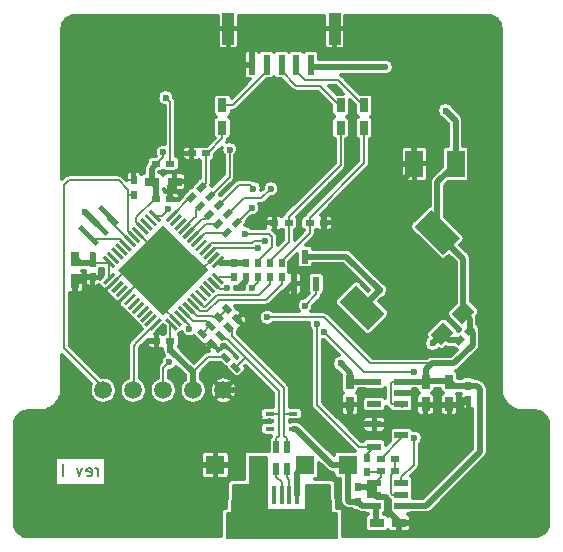
<source format=gbr>
G04 #@! TF.FileFunction,Copper,L2,Bot,Signal*
%FSLAX46Y46*%
G04 Gerber Fmt 4.6, Leading zero omitted, Abs format (unit mm)*
G04 Created by KiCad (PCBNEW 4.0.7-e2-6376~58~ubuntu14.04.1) date Wed Aug  8 12:01:23 2018*
%MOMM*%
%LPD*%
G01*
G04 APERTURE LIST*
%ADD10C,0.100000*%
%ADD11C,0.140000*%
%ADD12R,1.200000X0.600000*%
%ADD13C,1.500000*%
%ADD14R,0.600000X1.700000*%
%ADD15R,1.000000X2.700000*%
%ADD16R,1.600000X1.600000*%
%ADD17R,0.750000X1.200000*%
%ADD18R,1.200000X0.750000*%
%ADD19R,0.800000X0.500000*%
%ADD20R,0.500000X0.800000*%
%ADD21R,0.600000X1.200000*%
%ADD22R,1.800000X1.900000*%
%ADD23R,2.100000X1.600000*%
%ADD24R,0.400000X1.500000*%
%ADD25R,0.500000X1.000000*%
%ADD26R,0.800000X0.300000*%
%ADD27R,1.500000X2.300000*%
%ADD28C,0.600000*%
%ADD29C,0.500000*%
%ADD30C,0.200000*%
%ADD31C,1.000000*%
%ADD32C,0.300000*%
G04 APERTURE END LIST*
D10*
D11*
X114999964Y-94452381D02*
X114999964Y-93785714D01*
X114999964Y-93976190D02*
X114952345Y-93880952D01*
X114904726Y-93833333D01*
X114809488Y-93785714D01*
X114714249Y-93785714D01*
X113999963Y-94404762D02*
X114095201Y-94452381D01*
X114285678Y-94452381D01*
X114380916Y-94404762D01*
X114428535Y-94309524D01*
X114428535Y-93928571D01*
X114380916Y-93833333D01*
X114285678Y-93785714D01*
X114095201Y-93785714D01*
X113999963Y-93833333D01*
X113952344Y-93928571D01*
X113952344Y-94023810D01*
X114428535Y-94119048D01*
X113619011Y-93785714D02*
X113380916Y-94452381D01*
X113142820Y-93785714D01*
X111999963Y-94452381D02*
X111999963Y-93452381D01*
D10*
G36*
X114752477Y-74932411D02*
X113267553Y-73447487D01*
X113550395Y-73164645D01*
X115035319Y-74649569D01*
X114752477Y-74932411D01*
X114752477Y-74932411D01*
G37*
G36*
X115601005Y-74083883D02*
X114116081Y-72598959D01*
X114398923Y-72316117D01*
X115883847Y-73801041D01*
X115601005Y-74083883D01*
X115601005Y-74083883D01*
G37*
G36*
X116449533Y-73235355D02*
X114964609Y-71750431D01*
X115247451Y-71467589D01*
X116732375Y-72952513D01*
X116449533Y-73235355D01*
X116449533Y-73235355D01*
G37*
D12*
X140649964Y-96000000D03*
X138349964Y-96000000D03*
X138349964Y-96950000D03*
X138349964Y-95050000D03*
X140649964Y-95050000D03*
X140649964Y-96950000D03*
D13*
X117959964Y-87160000D03*
X120499964Y-87160000D03*
X115419964Y-87160000D03*
D14*
X130499964Y-59600000D03*
X131749964Y-59600000D03*
X129249964Y-59600000D03*
X127999964Y-59600000D03*
D15*
X134999964Y-56550000D03*
X125999964Y-56550000D03*
D14*
X132999964Y-59600000D03*
D10*
G36*
X116239646Y-76840901D02*
X115355762Y-75957017D01*
X115567894Y-75744885D01*
X116451778Y-76628769D01*
X116239646Y-76840901D01*
X116239646Y-76840901D01*
G37*
G36*
X116593199Y-76487348D02*
X115709315Y-75603464D01*
X115921447Y-75391332D01*
X116805331Y-76275216D01*
X116593199Y-76487348D01*
X116593199Y-76487348D01*
G37*
G36*
X116946753Y-76133794D02*
X116062869Y-75249910D01*
X116275001Y-75037778D01*
X117158885Y-75921662D01*
X116946753Y-76133794D01*
X116946753Y-76133794D01*
G37*
G36*
X117300306Y-75780241D02*
X116416422Y-74896357D01*
X116628554Y-74684225D01*
X117512438Y-75568109D01*
X117300306Y-75780241D01*
X117300306Y-75780241D01*
G37*
G36*
X117653859Y-75426688D02*
X116769975Y-74542804D01*
X116982107Y-74330672D01*
X117865991Y-75214556D01*
X117653859Y-75426688D01*
X117653859Y-75426688D01*
G37*
G36*
X118007413Y-75073134D02*
X117123529Y-74189250D01*
X117335661Y-73977118D01*
X118219545Y-74861002D01*
X118007413Y-75073134D01*
X118007413Y-75073134D01*
G37*
G36*
X118360966Y-74719581D02*
X117477082Y-73835697D01*
X117689214Y-73623565D01*
X118573098Y-74507449D01*
X118360966Y-74719581D01*
X118360966Y-74719581D01*
G37*
G36*
X118714520Y-74366027D02*
X117830636Y-73482143D01*
X118042768Y-73270011D01*
X118926652Y-74153895D01*
X118714520Y-74366027D01*
X118714520Y-74366027D01*
G37*
G36*
X119068073Y-74012474D02*
X118184189Y-73128590D01*
X118396321Y-72916458D01*
X119280205Y-73800342D01*
X119068073Y-74012474D01*
X119068073Y-74012474D01*
G37*
G36*
X119421626Y-73658921D02*
X118537742Y-72775037D01*
X118749874Y-72562905D01*
X119633758Y-73446789D01*
X119421626Y-73658921D01*
X119421626Y-73658921D01*
G37*
G36*
X119775180Y-73305367D02*
X118891296Y-72421483D01*
X119103428Y-72209351D01*
X119987312Y-73093235D01*
X119775180Y-73305367D01*
X119775180Y-73305367D01*
G37*
G36*
X120128733Y-72951814D02*
X119244849Y-72067930D01*
X119456981Y-71855798D01*
X120340865Y-72739682D01*
X120128733Y-72951814D01*
X120128733Y-72951814D01*
G37*
G36*
X120659063Y-72739682D02*
X121542947Y-71855798D01*
X121755079Y-72067930D01*
X120871195Y-72951814D01*
X120659063Y-72739682D01*
X120659063Y-72739682D01*
G37*
G36*
X121012616Y-73093235D02*
X121896500Y-72209351D01*
X122108632Y-72421483D01*
X121224748Y-73305367D01*
X121012616Y-73093235D01*
X121012616Y-73093235D01*
G37*
G36*
X121366170Y-73446789D02*
X122250054Y-72562905D01*
X122462186Y-72775037D01*
X121578302Y-73658921D01*
X121366170Y-73446789D01*
X121366170Y-73446789D01*
G37*
G36*
X121719723Y-73800342D02*
X122603607Y-72916458D01*
X122815739Y-73128590D01*
X121931855Y-74012474D01*
X121719723Y-73800342D01*
X121719723Y-73800342D01*
G37*
G36*
X122073276Y-74153895D02*
X122957160Y-73270011D01*
X123169292Y-73482143D01*
X122285408Y-74366027D01*
X122073276Y-74153895D01*
X122073276Y-74153895D01*
G37*
G36*
X122426830Y-74507449D02*
X123310714Y-73623565D01*
X123522846Y-73835697D01*
X122638962Y-74719581D01*
X122426830Y-74507449D01*
X122426830Y-74507449D01*
G37*
G36*
X122780383Y-74861002D02*
X123664267Y-73977118D01*
X123876399Y-74189250D01*
X122992515Y-75073134D01*
X122780383Y-74861002D01*
X122780383Y-74861002D01*
G37*
G36*
X123133937Y-75214556D02*
X124017821Y-74330672D01*
X124229953Y-74542804D01*
X123346069Y-75426688D01*
X123133937Y-75214556D01*
X123133937Y-75214556D01*
G37*
G36*
X123487490Y-75568109D02*
X124371374Y-74684225D01*
X124583506Y-74896357D01*
X123699622Y-75780241D01*
X123487490Y-75568109D01*
X123487490Y-75568109D01*
G37*
G36*
X123841043Y-75921662D02*
X124724927Y-75037778D01*
X124937059Y-75249910D01*
X124053175Y-76133794D01*
X123841043Y-75921662D01*
X123841043Y-75921662D01*
G37*
G36*
X124194597Y-76275216D02*
X125078481Y-75391332D01*
X125290613Y-75603464D01*
X124406729Y-76487348D01*
X124194597Y-76275216D01*
X124194597Y-76275216D01*
G37*
G36*
X124548150Y-76628769D02*
X125432034Y-75744885D01*
X125644166Y-75957017D01*
X124760282Y-76840901D01*
X124548150Y-76628769D01*
X124548150Y-76628769D01*
G37*
G36*
X124760282Y-77159099D02*
X125644166Y-78042983D01*
X125432034Y-78255115D01*
X124548150Y-77371231D01*
X124760282Y-77159099D01*
X124760282Y-77159099D01*
G37*
G36*
X124406729Y-77512652D02*
X125290613Y-78396536D01*
X125078481Y-78608668D01*
X124194597Y-77724784D01*
X124406729Y-77512652D01*
X124406729Y-77512652D01*
G37*
G36*
X124053175Y-77866206D02*
X124937059Y-78750090D01*
X124724927Y-78962222D01*
X123841043Y-78078338D01*
X124053175Y-77866206D01*
X124053175Y-77866206D01*
G37*
G36*
X123699622Y-78219759D02*
X124583506Y-79103643D01*
X124371374Y-79315775D01*
X123487490Y-78431891D01*
X123699622Y-78219759D01*
X123699622Y-78219759D01*
G37*
G36*
X123346069Y-78573312D02*
X124229953Y-79457196D01*
X124017821Y-79669328D01*
X123133937Y-78785444D01*
X123346069Y-78573312D01*
X123346069Y-78573312D01*
G37*
G36*
X122992515Y-78926866D02*
X123876399Y-79810750D01*
X123664267Y-80022882D01*
X122780383Y-79138998D01*
X122992515Y-78926866D01*
X122992515Y-78926866D01*
G37*
G36*
X122638962Y-79280419D02*
X123522846Y-80164303D01*
X123310714Y-80376435D01*
X122426830Y-79492551D01*
X122638962Y-79280419D01*
X122638962Y-79280419D01*
G37*
G36*
X122285408Y-79633973D02*
X123169292Y-80517857D01*
X122957160Y-80729989D01*
X122073276Y-79846105D01*
X122285408Y-79633973D01*
X122285408Y-79633973D01*
G37*
G36*
X121931855Y-79987526D02*
X122815739Y-80871410D01*
X122603607Y-81083542D01*
X121719723Y-80199658D01*
X121931855Y-79987526D01*
X121931855Y-79987526D01*
G37*
G36*
X121578302Y-80341079D02*
X122462186Y-81224963D01*
X122250054Y-81437095D01*
X121366170Y-80553211D01*
X121578302Y-80341079D01*
X121578302Y-80341079D01*
G37*
G36*
X121224748Y-80694633D02*
X122108632Y-81578517D01*
X121896500Y-81790649D01*
X121012616Y-80906765D01*
X121224748Y-80694633D01*
X121224748Y-80694633D01*
G37*
G36*
X120871195Y-81048186D02*
X121755079Y-81932070D01*
X121542947Y-82144202D01*
X120659063Y-81260318D01*
X120871195Y-81048186D01*
X120871195Y-81048186D01*
G37*
G36*
X119244849Y-81932070D02*
X120128733Y-81048186D01*
X120340865Y-81260318D01*
X119456981Y-82144202D01*
X119244849Y-81932070D01*
X119244849Y-81932070D01*
G37*
G36*
X118891296Y-81578517D02*
X119775180Y-80694633D01*
X119987312Y-80906765D01*
X119103428Y-81790649D01*
X118891296Y-81578517D01*
X118891296Y-81578517D01*
G37*
G36*
X118537742Y-81224963D02*
X119421626Y-80341079D01*
X119633758Y-80553211D01*
X118749874Y-81437095D01*
X118537742Y-81224963D01*
X118537742Y-81224963D01*
G37*
G36*
X118184189Y-80871410D02*
X119068073Y-79987526D01*
X119280205Y-80199658D01*
X118396321Y-81083542D01*
X118184189Y-80871410D01*
X118184189Y-80871410D01*
G37*
G36*
X117830636Y-80517857D02*
X118714520Y-79633973D01*
X118926652Y-79846105D01*
X118042768Y-80729989D01*
X117830636Y-80517857D01*
X117830636Y-80517857D01*
G37*
G36*
X117477082Y-80164303D02*
X118360966Y-79280419D01*
X118573098Y-79492551D01*
X117689214Y-80376435D01*
X117477082Y-80164303D01*
X117477082Y-80164303D01*
G37*
G36*
X117123529Y-79810750D02*
X118007413Y-78926866D01*
X118219545Y-79138998D01*
X117335661Y-80022882D01*
X117123529Y-79810750D01*
X117123529Y-79810750D01*
G37*
G36*
X116769975Y-79457196D02*
X117653859Y-78573312D01*
X117865991Y-78785444D01*
X116982107Y-79669328D01*
X116769975Y-79457196D01*
X116769975Y-79457196D01*
G37*
G36*
X116416422Y-79103643D02*
X117300306Y-78219759D01*
X117512438Y-78431891D01*
X116628554Y-79315775D01*
X116416422Y-79103643D01*
X116416422Y-79103643D01*
G37*
G36*
X116062869Y-78750090D02*
X116946753Y-77866206D01*
X117158885Y-78078338D01*
X116275001Y-78962222D01*
X116062869Y-78750090D01*
X116062869Y-78750090D01*
G37*
G36*
X115709315Y-78396536D02*
X116593199Y-77512652D01*
X116805331Y-77724784D01*
X115921447Y-78608668D01*
X115709315Y-78396536D01*
X115709315Y-78396536D01*
G37*
G36*
X115355762Y-78042983D02*
X116239646Y-77159099D01*
X116451778Y-77371231D01*
X115567894Y-78255115D01*
X115355762Y-78042983D01*
X115355762Y-78042983D01*
G37*
G36*
X120499964Y-75727208D02*
X119227172Y-74454416D01*
X120499964Y-73181624D01*
X121772756Y-74454416D01*
X120499964Y-75727208D01*
X120499964Y-75727208D01*
G37*
G36*
X117954380Y-78272792D02*
X116681588Y-77000000D01*
X117954380Y-75727208D01*
X119227172Y-77000000D01*
X117954380Y-78272792D01*
X117954380Y-78272792D01*
G37*
G36*
X120499964Y-80818376D02*
X119227172Y-79545584D01*
X120499964Y-78272792D01*
X121772756Y-79545584D01*
X120499964Y-80818376D01*
X120499964Y-80818376D01*
G37*
G36*
X123045548Y-78272792D02*
X121772756Y-77000000D01*
X123045548Y-75727208D01*
X124318340Y-77000000D01*
X123045548Y-78272792D01*
X123045548Y-78272792D01*
G37*
G36*
X119227172Y-77000000D02*
X117954380Y-75727208D01*
X119227172Y-74454416D01*
X120499964Y-75727208D01*
X119227172Y-77000000D01*
X119227172Y-77000000D01*
G37*
G36*
X120499964Y-78272792D02*
X119227172Y-77000000D01*
X120499964Y-75727208D01*
X121772756Y-77000000D01*
X120499964Y-78272792D01*
X120499964Y-78272792D01*
G37*
G36*
X121772756Y-77000000D02*
X120499964Y-75727208D01*
X121772756Y-74454416D01*
X123045548Y-75727208D01*
X121772756Y-77000000D01*
X121772756Y-77000000D01*
G37*
G36*
X121772756Y-79545584D02*
X120499964Y-78272792D01*
X121772756Y-77000000D01*
X123045548Y-78272792D01*
X121772756Y-79545584D01*
X121772756Y-79545584D01*
G37*
G36*
X119227172Y-79545584D02*
X117954380Y-78272792D01*
X119227172Y-77000000D01*
X120499964Y-78272792D01*
X119227172Y-79545584D01*
X119227172Y-79545584D01*
G37*
D13*
X125579964Y-87160000D03*
X123039964Y-87160000D03*
D16*
X136099964Y-93500000D03*
X132499964Y-93500000D03*
X128499964Y-93500000D03*
X124899964Y-93500000D03*
D17*
X112999964Y-76050000D03*
X112999964Y-77950000D03*
D18*
X119549964Y-69500000D03*
X121449964Y-69500000D03*
D17*
X142699964Y-86450000D03*
X142699964Y-88350000D03*
X136299964Y-86450000D03*
X136299964Y-88350000D03*
X144699964Y-86450000D03*
X144699964Y-88350000D03*
D18*
X138549964Y-98400000D03*
X140449964Y-98400000D03*
D17*
X135499964Y-64950000D03*
X135499964Y-63050000D03*
X137499964Y-64950000D03*
X137499964Y-63050000D03*
X125499964Y-64950000D03*
X125499964Y-63050000D03*
D19*
X132899964Y-73000000D03*
X134099964Y-73000000D03*
X124099964Y-67100000D03*
X122899964Y-67100000D03*
X131099964Y-73000000D03*
X129899964Y-73000000D03*
D20*
X146299964Y-88000000D03*
X146299964Y-86800000D03*
D19*
X119899964Y-71000000D03*
X121099964Y-71000000D03*
D20*
X114499964Y-76400000D03*
X114499964Y-77600000D03*
D10*
G36*
X123316081Y-82269670D02*
X123669634Y-81916117D01*
X124235319Y-82481802D01*
X123881766Y-82835355D01*
X123316081Y-82269670D01*
X123316081Y-82269670D01*
G37*
G36*
X124164609Y-83118198D02*
X124518162Y-82764645D01*
X125083847Y-83330330D01*
X124730294Y-83683883D01*
X124164609Y-83118198D01*
X124164609Y-83118198D01*
G37*
G36*
X125416081Y-80169670D02*
X125769634Y-79816117D01*
X126335319Y-80381802D01*
X125981766Y-80735355D01*
X125416081Y-80169670D01*
X125416081Y-80169670D01*
G37*
G36*
X126264609Y-81018198D02*
X126618162Y-80664645D01*
X127183847Y-81230330D01*
X126830294Y-81583883D01*
X126264609Y-81018198D01*
X126264609Y-81018198D01*
G37*
D19*
X121099964Y-83000000D03*
X119899964Y-83000000D03*
D20*
X127499964Y-76400000D03*
X127499964Y-77600000D03*
X117999964Y-70600000D03*
X117999964Y-69400000D03*
X136999964Y-95400000D03*
X136999964Y-96600000D03*
D10*
G36*
X127083847Y-85330330D02*
X126730294Y-85683883D01*
X126164609Y-85118198D01*
X126518162Y-84764645D01*
X127083847Y-85330330D01*
X127083847Y-85330330D01*
G37*
G36*
X126235319Y-84481802D02*
X125881766Y-84835355D01*
X125316081Y-84269670D01*
X125669634Y-83916117D01*
X126235319Y-84481802D01*
X126235319Y-84481802D01*
G37*
G36*
X125019634Y-73533883D02*
X124666081Y-73180330D01*
X125231766Y-72614645D01*
X125585319Y-72968198D01*
X125019634Y-73533883D01*
X125019634Y-73533883D01*
G37*
G36*
X125868162Y-72685355D02*
X125514609Y-72331802D01*
X126080294Y-71766117D01*
X126433847Y-72119670D01*
X125868162Y-72685355D01*
X125868162Y-72685355D01*
G37*
D19*
X140099964Y-94000000D03*
X138899964Y-94000000D03*
D10*
G36*
X124716081Y-80869670D02*
X125069634Y-80516117D01*
X125635319Y-81081802D01*
X125281766Y-81435355D01*
X124716081Y-80869670D01*
X124716081Y-80869670D01*
G37*
G36*
X125564609Y-81718198D02*
X125918162Y-81364645D01*
X126483847Y-81930330D01*
X126130294Y-82283883D01*
X125564609Y-81718198D01*
X125564609Y-81718198D01*
G37*
G36*
X124016081Y-81569670D02*
X124369634Y-81216117D01*
X124935319Y-81781802D01*
X124581766Y-82135355D01*
X124016081Y-81569670D01*
X124016081Y-81569670D01*
G37*
G36*
X124864609Y-82418198D02*
X125218162Y-82064645D01*
X125783847Y-82630330D01*
X125430294Y-82983883D01*
X124864609Y-82418198D01*
X124864609Y-82418198D01*
G37*
D19*
X121099964Y-68000000D03*
X119899964Y-68000000D03*
D10*
G36*
X124580294Y-70266117D02*
X124933847Y-70619670D01*
X124368162Y-71185355D01*
X124014609Y-70831802D01*
X124580294Y-70266117D01*
X124580294Y-70266117D01*
G37*
G36*
X123731766Y-71114645D02*
X124085319Y-71468198D01*
X123519634Y-72033883D01*
X123166081Y-71680330D01*
X123731766Y-71114645D01*
X123731766Y-71114645D01*
G37*
G36*
X125330294Y-71016117D02*
X125683847Y-71369670D01*
X125118162Y-71935355D01*
X124764609Y-71581802D01*
X125330294Y-71016117D01*
X125330294Y-71016117D01*
G37*
G36*
X124481766Y-71864645D02*
X124835319Y-72218198D01*
X124269634Y-72783883D01*
X123916081Y-72430330D01*
X124481766Y-71864645D01*
X124481766Y-71864645D01*
G37*
G36*
X126830294Y-72516117D02*
X127183847Y-72869670D01*
X126618162Y-73435355D01*
X126264609Y-73081802D01*
X126830294Y-72516117D01*
X126830294Y-72516117D01*
G37*
G36*
X125981766Y-73364645D02*
X126335319Y-73718198D01*
X125769634Y-74283883D01*
X125416081Y-73930330D01*
X125981766Y-73364645D01*
X125981766Y-73364645D01*
G37*
D20*
X128499964Y-77600000D03*
X128499964Y-76400000D03*
X126499964Y-77600000D03*
X126499964Y-76400000D03*
D19*
X138899964Y-93000000D03*
X140099964Y-93000000D03*
D20*
X137699964Y-94100000D03*
X137699964Y-92900000D03*
D10*
G36*
X145469634Y-83383883D02*
X145116081Y-83030330D01*
X145681766Y-82464645D01*
X146035319Y-82818198D01*
X145469634Y-83383883D01*
X145469634Y-83383883D01*
G37*
G36*
X146318162Y-82535355D02*
X145964609Y-82181802D01*
X146530294Y-81616117D01*
X146883847Y-81969670D01*
X146318162Y-82535355D01*
X146318162Y-82535355D01*
G37*
D20*
X129499964Y-76400000D03*
X129499964Y-77600000D03*
X130499964Y-76400000D03*
X130499964Y-77600000D03*
D10*
G36*
X123830294Y-69516117D02*
X124183847Y-69869670D01*
X123618162Y-70435355D01*
X123264609Y-70081802D01*
X123830294Y-69516117D01*
X123830294Y-69516117D01*
G37*
G36*
X122981766Y-70364645D02*
X123335319Y-70718198D01*
X122769634Y-71283883D01*
X122416081Y-70930330D01*
X122981766Y-70364645D01*
X122981766Y-70364645D01*
G37*
D21*
X132499964Y-75850000D03*
X133449964Y-78150000D03*
X131549964Y-78150000D03*
D12*
X140649964Y-91000000D03*
X138349964Y-91950000D03*
X138349964Y-90050000D03*
X140649964Y-87400000D03*
X140649964Y-86450000D03*
X140649964Y-88350000D03*
X138349964Y-88350000D03*
X138349964Y-86450000D03*
D22*
X126699964Y-98500000D03*
X134299964Y-98500000D03*
D23*
X133599964Y-95950000D03*
X127399964Y-95950000D03*
D24*
X131799964Y-96000000D03*
X131149964Y-96000000D03*
X130499964Y-96000000D03*
X129849964Y-96000000D03*
X129199964Y-96000000D03*
D22*
X131699964Y-98500000D03*
X129299964Y-98500000D03*
D25*
X130929964Y-93850000D03*
X130069964Y-93850000D03*
X130069964Y-91950000D03*
X130929964Y-91950000D03*
D26*
X129499964Y-90450000D03*
X129499964Y-89800000D03*
X129499964Y-89150000D03*
X131499964Y-89150000D03*
X131499964Y-90450000D03*
D27*
X145249964Y-68000000D03*
X141749964Y-68000000D03*
D10*
G36*
X144176920Y-75727207D02*
X141772757Y-73323044D01*
X143186970Y-71908831D01*
X145591133Y-74312994D01*
X144176920Y-75727207D01*
X144176920Y-75727207D01*
G37*
G36*
X137812958Y-82091169D02*
X135408795Y-79687006D01*
X136823008Y-78272793D01*
X139227171Y-80676956D01*
X137812958Y-82091169D01*
X137812958Y-82091169D01*
G37*
G36*
X144204469Y-81411611D02*
X145088353Y-82295495D01*
X144027693Y-83356155D01*
X143143809Y-82472271D01*
X144204469Y-81411611D01*
X144204469Y-81411611D01*
G37*
G36*
X145972235Y-79643845D02*
X146856119Y-80527729D01*
X145795459Y-81588389D01*
X144911575Y-80704505D01*
X145972235Y-79643845D01*
X145972235Y-79643845D01*
G37*
D28*
X139600000Y-97500000D03*
X126199964Y-91300000D03*
X113199964Y-97700000D03*
X121199964Y-97600000D03*
X119599964Y-90800000D03*
X113799964Y-91500000D03*
X134299964Y-91200000D03*
X136299964Y-97700000D03*
X149599964Y-97700000D03*
X116599964Y-85700000D03*
X127299964Y-66800000D03*
X125099964Y-67600000D03*
X121999964Y-67500000D03*
X124299964Y-64000000D03*
X129299964Y-88300000D03*
X129199964Y-82500000D03*
X133099964Y-74700000D03*
X131899964Y-74000000D03*
X132199964Y-70300000D03*
X136499964Y-70200000D03*
X134699964Y-69800000D03*
X134399964Y-66300000D03*
X133899964Y-62700000D03*
X136599964Y-61000000D03*
X135199964Y-61800000D03*
X113899964Y-72100000D03*
X136599964Y-66800000D03*
X127099964Y-86100000D03*
X128999964Y-87000000D03*
X148899964Y-85100000D03*
X146899964Y-71600000D03*
X140499964Y-74800000D03*
X139799964Y-68000000D03*
X143199964Y-60000000D03*
X123399964Y-83500000D03*
X113699964Y-79600000D03*
X143699964Y-89500000D03*
X132299964Y-88300000D03*
X127099964Y-59600000D03*
X112399964Y-67300000D03*
X130199964Y-84700000D03*
X134499964Y-88400000D03*
X150499964Y-90800000D03*
X147099964Y-95600000D03*
X142499964Y-97800000D03*
X136699964Y-90700000D03*
X127299964Y-81700000D03*
X130699964Y-78900000D03*
X120499964Y-74454416D03*
X116299964Y-68400000D03*
X115499964Y-80900000D03*
X126899964Y-78500000D03*
X120499964Y-77000000D03*
X121772756Y-78272792D03*
X123045548Y-77000000D03*
X121772756Y-75727208D03*
X119227172Y-75727208D03*
X117954380Y-77000000D03*
X119227172Y-78272792D03*
X120499964Y-79545584D03*
X135499964Y-84900000D03*
X119899964Y-70400000D03*
X120499964Y-67000000D03*
X129599964Y-70100000D03*
X125749964Y-76400000D03*
X114499964Y-75700000D03*
X121099964Y-83750000D03*
X144399964Y-63500000D03*
X139299964Y-59800000D03*
X125899964Y-78500000D03*
X129299964Y-81000000D03*
X120699964Y-62400000D03*
X126099964Y-66800000D03*
X128105894Y-70096442D03*
X127999964Y-71700000D03*
X141739966Y-91200000D03*
X141699964Y-85600000D03*
X134099964Y-82200000D03*
X129099964Y-74500000D03*
X138799964Y-78700000D03*
X143299964Y-83200000D03*
X127999964Y-78500000D03*
X132499964Y-80000000D03*
X127399964Y-73900000D03*
X120899964Y-71800000D03*
X120999964Y-84800000D03*
X122699964Y-82000000D03*
X133499964Y-81600000D03*
X128499964Y-75100000D03*
X133000000Y-98500000D03*
X128000000Y-98500000D03*
X126699964Y-97200000D03*
X134299964Y-97200000D03*
D29*
X138349964Y-96000000D02*
X138549963Y-96199999D01*
X139309965Y-96199999D02*
X139399965Y-96289999D01*
X138549963Y-96199999D02*
X139309965Y-96199999D01*
X139399965Y-96289999D02*
X139399965Y-97299965D01*
X139399965Y-97299965D02*
X139600000Y-97500000D01*
X139899964Y-97800000D02*
X139899964Y-97799964D01*
X139899964Y-97799964D02*
X139600000Y-97500000D01*
X122099964Y-92000000D02*
X114299964Y-92000000D01*
X114299964Y-92000000D02*
X113799964Y-91500000D01*
X124899964Y-93500000D02*
X123599964Y-93500000D01*
X123599964Y-93500000D02*
X122099964Y-92000000D01*
D30*
X137699964Y-94100000D02*
X138799964Y-94100000D01*
X138799964Y-94100000D02*
X138899964Y-94000000D01*
X115499964Y-80900000D02*
X115499964Y-84600000D01*
X115499964Y-84600000D02*
X116599964Y-85700000D01*
X122899964Y-67100000D02*
X122399964Y-67100000D01*
X122399964Y-67100000D02*
X121999964Y-67500000D01*
X132299964Y-88300000D02*
X132299964Y-89500000D01*
X132299964Y-89500000D02*
X133499964Y-90700000D01*
X128299964Y-82700000D02*
X130199964Y-84600000D01*
X127299964Y-81700000D02*
X128299964Y-82700000D01*
X128299964Y-82700000D02*
X128999964Y-82700000D01*
X128999964Y-82700000D02*
X129199964Y-82500000D01*
D29*
X113899964Y-72100000D02*
X114999964Y-73200000D01*
X127299964Y-87160000D02*
X128839964Y-87160000D01*
X125579964Y-87160000D02*
X127299964Y-87160000D01*
X127299964Y-87160000D02*
X127523857Y-86936107D01*
X127523857Y-86936107D02*
X127523857Y-86523893D01*
X127523857Y-86523893D02*
X127099964Y-86100000D01*
X128839964Y-87160000D02*
X128999964Y-87000000D01*
X146899964Y-71600000D02*
X148899964Y-73600000D01*
X148899964Y-73600000D02*
X148899964Y-81949304D01*
X148899964Y-81949304D02*
X148899964Y-85100000D01*
X146899964Y-63700000D02*
X146899964Y-71600000D01*
X143199964Y-60000000D02*
X146899964Y-63700000D01*
X141749964Y-68000000D02*
X141749964Y-68400000D01*
X141749964Y-68400000D02*
X140499964Y-69650000D01*
X140499964Y-69650000D02*
X140499964Y-74800000D01*
X141749964Y-68000000D02*
X139799964Y-68000000D01*
X141749964Y-68000000D02*
X141749964Y-61450000D01*
X141749964Y-61450000D02*
X143199964Y-60000000D01*
D30*
X124624228Y-83224264D02*
X123675700Y-83224264D01*
X123675700Y-83224264D02*
X123399964Y-83500000D01*
D29*
X112999964Y-78000000D02*
X112999964Y-78900000D01*
X112999964Y-78900000D02*
X113699964Y-79600000D01*
X143699964Y-88400000D02*
X143699964Y-89500000D01*
D30*
X132299964Y-86800000D02*
X132299964Y-88300000D01*
X131699964Y-86200000D02*
X132299964Y-86800000D01*
X130199964Y-84700000D02*
X131699964Y-86200000D01*
D29*
X127999964Y-59600000D02*
X127099964Y-59600000D01*
D30*
X116299964Y-68400000D02*
X113499964Y-68400000D01*
X113499964Y-68400000D02*
X112399964Y-67300000D01*
X130199964Y-84600000D02*
X130199964Y-84700000D01*
D29*
X136299964Y-88400000D02*
X134499964Y-88400000D01*
X146299964Y-88000000D02*
X146099964Y-88000000D01*
X146099964Y-88000000D02*
X145699964Y-88400000D01*
X144699964Y-88400000D02*
X145699964Y-88400000D01*
X143699964Y-88400000D02*
X142699964Y-88400000D01*
X144699964Y-88400000D02*
X143699964Y-88400000D01*
X150299964Y-92400000D02*
X150499964Y-92200000D01*
X150499964Y-92200000D02*
X150499964Y-90800000D01*
X147099964Y-95600000D02*
X150299964Y-92400000D01*
X142499964Y-97800000D02*
X144899964Y-97800000D01*
X144899964Y-97800000D02*
X147099964Y-95600000D01*
X140499964Y-98400000D02*
X141899964Y-98400000D01*
X141899964Y-98400000D02*
X142499964Y-97800000D01*
X139899964Y-97800000D02*
X140499964Y-98400000D01*
X138349964Y-90050000D02*
X137349964Y-90050000D01*
X137349964Y-90050000D02*
X136699964Y-90700000D01*
X137749964Y-95400000D02*
X137999964Y-95400000D01*
X137999964Y-95400000D02*
X138349964Y-95050000D01*
X136999964Y-95400000D02*
X137749964Y-95400000D01*
X137749964Y-95400000D02*
X138349964Y-96000000D01*
D30*
X126724228Y-81124264D02*
X127299964Y-81700000D01*
D29*
X131549964Y-78150000D02*
X131449964Y-78150000D01*
X131449964Y-78150000D02*
X130699964Y-78900000D01*
D30*
X138899964Y-94000000D02*
X138899964Y-94500000D01*
X138899964Y-94500000D02*
X138349964Y-95050000D01*
X117999964Y-69400000D02*
X117299964Y-69400000D01*
X117299964Y-69400000D02*
X116299964Y-68400000D01*
X117317983Y-79121320D02*
X115539303Y-80900000D01*
X115539303Y-80900000D02*
X115499964Y-80900000D01*
D29*
X127499964Y-77600000D02*
X127499964Y-77900000D01*
X127499964Y-77900000D02*
X126899964Y-78500000D01*
D30*
X116257323Y-78060660D02*
X115517983Y-78800000D01*
X121560624Y-81242641D02*
X120499964Y-80181981D01*
X120499964Y-80181981D02*
X120499964Y-79545584D01*
X117317983Y-79121320D02*
X118166511Y-78272792D01*
X118166511Y-78272792D02*
X119227172Y-78272792D01*
X116257323Y-78060660D02*
X117317983Y-77000000D01*
X117317983Y-77000000D02*
X117954380Y-77000000D01*
X118378644Y-73818019D02*
X119227172Y-74666547D01*
X119227172Y-74666547D02*
X119227172Y-75727208D01*
X124742605Y-75939340D02*
X123681945Y-77000000D01*
X123681945Y-77000000D02*
X123045548Y-77000000D01*
D29*
X121099964Y-71000000D02*
X121099964Y-69900000D01*
X121099964Y-69900000D02*
X121499964Y-69500000D01*
X114499964Y-77600000D02*
X113399964Y-77600000D01*
X113399964Y-77600000D02*
X112999964Y-78000000D01*
D30*
X119227172Y-78272792D02*
X120499964Y-79545584D01*
X117954380Y-77000000D02*
X119227172Y-78272792D01*
X119227172Y-75727208D02*
X117954380Y-77000000D01*
X120499964Y-77000000D02*
X119227172Y-75727208D01*
X121772756Y-78272792D02*
X120499964Y-77000000D01*
X123045548Y-77000000D02*
X121772756Y-78272792D01*
X121772756Y-75727208D02*
X123045548Y-77000000D01*
D29*
X131499964Y-90450000D02*
X131749964Y-90450000D01*
X131749964Y-90450000D02*
X134799964Y-93500000D01*
X134799964Y-93500000D02*
X136099964Y-93500000D01*
X136999964Y-96600000D02*
X136249964Y-96600000D01*
X136249964Y-96600000D02*
X136099964Y-96450000D01*
X136099964Y-96450000D02*
X136099964Y-94800000D01*
X136099964Y-94800000D02*
X136099964Y-93500000D01*
X138499964Y-98400000D02*
X138499964Y-97100000D01*
X138499964Y-97100000D02*
X138349964Y-96950000D01*
X136999964Y-96600000D02*
X137349964Y-96950000D01*
X137349964Y-96950000D02*
X138349964Y-96950000D01*
D30*
X125775700Y-84375736D02*
X124274228Y-84375736D01*
X124274228Y-84375736D02*
X122999964Y-85650000D01*
D29*
X122999964Y-87000000D02*
X122999964Y-85650000D01*
X122999964Y-85650000D02*
X121099964Y-83750000D01*
D30*
X128799964Y-70900000D02*
X127299964Y-70900000D01*
X127299964Y-70900000D02*
X125974228Y-72225736D01*
D29*
X136299964Y-86400000D02*
X136299964Y-85700000D01*
X136299964Y-85700000D02*
X135499964Y-84900000D01*
X138349964Y-86450000D02*
X136349964Y-86450000D01*
X136349964Y-86450000D02*
X136299964Y-86400000D01*
D30*
X121175700Y-83075736D02*
X121099964Y-83000000D01*
D29*
X119899964Y-71000000D02*
X119899964Y-70400000D01*
X119899964Y-70400000D02*
X119899964Y-69900000D01*
D30*
X120499964Y-67000000D02*
X120499964Y-67400000D01*
X120499964Y-67400000D02*
X119899964Y-68000000D01*
X128799964Y-70900000D02*
X129599964Y-70100000D01*
D29*
X125749964Y-76400000D02*
X125325700Y-76400000D01*
X125325700Y-76400000D02*
X125221024Y-76295324D01*
X126499964Y-76400000D02*
X127499964Y-76400000D01*
X126499964Y-76400000D02*
X125999964Y-76400000D01*
X125999964Y-76400000D02*
X125749964Y-76400000D01*
X119499964Y-69500000D02*
X119499964Y-68400000D01*
X119499964Y-68400000D02*
X119899964Y-68000000D01*
X114499964Y-75700000D02*
X114499964Y-76400000D01*
X121099964Y-83750000D02*
X121099964Y-83000000D01*
D30*
X119899964Y-71000000D02*
X119749964Y-71000000D01*
X119749964Y-71000000D02*
X118219545Y-72530419D01*
X118219545Y-72530419D02*
X118219545Y-72951814D01*
X118219545Y-72951814D02*
X118732197Y-73464466D01*
D29*
X119899964Y-69900000D02*
X119499964Y-69500000D01*
X114499964Y-76400000D02*
X113399964Y-76400000D01*
X113399964Y-76400000D02*
X112999964Y-76000000D01*
D30*
X115903770Y-76292893D02*
X115903770Y-77707107D01*
X114499964Y-76400000D02*
X115796663Y-76400000D01*
X115796663Y-76400000D02*
X115903770Y-76292893D01*
X121099964Y-83000000D02*
X121099964Y-81703301D01*
X121099964Y-81703301D02*
X121207071Y-81596194D01*
X127499964Y-84400000D02*
X127599964Y-84500000D01*
X127448492Y-84400000D02*
X126624228Y-85224264D01*
X125899964Y-82800000D02*
X127499964Y-84400000D01*
X127499964Y-84400000D02*
X127448492Y-84400000D01*
X130304928Y-87204964D02*
X130304928Y-89200000D01*
X130304928Y-89200000D02*
X130304928Y-91015036D01*
X129499964Y-89150000D02*
X130254928Y-89150000D01*
X130254928Y-89150000D02*
X130304928Y-89200000D01*
X128699964Y-85600000D02*
X130304928Y-87204964D01*
X130304928Y-91015036D02*
X130069964Y-91250000D01*
X130069964Y-91250000D02*
X130069964Y-91950000D01*
X128199964Y-85100000D02*
X128699964Y-85600000D01*
X127599964Y-84500000D02*
X128199964Y-85100000D01*
X125324228Y-82524264D02*
X125599964Y-82800000D01*
X125599964Y-82800000D02*
X125899964Y-82800000D01*
X130694939Y-91014975D02*
X130694939Y-89100000D01*
X130694939Y-89100000D02*
X130694939Y-87005025D01*
X131499964Y-89150000D02*
X130744939Y-89150000D01*
X130744939Y-89150000D02*
X130694939Y-89100000D01*
X130929964Y-91950000D02*
X130929964Y-91250000D01*
X130929964Y-91250000D02*
X130694939Y-91014975D01*
X130694939Y-87005025D02*
X130699964Y-87000000D01*
X130699964Y-87000000D02*
X126299964Y-82600000D01*
X126299964Y-82600000D02*
X126299964Y-82100000D01*
X126299964Y-82100000D02*
X126024228Y-81824264D01*
D29*
X145249964Y-68000000D02*
X145249964Y-64350000D01*
X145249964Y-64350000D02*
X144399964Y-63500000D01*
X143681945Y-73818019D02*
X143681945Y-69568019D01*
X143681945Y-69568019D02*
X145249964Y-68000000D01*
X146424228Y-82075736D02*
X146424228Y-81156498D01*
X146424228Y-81156498D02*
X145883847Y-80616117D01*
X145099964Y-84900000D02*
X146671714Y-83328250D01*
X146671714Y-83328250D02*
X146671714Y-82323222D01*
X146671714Y-82323222D02*
X146424228Y-82075736D01*
X143199964Y-84900000D02*
X145099964Y-84900000D01*
X139299964Y-59800000D02*
X133199964Y-59800000D01*
X133199964Y-59800000D02*
X132999964Y-59600000D01*
X144699964Y-86400000D02*
X142699964Y-86400000D01*
X146299964Y-86800000D02*
X145099964Y-86800000D01*
X145099964Y-86800000D02*
X144699964Y-86400000D01*
X140649964Y-96950000D02*
X142749964Y-96950000D01*
X142749964Y-96950000D02*
X147299964Y-92400000D01*
X147299964Y-92400000D02*
X147299964Y-87050000D01*
X147299964Y-87050000D02*
X147049964Y-86800000D01*
X147049964Y-86800000D02*
X146299964Y-86800000D01*
X142699964Y-85400000D02*
X143199964Y-84900000D01*
D30*
X129299964Y-81000000D02*
X134099964Y-81000000D01*
X134099964Y-81000000D02*
X137999964Y-84900000D01*
X137999964Y-84900000D02*
X143199964Y-84900000D01*
D29*
X145883847Y-80616117D02*
X145883847Y-76019921D01*
X145883847Y-76019921D02*
X143681945Y-73818019D01*
X142699964Y-86400000D02*
X142699964Y-85400000D01*
X142699964Y-86400000D02*
X142799964Y-86400000D01*
D30*
X140649964Y-88350000D02*
X139849964Y-88350000D01*
X139849964Y-88350000D02*
X139759963Y-88259999D01*
X139759963Y-88259999D02*
X139759963Y-86540001D01*
X139759963Y-86540001D02*
X139849964Y-86450000D01*
X139849964Y-86450000D02*
X140649964Y-86450000D01*
D29*
X140649964Y-86450000D02*
X142649964Y-86450000D01*
X142649964Y-86450000D02*
X142699964Y-86400000D01*
X140699964Y-88400000D02*
X140649964Y-88350000D01*
D30*
X124742605Y-78060660D02*
X125255257Y-78573312D01*
X125255257Y-78573312D02*
X125826652Y-78573312D01*
X125826652Y-78573312D02*
X125899964Y-78500000D01*
D29*
X132999964Y-60150000D02*
X132999964Y-59600000D01*
D30*
X121099964Y-68000000D02*
X121099964Y-62800000D01*
X121099964Y-62800000D02*
X120699964Y-62400000D01*
X126099964Y-69100000D02*
X126099964Y-66800000D01*
X124474228Y-70725736D02*
X124827780Y-70372184D01*
X124827780Y-70372184D02*
X126099964Y-69100000D01*
X128105894Y-70096442D02*
X127805895Y-69796443D01*
X127805895Y-69796443D02*
X126903521Y-69796443D01*
X126903521Y-69796443D02*
X125577780Y-71122184D01*
X125577780Y-71122184D02*
X125224228Y-71475736D01*
X126724228Y-72975736D02*
X127999964Y-71700000D01*
X121207071Y-72403806D02*
X122786613Y-70824264D01*
X122786613Y-70824264D02*
X122875700Y-70824264D01*
X128199964Y-74500000D02*
X128675700Y-74500000D01*
X124035498Y-75232233D02*
X124567731Y-74700000D01*
X124567731Y-74700000D02*
X127999964Y-74700000D01*
X127999964Y-74700000D02*
X128199964Y-74500000D01*
X140649964Y-95050000D02*
X140649964Y-94550000D01*
X140649964Y-94550000D02*
X141739966Y-93459998D01*
X141739966Y-93459998D02*
X141739966Y-91200000D01*
X141699964Y-85600000D02*
X137499964Y-85600000D01*
X137499964Y-85600000D02*
X134099964Y-82200000D01*
X128675700Y-74500000D02*
X129099964Y-74500000D01*
X124067731Y-75232233D02*
X124035498Y-75232233D01*
X139887799Y-96000000D02*
X140649964Y-96000000D01*
X139749963Y-94350001D02*
X139749963Y-95862164D01*
X140099964Y-94000000D02*
X139749963Y-94350001D01*
X139749963Y-95862164D02*
X139887799Y-96000000D01*
X140099964Y-94000000D02*
X140099964Y-93000000D01*
X126499964Y-77600000D02*
X125203265Y-77600000D01*
X125203265Y-77600000D02*
X125096158Y-77707107D01*
X125096158Y-77707107D02*
X125107071Y-77707107D01*
X123328391Y-79474874D02*
X123953517Y-80100000D01*
X123953517Y-80100000D02*
X123999964Y-80100000D01*
X123999964Y-80100000D02*
X124999964Y-79100000D01*
X124999964Y-79100000D02*
X128599964Y-79100000D01*
X128599964Y-79100000D02*
X129499964Y-78200000D01*
X129499964Y-78200000D02*
X129499964Y-77600000D01*
X122974838Y-79828427D02*
X123636422Y-80490011D01*
X123636422Y-80490011D02*
X124209953Y-80490011D01*
X124209953Y-80490011D02*
X125199964Y-79500000D01*
X125199964Y-79500000D02*
X129199964Y-79500000D01*
X129199964Y-79500000D02*
X130499964Y-78200000D01*
X130499964Y-78200000D02*
X130499964Y-77600000D01*
X125875700Y-73824264D02*
X124029253Y-73824264D01*
X124029253Y-73824264D02*
X123328391Y-74525126D01*
X114499964Y-74400000D02*
X114151436Y-74048528D01*
X114505749Y-74394215D02*
X114499964Y-74400000D01*
X114899964Y-74394215D02*
X114505749Y-74394215D01*
X114899964Y-74394215D02*
X114905749Y-74394215D01*
X117317983Y-74878680D02*
X116833518Y-74394215D01*
X116833518Y-74394215D02*
X114899964Y-74394215D01*
X117671537Y-74525126D02*
X115848492Y-72702081D01*
X115848492Y-72702081D02*
X115848492Y-72351472D01*
D29*
X145575700Y-82924264D02*
X144656462Y-82924264D01*
X144656462Y-82924264D02*
X144116081Y-82383883D01*
X132499964Y-75850000D02*
X135949964Y-75850000D01*
X135949964Y-75850000D02*
X138799964Y-78700000D01*
X138799964Y-78700000D02*
X137317983Y-80181981D01*
X144116081Y-82383883D02*
X143299964Y-83200000D01*
X144116081Y-82383883D02*
X144083847Y-82383883D01*
D30*
X127999964Y-78500000D02*
X128499964Y-78000000D01*
X128499964Y-78000000D02*
X128499964Y-77600000D01*
X133449964Y-78150000D02*
X133449964Y-79050000D01*
X133449964Y-79050000D02*
X132499964Y-80000000D01*
X129699964Y-74200000D02*
X129699964Y-75050000D01*
X129699964Y-75050000D02*
X128499964Y-76250000D01*
X128499964Y-76250000D02*
X128499964Y-76400000D01*
X129399964Y-73900000D02*
X129699964Y-74200000D01*
X127399964Y-73900000D02*
X129399964Y-73900000D01*
X120899964Y-71873202D02*
X120899964Y-71800000D01*
X120369360Y-72403806D02*
X120899964Y-71873202D01*
X119792857Y-72403806D02*
X120369360Y-72403806D01*
X128499964Y-76400000D02*
X128499964Y-76300000D01*
X117512438Y-70637526D02*
X117512438Y-70212474D01*
X117512438Y-70212474D02*
X116699964Y-69400000D01*
X116699964Y-69400000D02*
X112499964Y-69400000D01*
X112499964Y-69400000D02*
X112109963Y-69790001D01*
X112109963Y-69790001D02*
X112109963Y-83609999D01*
X112109963Y-83609999D02*
X115499964Y-87000000D01*
X117999964Y-70600000D02*
X117549964Y-70600000D01*
X117549964Y-70600000D02*
X117512438Y-70637526D01*
X117512438Y-70637526D02*
X117512438Y-73658921D01*
X117512438Y-73658921D02*
X118025090Y-74171573D01*
X118189051Y-83200000D02*
X118389051Y-83000000D01*
X118389051Y-83000000D02*
X119792857Y-81596194D01*
X117999964Y-87000000D02*
X117999964Y-83389087D01*
X117999964Y-83389087D02*
X118389051Y-83000000D01*
X120999964Y-84800000D02*
X120499964Y-85300000D01*
X120499964Y-85300000D02*
X120499964Y-87000000D01*
X121914178Y-80889087D02*
X122699964Y-81674873D01*
X122699964Y-81674873D02*
X122699964Y-82000000D01*
X138899964Y-93000000D02*
X140649964Y-91250000D01*
X140649964Y-91250000D02*
X140649964Y-91000000D01*
X133499964Y-88400000D02*
X137049964Y-91950000D01*
X137049964Y-91950000D02*
X138349964Y-91950000D01*
X133499964Y-81600000D02*
X133499964Y-88400000D01*
X137699964Y-92900000D02*
X137699964Y-92600000D01*
X137699964Y-92600000D02*
X138349964Y-91950000D01*
X128075700Y-75100000D02*
X128499964Y-75100000D01*
X124874837Y-75100000D02*
X128075700Y-75100000D01*
X124389051Y-75585786D02*
X124874837Y-75100000D01*
X133499964Y-81600000D02*
X133459963Y-81640001D01*
X125125700Y-73074264D02*
X124072147Y-73074264D01*
X124072147Y-73074264D02*
X122974838Y-74171573D01*
X125175700Y-80975736D02*
X125875700Y-80275736D01*
X124626433Y-80880022D02*
X124722147Y-80975736D01*
X124722147Y-80975736D02*
X125175700Y-80975736D01*
X124626433Y-80880022D02*
X123319325Y-80880022D01*
X122621284Y-80181981D02*
X123319325Y-80880022D01*
X124475700Y-81675736D02*
X123775700Y-82375736D01*
X123002230Y-81270033D02*
X124069997Y-81270033D01*
X124069997Y-81270033D02*
X124475700Y-81675736D01*
X122267731Y-80535534D02*
X123002230Y-81270033D01*
D31*
X134299964Y-98500000D02*
X133000000Y-98500000D01*
X133000000Y-98500000D02*
X132499964Y-98500000D01*
X131699964Y-98500000D02*
X133000000Y-98500000D01*
X126699964Y-98500000D02*
X128000000Y-98500000D01*
X128000000Y-98500000D02*
X128499964Y-98500000D01*
X129299964Y-98500000D02*
X128000000Y-98500000D01*
X131699964Y-98500000D02*
X129299964Y-98500000D01*
X134299964Y-98500000D02*
X133199964Y-98500000D01*
X126699964Y-98500000D02*
X127799964Y-98500000D01*
X126699964Y-97200000D02*
X126699964Y-96650000D01*
X126699964Y-98500000D02*
X126699964Y-97200000D01*
X126699964Y-96650000D02*
X127399964Y-95950000D01*
X134299964Y-97200000D02*
X134299964Y-96650000D01*
X134299964Y-98500000D02*
X134299964Y-97200000D01*
X134299964Y-96650000D02*
X133599964Y-95950000D01*
D29*
X127399964Y-95950000D02*
X127399964Y-95700000D01*
X131799964Y-96000000D02*
X131799964Y-94200000D01*
X131799964Y-94200000D02*
X132499964Y-93500000D01*
D30*
X123199964Y-72532233D02*
X122267731Y-73464466D01*
X123625700Y-71574264D02*
X123272148Y-71927816D01*
X123272148Y-71927816D02*
X123272148Y-72460049D01*
X123272148Y-72460049D02*
X123199964Y-72532233D01*
X124375700Y-72324264D02*
X124022148Y-72677816D01*
X124022148Y-72677816D02*
X123761487Y-72677816D01*
X123761487Y-72677816D02*
X123133936Y-73305367D01*
X123133936Y-73305367D02*
X122621284Y-73818019D01*
X130929964Y-93850000D02*
X130929964Y-94550000D01*
X131149964Y-95050000D02*
X131149964Y-96000000D01*
X130929964Y-94550000D02*
X131149964Y-94770000D01*
X131149964Y-94770000D02*
X131149964Y-95050000D01*
X130069964Y-93850000D02*
X130069964Y-94550000D01*
X130069964Y-94550000D02*
X130499964Y-94980000D01*
X130499964Y-94980000D02*
X130499964Y-95050000D01*
X130499964Y-95050000D02*
X130499964Y-96000000D01*
X124099964Y-67100000D02*
X124249964Y-67100000D01*
X124249964Y-67100000D02*
X125499964Y-65850000D01*
X125499964Y-65850000D02*
X125499964Y-65700000D01*
X125499964Y-65700000D02*
X125499964Y-65000000D01*
X123724228Y-69975736D02*
X124099964Y-69600000D01*
X124099964Y-69600000D02*
X124099964Y-67100000D01*
X130499964Y-59600000D02*
X130499964Y-60150000D01*
X130499964Y-60150000D02*
X131749964Y-61400000D01*
X131749964Y-61400000D02*
X133799964Y-61400000D01*
X133799964Y-61400000D02*
X135399964Y-63000000D01*
X135399964Y-63000000D02*
X135499964Y-63000000D01*
X131099964Y-73450000D02*
X131099964Y-73000000D01*
X131099964Y-72500000D02*
X131099964Y-73000000D01*
X135499964Y-65000000D02*
X135499964Y-68100000D01*
X135499964Y-68100000D02*
X131099964Y-72500000D01*
X129499964Y-76400000D02*
X129499964Y-76250000D01*
X129499964Y-76250000D02*
X131099964Y-74650000D01*
X131099964Y-74650000D02*
X131099964Y-73450000D01*
X132509955Y-60909991D02*
X135309955Y-60909991D01*
X137399964Y-63000000D02*
X137499964Y-63000000D01*
X135309955Y-60909991D02*
X137399964Y-63000000D01*
X131749964Y-60150000D02*
X131749964Y-59600000D01*
X132509955Y-60909991D02*
X131749964Y-60150000D01*
X132899964Y-73000000D02*
X132899964Y-72550000D01*
X132899964Y-72550000D02*
X137499964Y-67950000D01*
X137499964Y-67950000D02*
X137499964Y-67900000D01*
X132899964Y-73850000D02*
X132899964Y-73000000D01*
X137499964Y-65000000D02*
X137499964Y-67900000D01*
X130499964Y-76400000D02*
X130499964Y-76250000D01*
X130499964Y-76250000D02*
X132899964Y-73850000D01*
X125499964Y-63000000D02*
X126399964Y-63000000D01*
X126399964Y-63000000D02*
X129249964Y-60150000D01*
X129249964Y-60150000D02*
X129249964Y-59600000D01*
X129299964Y-59650000D02*
X129249964Y-59600000D01*
D32*
G36*
X125099964Y-56400000D02*
X125199964Y-56500000D01*
X125949964Y-56500000D01*
X125949964Y-56480000D01*
X126049964Y-56480000D01*
X126049964Y-56500000D01*
X126799964Y-56500000D01*
X126899964Y-56400000D01*
X126899964Y-55450000D01*
X134099964Y-55450000D01*
X134099964Y-56400000D01*
X134199964Y-56500000D01*
X134949964Y-56500000D01*
X134949964Y-56480000D01*
X135049964Y-56480000D01*
X135049964Y-56500000D01*
X135799964Y-56500000D01*
X135899964Y-56400000D01*
X135899964Y-55450000D01*
X147977959Y-55450000D01*
X148203487Y-55472113D01*
X148399270Y-55531223D01*
X148579829Y-55627229D01*
X148738308Y-55756481D01*
X148868665Y-55914056D01*
X148965931Y-56093945D01*
X149026404Y-56289299D01*
X149049964Y-56513464D01*
X149049964Y-87000000D01*
X149049972Y-87000084D01*
X149049967Y-87001590D01*
X149050004Y-87012062D01*
X149051990Y-87031609D01*
X149051853Y-87051256D01*
X149052466Y-87057509D01*
X149083066Y-87348654D01*
X149091279Y-87388664D01*
X149098910Y-87428671D01*
X149100724Y-87434678D01*
X149100725Y-87434685D01*
X149100726Y-87434687D01*
X149187294Y-87714341D01*
X149203095Y-87751930D01*
X149218378Y-87789757D01*
X149221328Y-87795305D01*
X149360567Y-88052821D01*
X149383396Y-88086666D01*
X149405706Y-88120760D01*
X149409677Y-88125630D01*
X149596282Y-88351197D01*
X149625242Y-88379956D01*
X149653758Y-88409076D01*
X149658594Y-88413076D01*
X149658599Y-88413081D01*
X149658601Y-88413082D01*
X149885464Y-88598107D01*
X149919443Y-88620683D01*
X149953088Y-88643720D01*
X149958610Y-88646705D01*
X149958614Y-88646708D01*
X149958618Y-88646710D01*
X150217096Y-88784145D01*
X150254818Y-88799693D01*
X150292291Y-88815755D01*
X150298293Y-88817613D01*
X150578547Y-88902227D01*
X150618581Y-88910154D01*
X150658451Y-88918628D01*
X150664698Y-88919285D01*
X150664700Y-88919285D01*
X150956052Y-88947852D01*
X150974924Y-88947852D01*
X150993681Y-88949956D01*
X150999964Y-88950000D01*
X151977959Y-88950000D01*
X152203487Y-88972113D01*
X152399270Y-89031223D01*
X152579829Y-89127229D01*
X152738308Y-89256481D01*
X152868665Y-89414056D01*
X152965931Y-89593945D01*
X153026404Y-89789299D01*
X153049964Y-90013464D01*
X153049964Y-98477995D01*
X153027851Y-98703523D01*
X152968741Y-98899304D01*
X152872736Y-99079863D01*
X152743481Y-99238346D01*
X152585908Y-99368701D01*
X152406019Y-99465967D01*
X152210663Y-99526440D01*
X151986500Y-99550000D01*
X135699964Y-99550000D01*
X135699964Y-97500000D01*
X135672608Y-97354617D01*
X135586687Y-97221092D01*
X135455586Y-97131514D01*
X135299964Y-97100000D01*
X135199964Y-97100000D01*
X135199964Y-96650000D01*
X135191844Y-96567182D01*
X135184605Y-96484443D01*
X135183286Y-96479904D01*
X135182824Y-96475189D01*
X135158785Y-96395571D01*
X135135601Y-96315769D01*
X135133422Y-96311566D01*
X135132055Y-96307037D01*
X135099964Y-96246682D01*
X135099964Y-95100000D01*
X135072608Y-94954617D01*
X134986687Y-94821092D01*
X134855586Y-94731514D01*
X134699964Y-94700000D01*
X133324227Y-94700000D01*
X133363662Y-94696855D01*
X133471702Y-94663398D01*
X133566143Y-94601165D01*
X133639507Y-94515086D01*
X133685986Y-94411976D01*
X133701899Y-94300000D01*
X133701899Y-93321174D01*
X134340344Y-93959619D01*
X134386756Y-93997743D01*
X134432735Y-94036324D01*
X134435729Y-94037970D01*
X134438371Y-94040140D01*
X134491309Y-94068525D01*
X134543902Y-94097438D01*
X134547158Y-94098471D01*
X134550172Y-94100087D01*
X134607586Y-94117640D01*
X134664821Y-94135796D01*
X134668220Y-94136177D01*
X134671487Y-94137176D01*
X134731185Y-94143240D01*
X134790889Y-94149937D01*
X134797571Y-94149983D01*
X134797695Y-94149996D01*
X134797811Y-94149985D01*
X134799964Y-94150000D01*
X134898029Y-94150000D01*
X134898029Y-94300000D01*
X134903109Y-94363698D01*
X134936566Y-94471738D01*
X134998799Y-94566179D01*
X135084878Y-94639543D01*
X135187988Y-94686022D01*
X135299964Y-94701935D01*
X135449964Y-94701935D01*
X135449964Y-96450000D01*
X135455825Y-96509778D01*
X135461056Y-96569568D01*
X135462009Y-96572850D01*
X135462343Y-96576252D01*
X135479698Y-96633735D01*
X135496448Y-96691389D01*
X135498021Y-96694424D01*
X135499009Y-96697696D01*
X135527208Y-96750731D01*
X135554828Y-96804015D01*
X135556959Y-96806684D01*
X135558565Y-96809705D01*
X135596512Y-96856232D01*
X135633972Y-96903158D01*
X135638662Y-96907913D01*
X135638743Y-96908012D01*
X135638835Y-96908088D01*
X135640345Y-96909619D01*
X135790345Y-97059619D01*
X135836732Y-97097722D01*
X135882735Y-97136324D01*
X135885730Y-97137970D01*
X135888371Y-97140140D01*
X135941309Y-97168525D01*
X135993902Y-97197438D01*
X135997158Y-97198471D01*
X136000172Y-97200087D01*
X136057628Y-97217653D01*
X136114821Y-97235796D01*
X136118215Y-97236177D01*
X136121487Y-97237177D01*
X136181235Y-97243246D01*
X136240889Y-97249937D01*
X136247571Y-97249983D01*
X136247695Y-97249996D01*
X136247811Y-97249985D01*
X136249964Y-97250000D01*
X136438138Y-97250000D01*
X136448799Y-97266179D01*
X136534878Y-97339543D01*
X136637988Y-97386022D01*
X136749964Y-97401935D01*
X136882660Y-97401935D01*
X136890345Y-97409620D01*
X136936740Y-97447729D01*
X136982735Y-97486324D01*
X136985732Y-97487972D01*
X136988372Y-97490140D01*
X137041288Y-97518514D01*
X137093902Y-97547438D01*
X137097158Y-97548471D01*
X137100172Y-97550087D01*
X137157628Y-97567653D01*
X137214821Y-97585796D01*
X137218215Y-97586177D01*
X137221487Y-97587177D01*
X137281235Y-97593246D01*
X137340889Y-97599937D01*
X137347571Y-97599983D01*
X137347695Y-97599996D01*
X137347811Y-97599985D01*
X137349964Y-97600000D01*
X137558076Y-97600000D01*
X137637988Y-97636022D01*
X137749964Y-97651935D01*
X137809443Y-97651935D01*
X137778226Y-97661602D01*
X137683785Y-97723835D01*
X137610421Y-97809914D01*
X137563942Y-97913024D01*
X137548029Y-98025000D01*
X137548029Y-98775000D01*
X137553109Y-98838698D01*
X137586566Y-98946738D01*
X137648799Y-99041179D01*
X137734878Y-99114543D01*
X137837988Y-99161022D01*
X137949964Y-99176935D01*
X139149964Y-99176935D01*
X139213662Y-99171855D01*
X139321702Y-99138398D01*
X139416143Y-99076165D01*
X139489507Y-98990086D01*
X139498811Y-98969445D01*
X139539263Y-99029985D01*
X139594978Y-99085700D01*
X139660493Y-99129475D01*
X139733288Y-99159628D01*
X139810567Y-99175000D01*
X140299964Y-99175000D01*
X140399964Y-99075000D01*
X140399964Y-98450000D01*
X140499964Y-98450000D01*
X140499964Y-99075000D01*
X140599964Y-99175000D01*
X141089361Y-99175000D01*
X141166640Y-99159628D01*
X141239435Y-99129475D01*
X141304950Y-99085700D01*
X141360665Y-99029985D01*
X141404440Y-98964471D01*
X141434592Y-98891675D01*
X141449964Y-98814396D01*
X141449964Y-98550000D01*
X141349964Y-98450000D01*
X140499964Y-98450000D01*
X140399964Y-98450000D01*
X140379964Y-98450000D01*
X140379964Y-98350000D01*
X140399964Y-98350000D01*
X140399964Y-98330000D01*
X140499964Y-98330000D01*
X140499964Y-98350000D01*
X141349964Y-98350000D01*
X141449964Y-98250000D01*
X141449964Y-97985604D01*
X141434592Y-97908325D01*
X141404440Y-97835529D01*
X141360665Y-97770015D01*
X141304950Y-97714300D01*
X141239435Y-97670525D01*
X141194555Y-97651935D01*
X141249964Y-97651935D01*
X141313662Y-97646855D01*
X141421702Y-97613398D01*
X141442034Y-97600000D01*
X142749964Y-97600000D01*
X142809742Y-97594139D01*
X142869532Y-97588908D01*
X142872814Y-97587955D01*
X142876216Y-97587621D01*
X142933699Y-97570266D01*
X142991353Y-97553516D01*
X142994388Y-97551943D01*
X142997660Y-97550955D01*
X143050695Y-97522756D01*
X143103979Y-97495136D01*
X143106648Y-97493005D01*
X143109669Y-97491399D01*
X143156196Y-97453452D01*
X143203122Y-97415992D01*
X143207877Y-97411302D01*
X143207976Y-97411221D01*
X143208052Y-97411129D01*
X143209583Y-97409619D01*
X147759584Y-92859619D01*
X147797693Y-92813224D01*
X147836288Y-92767229D01*
X147837936Y-92764232D01*
X147840104Y-92761592D01*
X147868478Y-92708676D01*
X147897402Y-92656062D01*
X147898435Y-92652806D01*
X147900051Y-92649792D01*
X147917617Y-92592336D01*
X147935760Y-92535143D01*
X147936141Y-92531749D01*
X147937141Y-92528477D01*
X147943210Y-92468729D01*
X147949901Y-92409075D01*
X147949947Y-92402393D01*
X147949960Y-92402269D01*
X147949949Y-92402153D01*
X147949964Y-92400000D01*
X147949964Y-87050000D01*
X147944103Y-86990226D01*
X147938872Y-86930432D01*
X147937919Y-86927150D01*
X147937585Y-86923748D01*
X147920220Y-86866232D01*
X147903479Y-86808610D01*
X147901908Y-86805579D01*
X147900919Y-86802304D01*
X147872711Y-86749252D01*
X147845100Y-86695985D01*
X147842969Y-86693316D01*
X147841363Y-86690295D01*
X147803408Y-86643758D01*
X147765956Y-86596842D01*
X147761262Y-86592083D01*
X147761185Y-86591988D01*
X147761097Y-86591915D01*
X147759583Y-86590380D01*
X147509583Y-86340381D01*
X147463218Y-86302296D01*
X147417193Y-86263676D01*
X147414195Y-86262028D01*
X147411556Y-86259860D01*
X147358640Y-86231486D01*
X147306026Y-86202562D01*
X147302770Y-86201529D01*
X147299756Y-86199913D01*
X147242300Y-86182347D01*
X147185107Y-86164204D01*
X147181713Y-86163823D01*
X147178441Y-86162823D01*
X147118693Y-86156754D01*
X147059039Y-86150063D01*
X147052357Y-86150017D01*
X147052233Y-86150004D01*
X147052117Y-86150015D01*
X147049964Y-86150000D01*
X146861790Y-86150000D01*
X146851129Y-86133821D01*
X146765050Y-86060457D01*
X146661940Y-86013978D01*
X146549964Y-85998065D01*
X146049964Y-85998065D01*
X145986266Y-86003145D01*
X145878226Y-86036602D01*
X145783785Y-86098835D01*
X145740178Y-86150000D01*
X145476899Y-86150000D01*
X145476899Y-85850000D01*
X145471819Y-85786302D01*
X145438362Y-85678262D01*
X145376129Y-85583821D01*
X145297019Y-85516396D01*
X145341353Y-85503516D01*
X145344388Y-85501943D01*
X145347660Y-85500955D01*
X145400695Y-85472756D01*
X145453979Y-85445136D01*
X145456648Y-85443005D01*
X145459669Y-85441399D01*
X145506196Y-85403452D01*
X145553122Y-85365992D01*
X145557877Y-85361302D01*
X145557976Y-85361221D01*
X145558052Y-85361129D01*
X145559583Y-85359619D01*
X147131333Y-83787870D01*
X147169457Y-83741458D01*
X147208038Y-83695479D01*
X147209684Y-83692485D01*
X147211854Y-83689843D01*
X147240239Y-83636905D01*
X147269152Y-83584312D01*
X147270185Y-83581056D01*
X147271801Y-83578042D01*
X147289367Y-83520586D01*
X147307510Y-83463393D01*
X147307891Y-83459999D01*
X147308891Y-83456727D01*
X147314960Y-83396979D01*
X147321651Y-83337325D01*
X147321697Y-83330643D01*
X147321710Y-83330519D01*
X147321699Y-83330403D01*
X147321714Y-83328250D01*
X147321714Y-82323222D01*
X147315853Y-82263444D01*
X147310622Y-82203654D01*
X147309669Y-82200372D01*
X147309335Y-82196970D01*
X147291980Y-82139487D01*
X147275230Y-82081833D01*
X147273657Y-82078798D01*
X147272669Y-82075526D01*
X147269550Y-82069660D01*
X147285020Y-81994409D01*
X147276029Y-81881666D01*
X147235985Y-81775890D01*
X147168058Y-81685459D01*
X147074228Y-81591629D01*
X147074228Y-81156498D01*
X147068367Y-81096720D01*
X147063136Y-81036930D01*
X147062183Y-81033648D01*
X147061849Y-81030246D01*
X147044494Y-80972763D01*
X147029864Y-80922406D01*
X147140330Y-80811940D01*
X147181780Y-80763307D01*
X147234517Y-80663253D01*
X147257292Y-80552468D01*
X147248301Y-80439725D01*
X147208257Y-80333949D01*
X147140330Y-80243518D01*
X146533847Y-79637035D01*
X146533847Y-76019921D01*
X146527991Y-75960192D01*
X146522756Y-75900353D01*
X146521801Y-75897066D01*
X146521468Y-75893669D01*
X146504125Y-75836227D01*
X146487363Y-75778532D01*
X146485790Y-75775497D01*
X146484802Y-75772225D01*
X146456603Y-75719190D01*
X146428983Y-75665906D01*
X146426852Y-75663237D01*
X146425246Y-75660216D01*
X146387299Y-75613689D01*
X146349839Y-75566763D01*
X146345145Y-75562004D01*
X146345068Y-75561909D01*
X146344980Y-75561837D01*
X146343467Y-75560302D01*
X145627857Y-74844692D01*
X145875344Y-74597205D01*
X145916794Y-74548572D01*
X145969531Y-74448518D01*
X145992306Y-74337733D01*
X145983315Y-74224990D01*
X145943271Y-74119214D01*
X145875344Y-74028783D01*
X144331945Y-72485384D01*
X144331945Y-69837257D01*
X144617267Y-69551935D01*
X145999964Y-69551935D01*
X146063662Y-69546855D01*
X146171702Y-69513398D01*
X146266143Y-69451165D01*
X146339507Y-69365086D01*
X146385986Y-69261976D01*
X146401899Y-69150000D01*
X146401899Y-66850000D01*
X146396819Y-66786302D01*
X146363362Y-66678262D01*
X146301129Y-66583821D01*
X146215050Y-66510457D01*
X146111940Y-66463978D01*
X145999964Y-66448065D01*
X145899964Y-66448065D01*
X145899964Y-64350000D01*
X145894108Y-64290271D01*
X145888873Y-64230432D01*
X145887918Y-64227145D01*
X145887585Y-64223748D01*
X145870242Y-64166306D01*
X145853480Y-64108611D01*
X145851907Y-64105576D01*
X145850919Y-64102304D01*
X145822741Y-64049309D01*
X145795101Y-63995985D01*
X145792967Y-63993312D01*
X145791363Y-63990295D01*
X145753439Y-63943796D01*
X145715956Y-63896842D01*
X145711262Y-63892083D01*
X145711185Y-63891988D01*
X145711097Y-63891916D01*
X145709584Y-63890381D01*
X145043480Y-63224278D01*
X145021018Y-63169780D01*
X144945050Y-63055439D01*
X144848320Y-62958031D01*
X144734512Y-62881267D01*
X144607961Y-62828070D01*
X144473488Y-62800466D01*
X144336214Y-62799508D01*
X144201369Y-62825231D01*
X144074088Y-62876656D01*
X143959219Y-62951824D01*
X143861138Y-63047872D01*
X143783581Y-63161141D01*
X143729502Y-63287317D01*
X143700961Y-63421594D01*
X143699044Y-63558858D01*
X143723825Y-63693880D01*
X143774360Y-63821517D01*
X143848724Y-63936907D01*
X143944085Y-64035656D01*
X144056810Y-64114002D01*
X144124147Y-64143421D01*
X144599964Y-64619239D01*
X144599964Y-66448065D01*
X144499964Y-66448065D01*
X144436266Y-66453145D01*
X144328226Y-66486602D01*
X144233785Y-66548835D01*
X144160421Y-66634914D01*
X144113942Y-66738024D01*
X144098029Y-66850000D01*
X144098029Y-68232696D01*
X143222326Y-69108400D01*
X143184241Y-69154765D01*
X143145621Y-69200790D01*
X143143973Y-69203788D01*
X143141805Y-69206427D01*
X143113431Y-69259343D01*
X143084507Y-69311957D01*
X143083474Y-69315213D01*
X143081858Y-69318227D01*
X143064292Y-69375683D01*
X143046149Y-69432876D01*
X143045768Y-69436270D01*
X143044768Y-69439542D01*
X143038699Y-69499290D01*
X143032008Y-69558944D01*
X143031962Y-69565626D01*
X143031949Y-69565750D01*
X143031960Y-69565866D01*
X143031945Y-69568019D01*
X143031945Y-71542021D01*
X142993190Y-71556693D01*
X142902759Y-71624620D01*
X141488546Y-73038833D01*
X141447096Y-73087466D01*
X141394359Y-73187520D01*
X141371584Y-73298305D01*
X141380575Y-73411048D01*
X141420619Y-73516824D01*
X141488546Y-73607255D01*
X143892709Y-76011418D01*
X143941342Y-76052868D01*
X144041396Y-76105605D01*
X144152181Y-76128380D01*
X144264924Y-76119389D01*
X144370700Y-76079345D01*
X144461131Y-76011418D01*
X144708618Y-75763931D01*
X145233847Y-76289160D01*
X145233847Y-79813811D01*
X144627364Y-80420294D01*
X144585914Y-80468927D01*
X144533177Y-80568981D01*
X144510402Y-80679766D01*
X144519393Y-80792509D01*
X144559437Y-80898285D01*
X144627364Y-80988716D01*
X145511248Y-81872600D01*
X145559881Y-81914050D01*
X145635029Y-81953659D01*
X145586211Y-82046278D01*
X145579736Y-82077773D01*
X145487986Y-82112507D01*
X145454188Y-82137895D01*
X145440491Y-82101715D01*
X145372564Y-82011284D01*
X144488680Y-81127400D01*
X144440047Y-81085950D01*
X144339993Y-81033213D01*
X144229208Y-81010438D01*
X144116465Y-81019429D01*
X144010689Y-81059473D01*
X143920258Y-81127400D01*
X142859598Y-82188060D01*
X142818148Y-82236693D01*
X142765411Y-82336747D01*
X142742636Y-82447532D01*
X142751627Y-82560275D01*
X142791671Y-82666051D01*
X142814142Y-82695967D01*
X142761138Y-82747872D01*
X142683581Y-82861141D01*
X142629502Y-82987317D01*
X142600961Y-83121594D01*
X142599044Y-83258858D01*
X142623825Y-83393880D01*
X142674360Y-83521517D01*
X142748724Y-83636907D01*
X142844085Y-83735656D01*
X142956810Y-83814002D01*
X143082605Y-83868961D01*
X143216680Y-83898439D01*
X143353927Y-83901314D01*
X143489119Y-83877476D01*
X143617105Y-83827833D01*
X143733012Y-83754277D01*
X143803051Y-83687580D01*
X143892169Y-83734553D01*
X144002954Y-83757328D01*
X144115697Y-83748337D01*
X144221473Y-83708293D01*
X144311904Y-83640366D01*
X144422944Y-83529326D01*
X144464126Y-83541917D01*
X144521319Y-83560060D01*
X144524713Y-83560441D01*
X144527985Y-83561441D01*
X144587733Y-83567510D01*
X144647387Y-83574201D01*
X144654069Y-83574247D01*
X144654193Y-83574260D01*
X144654309Y-83574249D01*
X144656462Y-83574264D01*
X145091593Y-83574264D01*
X145185423Y-83668094D01*
X145234056Y-83709544D01*
X145323852Y-83756874D01*
X144830726Y-84250000D01*
X143199964Y-84250000D01*
X143140235Y-84255856D01*
X143080396Y-84261091D01*
X143077109Y-84262046D01*
X143073712Y-84262379D01*
X143016270Y-84279722D01*
X142958575Y-84296484D01*
X142955540Y-84298057D01*
X142952268Y-84299045D01*
X142899233Y-84327244D01*
X142845949Y-84354864D01*
X142843280Y-84356995D01*
X142840259Y-84358601D01*
X142793732Y-84396548D01*
X142789408Y-84400000D01*
X138207070Y-84400000D01*
X134453517Y-80646447D01*
X134417872Y-80617168D01*
X134382448Y-80587443D01*
X134380141Y-80586175D01*
X134378112Y-80584508D01*
X134337443Y-80562701D01*
X134296935Y-80540432D01*
X134294428Y-80539637D01*
X134292112Y-80538395D01*
X134247949Y-80524893D01*
X134203920Y-80510926D01*
X134201309Y-80510633D01*
X134198793Y-80509864D01*
X134152817Y-80505194D01*
X134106945Y-80500049D01*
X134101807Y-80500013D01*
X134101709Y-80500003D01*
X134101618Y-80500012D01*
X134099964Y-80500000D01*
X132990008Y-80500000D01*
X133032424Y-80459608D01*
X133111555Y-80347432D01*
X133167391Y-80222023D01*
X133197805Y-80088158D01*
X133198922Y-80008148D01*
X133803517Y-79403553D01*
X133832796Y-79367908D01*
X133862521Y-79332484D01*
X133863789Y-79330177D01*
X133865456Y-79328148D01*
X133887263Y-79287479D01*
X133909532Y-79246971D01*
X133910327Y-79244464D01*
X133911569Y-79242148D01*
X133925071Y-79197985D01*
X133939038Y-79153956D01*
X133939331Y-79151345D01*
X133940100Y-79148829D01*
X133944770Y-79102853D01*
X133945334Y-79097826D01*
X134016143Y-79051165D01*
X134089507Y-78965086D01*
X134135986Y-78861976D01*
X134151899Y-78750000D01*
X134151899Y-77550000D01*
X134146819Y-77486302D01*
X134113362Y-77378262D01*
X134051129Y-77283821D01*
X133965050Y-77210457D01*
X133861940Y-77163978D01*
X133749964Y-77148065D01*
X133149964Y-77148065D01*
X133086266Y-77153145D01*
X132978226Y-77186602D01*
X132883785Y-77248835D01*
X132810421Y-77334914D01*
X132763942Y-77438024D01*
X132748029Y-77550000D01*
X132748029Y-78750000D01*
X132753109Y-78813698D01*
X132786566Y-78921738D01*
X132820152Y-78972706D01*
X132492954Y-79299904D01*
X132436214Y-79299508D01*
X132301369Y-79325231D01*
X132174088Y-79376656D01*
X132059219Y-79451824D01*
X131961138Y-79547872D01*
X131883581Y-79661141D01*
X131829502Y-79787317D01*
X131800961Y-79921594D01*
X131799044Y-80058858D01*
X131823825Y-80193880D01*
X131874360Y-80321517D01*
X131948724Y-80436907D01*
X132009652Y-80500000D01*
X129789997Y-80500000D01*
X129748320Y-80458031D01*
X129634512Y-80381267D01*
X129507961Y-80328070D01*
X129373488Y-80300466D01*
X129236214Y-80299508D01*
X129101369Y-80325231D01*
X128974088Y-80376656D01*
X128859219Y-80451824D01*
X128761138Y-80547872D01*
X128683581Y-80661141D01*
X128629502Y-80787317D01*
X128600961Y-80921594D01*
X128599044Y-81058858D01*
X128623825Y-81193880D01*
X128674360Y-81321517D01*
X128748724Y-81436907D01*
X128844085Y-81535656D01*
X128956810Y-81614002D01*
X129082605Y-81668961D01*
X129216680Y-81698439D01*
X129353927Y-81701314D01*
X129489119Y-81677476D01*
X129617105Y-81627833D01*
X129733012Y-81554277D01*
X129790008Y-81500000D01*
X132805551Y-81500000D01*
X132800961Y-81521594D01*
X132799044Y-81658858D01*
X132823825Y-81793880D01*
X132874360Y-81921517D01*
X132948724Y-82036907D01*
X132999964Y-82089967D01*
X132999964Y-88400000D01*
X133004469Y-88445944D01*
X133008496Y-88491976D01*
X133009229Y-88494501D01*
X133009486Y-88497117D01*
X133022833Y-88541323D01*
X133035721Y-88585684D01*
X133036931Y-88588019D01*
X133037691Y-88590535D01*
X133059358Y-88631285D01*
X133080628Y-88672320D01*
X133082270Y-88674376D01*
X133083503Y-88676696D01*
X133112692Y-88712485D01*
X133141509Y-88748582D01*
X133145116Y-88752240D01*
X133145179Y-88752317D01*
X133145250Y-88752376D01*
X133146411Y-88753553D01*
X136690923Y-92298065D01*
X135299964Y-92298065D01*
X135236266Y-92303145D01*
X135128226Y-92336602D01*
X135033785Y-92398835D01*
X134960421Y-92484914D01*
X134913942Y-92588024D01*
X134900664Y-92681461D01*
X132209583Y-89990381D01*
X132163218Y-89952296D01*
X132117193Y-89913676D01*
X132114195Y-89912028D01*
X132111556Y-89909860D01*
X132058640Y-89881486D01*
X132006026Y-89852562D01*
X132002770Y-89851529D01*
X131999756Y-89849913D01*
X131942300Y-89832347D01*
X131885107Y-89814204D01*
X131881713Y-89813823D01*
X131878441Y-89812823D01*
X131818693Y-89806754D01*
X131759039Y-89800063D01*
X131752357Y-89800017D01*
X131752233Y-89800004D01*
X131752117Y-89800015D01*
X131749964Y-89800000D01*
X131499964Y-89800000D01*
X131373712Y-89812379D01*
X131252268Y-89849045D01*
X131194939Y-89879527D01*
X131194939Y-89701935D01*
X131899964Y-89701935D01*
X131963662Y-89696855D01*
X132071702Y-89663398D01*
X132166143Y-89601165D01*
X132239507Y-89515086D01*
X132285986Y-89411976D01*
X132301899Y-89300000D01*
X132301899Y-89000000D01*
X132296819Y-88936302D01*
X132263362Y-88828262D01*
X132201129Y-88733821D01*
X132115050Y-88660457D01*
X132011940Y-88613978D01*
X131899964Y-88598065D01*
X131194939Y-88598065D01*
X131194939Y-87051243D01*
X131199937Y-87005236D01*
X131199784Y-87003482D01*
X131199960Y-87001745D01*
X131195546Y-86955052D01*
X131191432Y-86908025D01*
X131190942Y-86906337D01*
X131190777Y-86904595D01*
X131177356Y-86859574D01*
X131164207Y-86814316D01*
X131163399Y-86812757D01*
X131162899Y-86811080D01*
X131140990Y-86769525D01*
X131119300Y-86727681D01*
X131118205Y-86726309D01*
X131117388Y-86724760D01*
X131087782Y-86688200D01*
X131058419Y-86651418D01*
X131056055Y-86649020D01*
X131055977Y-86648924D01*
X131055882Y-86648845D01*
X131053518Y-86646447D01*
X126799964Y-82392894D01*
X126799964Y-82177106D01*
X126809508Y-82165908D01*
X126862245Y-82065854D01*
X126879497Y-81981933D01*
X126946970Y-81968512D01*
X127019765Y-81938358D01*
X127085280Y-81894583D01*
X127140995Y-81838868D01*
X127183847Y-81796015D01*
X127183847Y-81654594D01*
X126724228Y-81194975D01*
X126710086Y-81209117D01*
X126639375Y-81138406D01*
X126653517Y-81124264D01*
X126794939Y-81124264D01*
X127254558Y-81583883D01*
X127395979Y-81583883D01*
X127438832Y-81541031D01*
X127494547Y-81485316D01*
X127538322Y-81419801D01*
X127568476Y-81347006D01*
X127583848Y-81269727D01*
X127583848Y-81190934D01*
X127568475Y-81113655D01*
X127538323Y-81040859D01*
X127494548Y-80975345D01*
X127289913Y-80770711D01*
X127148492Y-80770711D01*
X126794939Y-81124264D01*
X126653517Y-81124264D01*
X126639375Y-81110122D01*
X126710086Y-81039411D01*
X126724228Y-81053553D01*
X127077781Y-80700000D01*
X127077781Y-80558579D01*
X126873147Y-80353944D01*
X126807633Y-80310169D01*
X126734837Y-80280017D01*
X126721262Y-80277316D01*
X126687457Y-80188022D01*
X126619530Y-80097591D01*
X126521939Y-80000000D01*
X129199964Y-80000000D01*
X129245908Y-79995495D01*
X129291940Y-79991468D01*
X129294465Y-79990735D01*
X129297081Y-79990478D01*
X129341287Y-79977131D01*
X129385648Y-79964243D01*
X129387983Y-79963033D01*
X129390499Y-79962273D01*
X129431249Y-79940606D01*
X129472284Y-79919336D01*
X129474340Y-79917694D01*
X129476660Y-79916461D01*
X129512449Y-79887272D01*
X129548546Y-79858455D01*
X129552204Y-79854848D01*
X129552281Y-79854785D01*
X129552340Y-79854714D01*
X129553517Y-79853553D01*
X130849964Y-78557107D01*
X130849964Y-78789396D01*
X130865336Y-78866675D01*
X130895488Y-78939471D01*
X130939263Y-79004985D01*
X130994978Y-79060700D01*
X131060493Y-79104475D01*
X131133288Y-79134628D01*
X131210567Y-79150000D01*
X131399964Y-79150000D01*
X131499964Y-79050000D01*
X131499964Y-78200000D01*
X131599964Y-78200000D01*
X131599964Y-79050000D01*
X131699964Y-79150000D01*
X131889361Y-79150000D01*
X131966640Y-79134628D01*
X132039435Y-79104475D01*
X132104950Y-79060700D01*
X132160665Y-79004985D01*
X132204440Y-78939471D01*
X132234592Y-78866675D01*
X132249964Y-78789396D01*
X132249964Y-78300000D01*
X132149964Y-78200000D01*
X131599964Y-78200000D01*
X131499964Y-78200000D01*
X131479964Y-78200000D01*
X131479964Y-78100000D01*
X131499964Y-78100000D01*
X131499964Y-77250000D01*
X131599964Y-77250000D01*
X131599964Y-78100000D01*
X132149964Y-78100000D01*
X132249964Y-78000000D01*
X132249964Y-77510604D01*
X132234592Y-77433325D01*
X132204440Y-77360529D01*
X132160665Y-77295015D01*
X132104950Y-77239300D01*
X132039435Y-77195525D01*
X131966640Y-77165372D01*
X131889361Y-77150000D01*
X131699964Y-77150000D01*
X131599964Y-77250000D01*
X131499964Y-77250000D01*
X131399964Y-77150000D01*
X131210567Y-77150000D01*
X131148890Y-77162269D01*
X131146819Y-77136302D01*
X131113362Y-77028262D01*
X131095670Y-77001414D01*
X131135986Y-76911976D01*
X131151899Y-76800000D01*
X131151899Y-76305171D01*
X131798029Y-75659041D01*
X131798029Y-76450000D01*
X131803109Y-76513698D01*
X131836566Y-76621738D01*
X131898799Y-76716179D01*
X131984878Y-76789543D01*
X132087988Y-76836022D01*
X132199964Y-76851935D01*
X132799964Y-76851935D01*
X132863662Y-76846855D01*
X132971702Y-76813398D01*
X133066143Y-76751165D01*
X133139507Y-76665086D01*
X133185986Y-76561976D01*
X133194793Y-76500000D01*
X135680726Y-76500000D01*
X137880725Y-78700000D01*
X137849681Y-78731044D01*
X137107219Y-77988582D01*
X137058586Y-77947132D01*
X136958532Y-77894395D01*
X136847747Y-77871620D01*
X136735004Y-77880611D01*
X136629228Y-77920655D01*
X136538797Y-77988582D01*
X135124584Y-79402795D01*
X135083134Y-79451428D01*
X135030397Y-79551482D01*
X135007622Y-79662267D01*
X135016613Y-79775010D01*
X135056657Y-79880786D01*
X135124584Y-79971217D01*
X137528747Y-82375380D01*
X137577380Y-82416830D01*
X137677434Y-82469567D01*
X137788219Y-82492342D01*
X137900962Y-82483351D01*
X138006738Y-82443307D01*
X138097169Y-82375380D01*
X139511382Y-80961167D01*
X139552832Y-80912534D01*
X139605569Y-80812480D01*
X139628344Y-80701695D01*
X139619353Y-80588952D01*
X139579309Y-80483176D01*
X139511382Y-80392745D01*
X138768920Y-79650283D01*
X139075062Y-79344140D01*
X139117105Y-79327833D01*
X139233012Y-79254277D01*
X139332424Y-79159608D01*
X139411555Y-79047432D01*
X139467391Y-78922023D01*
X139497805Y-78788158D01*
X139499994Y-78631361D01*
X139473330Y-78496699D01*
X139421018Y-78369780D01*
X139345050Y-78255439D01*
X139248320Y-78158031D01*
X139134512Y-78081267D01*
X139075782Y-78056579D01*
X136409583Y-75390381D01*
X136363218Y-75352296D01*
X136317193Y-75313676D01*
X136314195Y-75312028D01*
X136311556Y-75309860D01*
X136258640Y-75281486D01*
X136206026Y-75252562D01*
X136202770Y-75251529D01*
X136199756Y-75249913D01*
X136142300Y-75232347D01*
X136085107Y-75214204D01*
X136081713Y-75213823D01*
X136078441Y-75212823D01*
X136018693Y-75206754D01*
X135959039Y-75200063D01*
X135952357Y-75200017D01*
X135952233Y-75200004D01*
X135952117Y-75200015D01*
X135949964Y-75200000D01*
X133197911Y-75200000D01*
X133196819Y-75186302D01*
X133163362Y-75078262D01*
X133101129Y-74983821D01*
X133015050Y-74910457D01*
X132911940Y-74863978D01*
X132799964Y-74848065D01*
X132609006Y-74848065D01*
X133253518Y-74203553D01*
X133282844Y-74167852D01*
X133312521Y-74132484D01*
X133313787Y-74130181D01*
X133315457Y-74128148D01*
X133337282Y-74087443D01*
X133359532Y-74046971D01*
X133360328Y-74044461D01*
X133361569Y-74042147D01*
X133375063Y-73998011D01*
X133389038Y-73953956D01*
X133389331Y-73951343D01*
X133390100Y-73948828D01*
X133394769Y-73902858D01*
X133399915Y-73856981D01*
X133399951Y-73851843D01*
X133399961Y-73851745D01*
X133399952Y-73851654D01*
X133399964Y-73850000D01*
X133399964Y-73635613D01*
X133471702Y-73613398D01*
X133497956Y-73596098D01*
X133510493Y-73604475D01*
X133583288Y-73634628D01*
X133660567Y-73650000D01*
X133949964Y-73650000D01*
X134049964Y-73550000D01*
X134049964Y-73050000D01*
X134149964Y-73050000D01*
X134149964Y-73550000D01*
X134249964Y-73650000D01*
X134539361Y-73650000D01*
X134616640Y-73634628D01*
X134689435Y-73604475D01*
X134754950Y-73560700D01*
X134810665Y-73504985D01*
X134854440Y-73439471D01*
X134884592Y-73366675D01*
X134899964Y-73289396D01*
X134899964Y-73150000D01*
X134799964Y-73050000D01*
X134149964Y-73050000D01*
X134049964Y-73050000D01*
X134029964Y-73050000D01*
X134029964Y-72950000D01*
X134049964Y-72950000D01*
X134049964Y-72450000D01*
X134149964Y-72450000D01*
X134149964Y-72950000D01*
X134799964Y-72950000D01*
X134899964Y-72850000D01*
X134899964Y-72710604D01*
X134884592Y-72633325D01*
X134854440Y-72560529D01*
X134810665Y-72495015D01*
X134754950Y-72439300D01*
X134689435Y-72395525D01*
X134616640Y-72365372D01*
X134539361Y-72350000D01*
X134249964Y-72350000D01*
X134149964Y-72450000D01*
X134049964Y-72450000D01*
X133949964Y-72350000D01*
X133807070Y-72350000D01*
X137853517Y-68303554D01*
X137882835Y-68267862D01*
X137912521Y-68232484D01*
X137913787Y-68230180D01*
X137915456Y-68228149D01*
X137937274Y-68187458D01*
X137957866Y-68150000D01*
X140599964Y-68150000D01*
X140599964Y-69189396D01*
X140615336Y-69266675D01*
X140645488Y-69339471D01*
X140689263Y-69404985D01*
X140744978Y-69460700D01*
X140810493Y-69504475D01*
X140883288Y-69534628D01*
X140960567Y-69550000D01*
X141599964Y-69550000D01*
X141699964Y-69450000D01*
X141699964Y-68050000D01*
X141799964Y-68050000D01*
X141799964Y-69450000D01*
X141899964Y-69550000D01*
X142539361Y-69550000D01*
X142616640Y-69534628D01*
X142689435Y-69504475D01*
X142754950Y-69460700D01*
X142810665Y-69404985D01*
X142854440Y-69339471D01*
X142884592Y-69266675D01*
X142899964Y-69189396D01*
X142899964Y-68150000D01*
X142799964Y-68050000D01*
X141799964Y-68050000D01*
X141699964Y-68050000D01*
X140699964Y-68050000D01*
X140599964Y-68150000D01*
X137957866Y-68150000D01*
X137959532Y-68146971D01*
X137960327Y-68144464D01*
X137961569Y-68142148D01*
X137975071Y-68097985D01*
X137989038Y-68053956D01*
X137989331Y-68051345D01*
X137990100Y-68048829D01*
X137994765Y-68002897D01*
X137999915Y-67956981D01*
X137999951Y-67951832D01*
X137999960Y-67951745D01*
X137999952Y-67951664D01*
X137999964Y-67950000D01*
X137999964Y-66810604D01*
X140599964Y-66810604D01*
X140599964Y-67850000D01*
X140699964Y-67950000D01*
X141699964Y-67950000D01*
X141699964Y-66550000D01*
X141799964Y-66550000D01*
X141799964Y-67950000D01*
X142799964Y-67950000D01*
X142899964Y-67850000D01*
X142899964Y-66810604D01*
X142884592Y-66733325D01*
X142854440Y-66660529D01*
X142810665Y-66595015D01*
X142754950Y-66539300D01*
X142689435Y-66495525D01*
X142616640Y-66465372D01*
X142539361Y-66450000D01*
X141899964Y-66450000D01*
X141799964Y-66550000D01*
X141699964Y-66550000D01*
X141599964Y-66450000D01*
X140960567Y-66450000D01*
X140883288Y-66465372D01*
X140810493Y-66495525D01*
X140744978Y-66539300D01*
X140689263Y-66595015D01*
X140645488Y-66660529D01*
X140615336Y-66733325D01*
X140599964Y-66810604D01*
X137999964Y-66810604D01*
X137999964Y-65927871D01*
X138046702Y-65913398D01*
X138141143Y-65851165D01*
X138214507Y-65765086D01*
X138260986Y-65661976D01*
X138276899Y-65550000D01*
X138276899Y-64350000D01*
X138271819Y-64286302D01*
X138238362Y-64178262D01*
X138176129Y-64083821D01*
X138090050Y-64010457D01*
X138066960Y-64000049D01*
X138141143Y-63951165D01*
X138214507Y-63865086D01*
X138260986Y-63761976D01*
X138276899Y-63650000D01*
X138276899Y-62450000D01*
X138271819Y-62386302D01*
X138238362Y-62278262D01*
X138176129Y-62183821D01*
X138090050Y-62110457D01*
X137986940Y-62063978D01*
X137874964Y-62048065D01*
X137155135Y-62048065D01*
X135663508Y-60556438D01*
X135627863Y-60527159D01*
X135592439Y-60497434D01*
X135590132Y-60496166D01*
X135588103Y-60494499D01*
X135547434Y-60472692D01*
X135506926Y-60450423D01*
X135505593Y-60450000D01*
X139039205Y-60450000D01*
X139082605Y-60468961D01*
X139216680Y-60498439D01*
X139353927Y-60501314D01*
X139489119Y-60477476D01*
X139617105Y-60427833D01*
X139733012Y-60354277D01*
X139832424Y-60259608D01*
X139911555Y-60147432D01*
X139967391Y-60022023D01*
X139997805Y-59888158D01*
X139999994Y-59731361D01*
X139973330Y-59596699D01*
X139921018Y-59469780D01*
X139845050Y-59355439D01*
X139748320Y-59258031D01*
X139634512Y-59181267D01*
X139507961Y-59128070D01*
X139373488Y-59100466D01*
X139236214Y-59099508D01*
X139101369Y-59125231D01*
X139040064Y-59150000D01*
X133701899Y-59150000D01*
X133701899Y-58750000D01*
X133696819Y-58686302D01*
X133663362Y-58578262D01*
X133601129Y-58483821D01*
X133515050Y-58410457D01*
X133411940Y-58363978D01*
X133299964Y-58348065D01*
X132699964Y-58348065D01*
X132636266Y-58353145D01*
X132528226Y-58386602D01*
X132433785Y-58448835D01*
X132374168Y-58518784D01*
X132351129Y-58483821D01*
X132265050Y-58410457D01*
X132161940Y-58363978D01*
X132049964Y-58348065D01*
X131449964Y-58348065D01*
X131386266Y-58353145D01*
X131278226Y-58386602D01*
X131183785Y-58448835D01*
X131124168Y-58518784D01*
X131101129Y-58483821D01*
X131015050Y-58410457D01*
X130911940Y-58363978D01*
X130799964Y-58348065D01*
X130199964Y-58348065D01*
X130136266Y-58353145D01*
X130028226Y-58386602D01*
X129933785Y-58448835D01*
X129874168Y-58518784D01*
X129851129Y-58483821D01*
X129765050Y-58410457D01*
X129661940Y-58363978D01*
X129549964Y-58348065D01*
X128949964Y-58348065D01*
X128886266Y-58353145D01*
X128778226Y-58386602D01*
X128683785Y-58448835D01*
X128625502Y-58517220D01*
X128610665Y-58495015D01*
X128554950Y-58439300D01*
X128489435Y-58395525D01*
X128416640Y-58365372D01*
X128339361Y-58350000D01*
X128149964Y-58350000D01*
X128049964Y-58450000D01*
X128049964Y-59550000D01*
X128069964Y-59550000D01*
X128069964Y-59650000D01*
X128049964Y-59650000D01*
X128049964Y-59670000D01*
X127949964Y-59670000D01*
X127949964Y-59650000D01*
X127399964Y-59650000D01*
X127299964Y-59750000D01*
X127299964Y-60489396D01*
X127315336Y-60566675D01*
X127345488Y-60639471D01*
X127389263Y-60704985D01*
X127444978Y-60760700D01*
X127510493Y-60804475D01*
X127583288Y-60834628D01*
X127660567Y-60850000D01*
X127842857Y-60850000D01*
X126274385Y-62418473D01*
X126271819Y-62386302D01*
X126238362Y-62278262D01*
X126176129Y-62183821D01*
X126090050Y-62110457D01*
X125986940Y-62063978D01*
X125874964Y-62048065D01*
X125124964Y-62048065D01*
X125061266Y-62053145D01*
X124953226Y-62086602D01*
X124858785Y-62148835D01*
X124785421Y-62234914D01*
X124738942Y-62338024D01*
X124723029Y-62450000D01*
X124723029Y-63650000D01*
X124728109Y-63713698D01*
X124761566Y-63821738D01*
X124823799Y-63916179D01*
X124909878Y-63989543D01*
X124932968Y-63999951D01*
X124858785Y-64048835D01*
X124785421Y-64134914D01*
X124738942Y-64238024D01*
X124723029Y-64350000D01*
X124723029Y-65550000D01*
X124728109Y-65613698D01*
X124761566Y-65721738D01*
X124823799Y-65816179D01*
X124825354Y-65817504D01*
X124194793Y-66448065D01*
X123699964Y-66448065D01*
X123636266Y-66453145D01*
X123528226Y-66486602D01*
X123501972Y-66503902D01*
X123489435Y-66495525D01*
X123416640Y-66465372D01*
X123339361Y-66450000D01*
X123049964Y-66450000D01*
X122949964Y-66550000D01*
X122949964Y-67050000D01*
X122969964Y-67050000D01*
X122969964Y-67150000D01*
X122949964Y-67150000D01*
X122949964Y-67650000D01*
X123049964Y-67750000D01*
X123339361Y-67750000D01*
X123416640Y-67734628D01*
X123489435Y-67704475D01*
X123500944Y-67696785D01*
X123587988Y-67736022D01*
X123599964Y-67737724D01*
X123599964Y-69191433D01*
X123546083Y-69231906D01*
X122980398Y-69797591D01*
X122938948Y-69846224D01*
X122886211Y-69946278D01*
X122879736Y-69977773D01*
X122787986Y-70012507D01*
X122697555Y-70080434D01*
X122131870Y-70646119D01*
X122090420Y-70694752D01*
X122037683Y-70794806D01*
X122019237Y-70884533D01*
X121826867Y-71076903D01*
X121799964Y-71050000D01*
X121149964Y-71050000D01*
X121149964Y-71070000D01*
X121049964Y-71070000D01*
X121049964Y-71050000D01*
X121029964Y-71050000D01*
X121029964Y-70950000D01*
X121049964Y-70950000D01*
X121049964Y-70450000D01*
X121149964Y-70450000D01*
X121149964Y-70950000D01*
X121799964Y-70950000D01*
X121899964Y-70850000D01*
X121899964Y-70710604D01*
X121884592Y-70633325D01*
X121854440Y-70560529D01*
X121810665Y-70495015D01*
X121754950Y-70439300D01*
X121689435Y-70395525D01*
X121616640Y-70365372D01*
X121539361Y-70350000D01*
X121249964Y-70350000D01*
X121149964Y-70450000D01*
X121049964Y-70450000D01*
X120949964Y-70350000D01*
X120660567Y-70350000D01*
X120599564Y-70362134D01*
X120599994Y-70331361D01*
X120573330Y-70196699D01*
X120550439Y-70141161D01*
X120594978Y-70185700D01*
X120660493Y-70229475D01*
X120733288Y-70259628D01*
X120810567Y-70275000D01*
X121299964Y-70275000D01*
X121399964Y-70175000D01*
X121399964Y-69550000D01*
X121499964Y-69550000D01*
X121499964Y-70175000D01*
X121599964Y-70275000D01*
X122089361Y-70275000D01*
X122166640Y-70259628D01*
X122239435Y-70229475D01*
X122304950Y-70185700D01*
X122360665Y-70129985D01*
X122404440Y-70064471D01*
X122434592Y-69991675D01*
X122449964Y-69914396D01*
X122449964Y-69650000D01*
X122349964Y-69550000D01*
X121499964Y-69550000D01*
X121399964Y-69550000D01*
X121379964Y-69550000D01*
X121379964Y-69450000D01*
X121399964Y-69450000D01*
X121399964Y-68825000D01*
X121499964Y-68825000D01*
X121499964Y-69450000D01*
X122349964Y-69450000D01*
X122449964Y-69350000D01*
X122449964Y-69085604D01*
X122434592Y-69008325D01*
X122404440Y-68935529D01*
X122360665Y-68870015D01*
X122304950Y-68814300D01*
X122239435Y-68770525D01*
X122166640Y-68740372D01*
X122089361Y-68725000D01*
X121599964Y-68725000D01*
X121499964Y-68825000D01*
X121399964Y-68825000D01*
X121299964Y-68725000D01*
X120810567Y-68725000D01*
X120733288Y-68740372D01*
X120660493Y-68770525D01*
X120594978Y-68814300D01*
X120539263Y-68870015D01*
X120498604Y-68930866D01*
X120451129Y-68858821D01*
X120365050Y-68785457D01*
X120261940Y-68738978D01*
X120149964Y-68723065D01*
X120149964Y-68669238D01*
X120167268Y-68651935D01*
X120299964Y-68651935D01*
X120363662Y-68646855D01*
X120471702Y-68613398D01*
X120498550Y-68595706D01*
X120587988Y-68636022D01*
X120699964Y-68651935D01*
X121499964Y-68651935D01*
X121563662Y-68646855D01*
X121671702Y-68613398D01*
X121766143Y-68551165D01*
X121839507Y-68465086D01*
X121885986Y-68361976D01*
X121901899Y-68250000D01*
X121901899Y-67750000D01*
X121896819Y-67686302D01*
X121863362Y-67578262D01*
X121801129Y-67483821D01*
X121715050Y-67410457D01*
X121611940Y-67363978D01*
X121599964Y-67362276D01*
X121599964Y-67250000D01*
X122099964Y-67250000D01*
X122099964Y-67389396D01*
X122115336Y-67466675D01*
X122145488Y-67539471D01*
X122189263Y-67604985D01*
X122244978Y-67660700D01*
X122310493Y-67704475D01*
X122383288Y-67734628D01*
X122460567Y-67750000D01*
X122749964Y-67750000D01*
X122849964Y-67650000D01*
X122849964Y-67150000D01*
X122199964Y-67150000D01*
X122099964Y-67250000D01*
X121599964Y-67250000D01*
X121599964Y-66810604D01*
X122099964Y-66810604D01*
X122099964Y-66950000D01*
X122199964Y-67050000D01*
X122849964Y-67050000D01*
X122849964Y-66550000D01*
X122749964Y-66450000D01*
X122460567Y-66450000D01*
X122383288Y-66465372D01*
X122310493Y-66495525D01*
X122244978Y-66539300D01*
X122189263Y-66595015D01*
X122145488Y-66660529D01*
X122115336Y-66733325D01*
X122099964Y-66810604D01*
X121599964Y-66810604D01*
X121599964Y-62800000D01*
X121595455Y-62754011D01*
X121591432Y-62708024D01*
X121590699Y-62705499D01*
X121590442Y-62702883D01*
X121577095Y-62658677D01*
X121564207Y-62614316D01*
X121562997Y-62611981D01*
X121562237Y-62609465D01*
X121540549Y-62568675D01*
X121519299Y-62527680D01*
X121517660Y-62525627D01*
X121516425Y-62523304D01*
X121487234Y-62487512D01*
X121458419Y-62451417D01*
X121454807Y-62447754D01*
X121454749Y-62447683D01*
X121454683Y-62447628D01*
X121453517Y-62446446D01*
X121399146Y-62392076D01*
X121399994Y-62331361D01*
X121373330Y-62196699D01*
X121321018Y-62069780D01*
X121245050Y-61955439D01*
X121148320Y-61858031D01*
X121034512Y-61781267D01*
X120907961Y-61728070D01*
X120773488Y-61700466D01*
X120636214Y-61699508D01*
X120501369Y-61725231D01*
X120374088Y-61776656D01*
X120259219Y-61851824D01*
X120161138Y-61947872D01*
X120083581Y-62061141D01*
X120029502Y-62187317D01*
X120000961Y-62321594D01*
X119999044Y-62458858D01*
X120023825Y-62593880D01*
X120074360Y-62721517D01*
X120148724Y-62836907D01*
X120244085Y-62935656D01*
X120356810Y-63014002D01*
X120482605Y-63068961D01*
X120599964Y-63094764D01*
X120599964Y-66305901D01*
X120573488Y-66300466D01*
X120436214Y-66299508D01*
X120301369Y-66325231D01*
X120174088Y-66376656D01*
X120059219Y-66451824D01*
X119961138Y-66547872D01*
X119883581Y-66661141D01*
X119829502Y-66787317D01*
X119800961Y-66921594D01*
X119799044Y-67058858D01*
X119823825Y-67193880D01*
X119873504Y-67319354D01*
X119844793Y-67348065D01*
X119499964Y-67348065D01*
X119436266Y-67353145D01*
X119328226Y-67386602D01*
X119233785Y-67448835D01*
X119160421Y-67534914D01*
X119113942Y-67638024D01*
X119098029Y-67750000D01*
X119098029Y-67882697D01*
X119040345Y-67940381D01*
X119002260Y-67986746D01*
X118963640Y-68032771D01*
X118961992Y-68035769D01*
X118959824Y-68038408D01*
X118931450Y-68091324D01*
X118902526Y-68143938D01*
X118901493Y-68147194D01*
X118899877Y-68150208D01*
X118882311Y-68207664D01*
X118864168Y-68264857D01*
X118863787Y-68268251D01*
X118862787Y-68271523D01*
X118856718Y-68331271D01*
X118850027Y-68390925D01*
X118849981Y-68397607D01*
X118849968Y-68397731D01*
X118849979Y-68397847D01*
X118849964Y-68400000D01*
X118849964Y-68739387D01*
X118778226Y-68761602D01*
X118683785Y-68823835D01*
X118634099Y-68882133D01*
X118604439Y-68810529D01*
X118560664Y-68745014D01*
X118504949Y-68689299D01*
X118439435Y-68645524D01*
X118366639Y-68615372D01*
X118289360Y-68600000D01*
X118149964Y-68600000D01*
X118049964Y-68700000D01*
X118049964Y-69350000D01*
X118069964Y-69350000D01*
X118069964Y-69450000D01*
X118049964Y-69450000D01*
X118049964Y-69470000D01*
X117949964Y-69470000D01*
X117949964Y-69450000D01*
X117929964Y-69450000D01*
X117929964Y-69350000D01*
X117949964Y-69350000D01*
X117949964Y-68700000D01*
X117849964Y-68600000D01*
X117710568Y-68600000D01*
X117633289Y-68615372D01*
X117560493Y-68645524D01*
X117494979Y-68689299D01*
X117439264Y-68745014D01*
X117395489Y-68810529D01*
X117365336Y-68883324D01*
X117349964Y-68960603D01*
X117349964Y-69250000D01*
X117449962Y-69349998D01*
X117357068Y-69349998D01*
X117053517Y-69046447D01*
X117017872Y-69017168D01*
X116982448Y-68987443D01*
X116980141Y-68986175D01*
X116978112Y-68984508D01*
X116937443Y-68962701D01*
X116896935Y-68940432D01*
X116894428Y-68939637D01*
X116892112Y-68938395D01*
X116847949Y-68924893D01*
X116803920Y-68910926D01*
X116801309Y-68910633D01*
X116798793Y-68909864D01*
X116752817Y-68905194D01*
X116706945Y-68900049D01*
X116701807Y-68900013D01*
X116701709Y-68900003D01*
X116701618Y-68900012D01*
X116699964Y-68900000D01*
X112499964Y-68900000D01*
X112454012Y-68904505D01*
X112407989Y-68908532D01*
X112405465Y-68909265D01*
X112402847Y-68909522D01*
X112358629Y-68922873D01*
X112314280Y-68935757D01*
X112311945Y-68936967D01*
X112309429Y-68937727D01*
X112268658Y-68959405D01*
X112227645Y-68980664D01*
X112225590Y-68982304D01*
X112223268Y-68983539D01*
X112187458Y-69012746D01*
X112151382Y-69041545D01*
X112147720Y-69045156D01*
X112147647Y-69045215D01*
X112147591Y-69045282D01*
X112146411Y-69046446D01*
X111949964Y-69242894D01*
X111949964Y-58710604D01*
X127299964Y-58710604D01*
X127299964Y-59450000D01*
X127399964Y-59550000D01*
X127949964Y-59550000D01*
X127949964Y-58450000D01*
X127849964Y-58350000D01*
X127660567Y-58350000D01*
X127583288Y-58365372D01*
X127510493Y-58395525D01*
X127444978Y-58439300D01*
X127389263Y-58495015D01*
X127345488Y-58560529D01*
X127315336Y-58633325D01*
X127299964Y-58710604D01*
X111949964Y-58710604D01*
X111949964Y-56700000D01*
X125099964Y-56700000D01*
X125099964Y-57939396D01*
X125115336Y-58016675D01*
X125145488Y-58089471D01*
X125189263Y-58154985D01*
X125244978Y-58210700D01*
X125310493Y-58254475D01*
X125383288Y-58284628D01*
X125460567Y-58300000D01*
X125849964Y-58300000D01*
X125949964Y-58200000D01*
X125949964Y-56600000D01*
X126049964Y-56600000D01*
X126049964Y-58200000D01*
X126149964Y-58300000D01*
X126539361Y-58300000D01*
X126616640Y-58284628D01*
X126689435Y-58254475D01*
X126754950Y-58210700D01*
X126810665Y-58154985D01*
X126854440Y-58089471D01*
X126884592Y-58016675D01*
X126899964Y-57939396D01*
X126899964Y-56700000D01*
X134099964Y-56700000D01*
X134099964Y-57939396D01*
X134115336Y-58016675D01*
X134145488Y-58089471D01*
X134189263Y-58154985D01*
X134244978Y-58210700D01*
X134310493Y-58254475D01*
X134383288Y-58284628D01*
X134460567Y-58300000D01*
X134849964Y-58300000D01*
X134949964Y-58200000D01*
X134949964Y-56600000D01*
X135049964Y-56600000D01*
X135049964Y-58200000D01*
X135149964Y-58300000D01*
X135539361Y-58300000D01*
X135616640Y-58284628D01*
X135689435Y-58254475D01*
X135754950Y-58210700D01*
X135810665Y-58154985D01*
X135854440Y-58089471D01*
X135884592Y-58016675D01*
X135899964Y-57939396D01*
X135899964Y-56700000D01*
X135799964Y-56600000D01*
X135049964Y-56600000D01*
X134949964Y-56600000D01*
X134199964Y-56600000D01*
X134099964Y-56700000D01*
X126899964Y-56700000D01*
X126799964Y-56600000D01*
X126049964Y-56600000D01*
X125949964Y-56600000D01*
X125199964Y-56600000D01*
X125099964Y-56700000D01*
X111949964Y-56700000D01*
X111949964Y-56522005D01*
X111972077Y-56296477D01*
X112031187Y-56100694D01*
X112127193Y-55920135D01*
X112256445Y-55761656D01*
X112414020Y-55631299D01*
X112593909Y-55534033D01*
X112789263Y-55473560D01*
X113013428Y-55450000D01*
X125099964Y-55450000D01*
X125099964Y-56400000D01*
X125099964Y-56400000D01*
G37*
X125099964Y-56400000D02*
X125199964Y-56500000D01*
X125949964Y-56500000D01*
X125949964Y-56480000D01*
X126049964Y-56480000D01*
X126049964Y-56500000D01*
X126799964Y-56500000D01*
X126899964Y-56400000D01*
X126899964Y-55450000D01*
X134099964Y-55450000D01*
X134099964Y-56400000D01*
X134199964Y-56500000D01*
X134949964Y-56500000D01*
X134949964Y-56480000D01*
X135049964Y-56480000D01*
X135049964Y-56500000D01*
X135799964Y-56500000D01*
X135899964Y-56400000D01*
X135899964Y-55450000D01*
X147977959Y-55450000D01*
X148203487Y-55472113D01*
X148399270Y-55531223D01*
X148579829Y-55627229D01*
X148738308Y-55756481D01*
X148868665Y-55914056D01*
X148965931Y-56093945D01*
X149026404Y-56289299D01*
X149049964Y-56513464D01*
X149049964Y-87000000D01*
X149049972Y-87000084D01*
X149049967Y-87001590D01*
X149050004Y-87012062D01*
X149051990Y-87031609D01*
X149051853Y-87051256D01*
X149052466Y-87057509D01*
X149083066Y-87348654D01*
X149091279Y-87388664D01*
X149098910Y-87428671D01*
X149100724Y-87434678D01*
X149100725Y-87434685D01*
X149100726Y-87434687D01*
X149187294Y-87714341D01*
X149203095Y-87751930D01*
X149218378Y-87789757D01*
X149221328Y-87795305D01*
X149360567Y-88052821D01*
X149383396Y-88086666D01*
X149405706Y-88120760D01*
X149409677Y-88125630D01*
X149596282Y-88351197D01*
X149625242Y-88379956D01*
X149653758Y-88409076D01*
X149658594Y-88413076D01*
X149658599Y-88413081D01*
X149658601Y-88413082D01*
X149885464Y-88598107D01*
X149919443Y-88620683D01*
X149953088Y-88643720D01*
X149958610Y-88646705D01*
X149958614Y-88646708D01*
X149958618Y-88646710D01*
X150217096Y-88784145D01*
X150254818Y-88799693D01*
X150292291Y-88815755D01*
X150298293Y-88817613D01*
X150578547Y-88902227D01*
X150618581Y-88910154D01*
X150658451Y-88918628D01*
X150664698Y-88919285D01*
X150664700Y-88919285D01*
X150956052Y-88947852D01*
X150974924Y-88947852D01*
X150993681Y-88949956D01*
X150999964Y-88950000D01*
X151977959Y-88950000D01*
X152203487Y-88972113D01*
X152399270Y-89031223D01*
X152579829Y-89127229D01*
X152738308Y-89256481D01*
X152868665Y-89414056D01*
X152965931Y-89593945D01*
X153026404Y-89789299D01*
X153049964Y-90013464D01*
X153049964Y-98477995D01*
X153027851Y-98703523D01*
X152968741Y-98899304D01*
X152872736Y-99079863D01*
X152743481Y-99238346D01*
X152585908Y-99368701D01*
X152406019Y-99465967D01*
X152210663Y-99526440D01*
X151986500Y-99550000D01*
X135699964Y-99550000D01*
X135699964Y-97500000D01*
X135672608Y-97354617D01*
X135586687Y-97221092D01*
X135455586Y-97131514D01*
X135299964Y-97100000D01*
X135199964Y-97100000D01*
X135199964Y-96650000D01*
X135191844Y-96567182D01*
X135184605Y-96484443D01*
X135183286Y-96479904D01*
X135182824Y-96475189D01*
X135158785Y-96395571D01*
X135135601Y-96315769D01*
X135133422Y-96311566D01*
X135132055Y-96307037D01*
X135099964Y-96246682D01*
X135099964Y-95100000D01*
X135072608Y-94954617D01*
X134986687Y-94821092D01*
X134855586Y-94731514D01*
X134699964Y-94700000D01*
X133324227Y-94700000D01*
X133363662Y-94696855D01*
X133471702Y-94663398D01*
X133566143Y-94601165D01*
X133639507Y-94515086D01*
X133685986Y-94411976D01*
X133701899Y-94300000D01*
X133701899Y-93321174D01*
X134340344Y-93959619D01*
X134386756Y-93997743D01*
X134432735Y-94036324D01*
X134435729Y-94037970D01*
X134438371Y-94040140D01*
X134491309Y-94068525D01*
X134543902Y-94097438D01*
X134547158Y-94098471D01*
X134550172Y-94100087D01*
X134607586Y-94117640D01*
X134664821Y-94135796D01*
X134668220Y-94136177D01*
X134671487Y-94137176D01*
X134731185Y-94143240D01*
X134790889Y-94149937D01*
X134797571Y-94149983D01*
X134797695Y-94149996D01*
X134797811Y-94149985D01*
X134799964Y-94150000D01*
X134898029Y-94150000D01*
X134898029Y-94300000D01*
X134903109Y-94363698D01*
X134936566Y-94471738D01*
X134998799Y-94566179D01*
X135084878Y-94639543D01*
X135187988Y-94686022D01*
X135299964Y-94701935D01*
X135449964Y-94701935D01*
X135449964Y-96450000D01*
X135455825Y-96509778D01*
X135461056Y-96569568D01*
X135462009Y-96572850D01*
X135462343Y-96576252D01*
X135479698Y-96633735D01*
X135496448Y-96691389D01*
X135498021Y-96694424D01*
X135499009Y-96697696D01*
X135527208Y-96750731D01*
X135554828Y-96804015D01*
X135556959Y-96806684D01*
X135558565Y-96809705D01*
X135596512Y-96856232D01*
X135633972Y-96903158D01*
X135638662Y-96907913D01*
X135638743Y-96908012D01*
X135638835Y-96908088D01*
X135640345Y-96909619D01*
X135790345Y-97059619D01*
X135836732Y-97097722D01*
X135882735Y-97136324D01*
X135885730Y-97137970D01*
X135888371Y-97140140D01*
X135941309Y-97168525D01*
X135993902Y-97197438D01*
X135997158Y-97198471D01*
X136000172Y-97200087D01*
X136057628Y-97217653D01*
X136114821Y-97235796D01*
X136118215Y-97236177D01*
X136121487Y-97237177D01*
X136181235Y-97243246D01*
X136240889Y-97249937D01*
X136247571Y-97249983D01*
X136247695Y-97249996D01*
X136247811Y-97249985D01*
X136249964Y-97250000D01*
X136438138Y-97250000D01*
X136448799Y-97266179D01*
X136534878Y-97339543D01*
X136637988Y-97386022D01*
X136749964Y-97401935D01*
X136882660Y-97401935D01*
X136890345Y-97409620D01*
X136936740Y-97447729D01*
X136982735Y-97486324D01*
X136985732Y-97487972D01*
X136988372Y-97490140D01*
X137041288Y-97518514D01*
X137093902Y-97547438D01*
X137097158Y-97548471D01*
X137100172Y-97550087D01*
X137157628Y-97567653D01*
X137214821Y-97585796D01*
X137218215Y-97586177D01*
X137221487Y-97587177D01*
X137281235Y-97593246D01*
X137340889Y-97599937D01*
X137347571Y-97599983D01*
X137347695Y-97599996D01*
X137347811Y-97599985D01*
X137349964Y-97600000D01*
X137558076Y-97600000D01*
X137637988Y-97636022D01*
X137749964Y-97651935D01*
X137809443Y-97651935D01*
X137778226Y-97661602D01*
X137683785Y-97723835D01*
X137610421Y-97809914D01*
X137563942Y-97913024D01*
X137548029Y-98025000D01*
X137548029Y-98775000D01*
X137553109Y-98838698D01*
X137586566Y-98946738D01*
X137648799Y-99041179D01*
X137734878Y-99114543D01*
X137837988Y-99161022D01*
X137949964Y-99176935D01*
X139149964Y-99176935D01*
X139213662Y-99171855D01*
X139321702Y-99138398D01*
X139416143Y-99076165D01*
X139489507Y-98990086D01*
X139498811Y-98969445D01*
X139539263Y-99029985D01*
X139594978Y-99085700D01*
X139660493Y-99129475D01*
X139733288Y-99159628D01*
X139810567Y-99175000D01*
X140299964Y-99175000D01*
X140399964Y-99075000D01*
X140399964Y-98450000D01*
X140499964Y-98450000D01*
X140499964Y-99075000D01*
X140599964Y-99175000D01*
X141089361Y-99175000D01*
X141166640Y-99159628D01*
X141239435Y-99129475D01*
X141304950Y-99085700D01*
X141360665Y-99029985D01*
X141404440Y-98964471D01*
X141434592Y-98891675D01*
X141449964Y-98814396D01*
X141449964Y-98550000D01*
X141349964Y-98450000D01*
X140499964Y-98450000D01*
X140399964Y-98450000D01*
X140379964Y-98450000D01*
X140379964Y-98350000D01*
X140399964Y-98350000D01*
X140399964Y-98330000D01*
X140499964Y-98330000D01*
X140499964Y-98350000D01*
X141349964Y-98350000D01*
X141449964Y-98250000D01*
X141449964Y-97985604D01*
X141434592Y-97908325D01*
X141404440Y-97835529D01*
X141360665Y-97770015D01*
X141304950Y-97714300D01*
X141239435Y-97670525D01*
X141194555Y-97651935D01*
X141249964Y-97651935D01*
X141313662Y-97646855D01*
X141421702Y-97613398D01*
X141442034Y-97600000D01*
X142749964Y-97600000D01*
X142809742Y-97594139D01*
X142869532Y-97588908D01*
X142872814Y-97587955D01*
X142876216Y-97587621D01*
X142933699Y-97570266D01*
X142991353Y-97553516D01*
X142994388Y-97551943D01*
X142997660Y-97550955D01*
X143050695Y-97522756D01*
X143103979Y-97495136D01*
X143106648Y-97493005D01*
X143109669Y-97491399D01*
X143156196Y-97453452D01*
X143203122Y-97415992D01*
X143207877Y-97411302D01*
X143207976Y-97411221D01*
X143208052Y-97411129D01*
X143209583Y-97409619D01*
X147759584Y-92859619D01*
X147797693Y-92813224D01*
X147836288Y-92767229D01*
X147837936Y-92764232D01*
X147840104Y-92761592D01*
X147868478Y-92708676D01*
X147897402Y-92656062D01*
X147898435Y-92652806D01*
X147900051Y-92649792D01*
X147917617Y-92592336D01*
X147935760Y-92535143D01*
X147936141Y-92531749D01*
X147937141Y-92528477D01*
X147943210Y-92468729D01*
X147949901Y-92409075D01*
X147949947Y-92402393D01*
X147949960Y-92402269D01*
X147949949Y-92402153D01*
X147949964Y-92400000D01*
X147949964Y-87050000D01*
X147944103Y-86990226D01*
X147938872Y-86930432D01*
X147937919Y-86927150D01*
X147937585Y-86923748D01*
X147920220Y-86866232D01*
X147903479Y-86808610D01*
X147901908Y-86805579D01*
X147900919Y-86802304D01*
X147872711Y-86749252D01*
X147845100Y-86695985D01*
X147842969Y-86693316D01*
X147841363Y-86690295D01*
X147803408Y-86643758D01*
X147765956Y-86596842D01*
X147761262Y-86592083D01*
X147761185Y-86591988D01*
X147761097Y-86591915D01*
X147759583Y-86590380D01*
X147509583Y-86340381D01*
X147463218Y-86302296D01*
X147417193Y-86263676D01*
X147414195Y-86262028D01*
X147411556Y-86259860D01*
X147358640Y-86231486D01*
X147306026Y-86202562D01*
X147302770Y-86201529D01*
X147299756Y-86199913D01*
X147242300Y-86182347D01*
X147185107Y-86164204D01*
X147181713Y-86163823D01*
X147178441Y-86162823D01*
X147118693Y-86156754D01*
X147059039Y-86150063D01*
X147052357Y-86150017D01*
X147052233Y-86150004D01*
X147052117Y-86150015D01*
X147049964Y-86150000D01*
X146861790Y-86150000D01*
X146851129Y-86133821D01*
X146765050Y-86060457D01*
X146661940Y-86013978D01*
X146549964Y-85998065D01*
X146049964Y-85998065D01*
X145986266Y-86003145D01*
X145878226Y-86036602D01*
X145783785Y-86098835D01*
X145740178Y-86150000D01*
X145476899Y-86150000D01*
X145476899Y-85850000D01*
X145471819Y-85786302D01*
X145438362Y-85678262D01*
X145376129Y-85583821D01*
X145297019Y-85516396D01*
X145341353Y-85503516D01*
X145344388Y-85501943D01*
X145347660Y-85500955D01*
X145400695Y-85472756D01*
X145453979Y-85445136D01*
X145456648Y-85443005D01*
X145459669Y-85441399D01*
X145506196Y-85403452D01*
X145553122Y-85365992D01*
X145557877Y-85361302D01*
X145557976Y-85361221D01*
X145558052Y-85361129D01*
X145559583Y-85359619D01*
X147131333Y-83787870D01*
X147169457Y-83741458D01*
X147208038Y-83695479D01*
X147209684Y-83692485D01*
X147211854Y-83689843D01*
X147240239Y-83636905D01*
X147269152Y-83584312D01*
X147270185Y-83581056D01*
X147271801Y-83578042D01*
X147289367Y-83520586D01*
X147307510Y-83463393D01*
X147307891Y-83459999D01*
X147308891Y-83456727D01*
X147314960Y-83396979D01*
X147321651Y-83337325D01*
X147321697Y-83330643D01*
X147321710Y-83330519D01*
X147321699Y-83330403D01*
X147321714Y-83328250D01*
X147321714Y-82323222D01*
X147315853Y-82263444D01*
X147310622Y-82203654D01*
X147309669Y-82200372D01*
X147309335Y-82196970D01*
X147291980Y-82139487D01*
X147275230Y-82081833D01*
X147273657Y-82078798D01*
X147272669Y-82075526D01*
X147269550Y-82069660D01*
X147285020Y-81994409D01*
X147276029Y-81881666D01*
X147235985Y-81775890D01*
X147168058Y-81685459D01*
X147074228Y-81591629D01*
X147074228Y-81156498D01*
X147068367Y-81096720D01*
X147063136Y-81036930D01*
X147062183Y-81033648D01*
X147061849Y-81030246D01*
X147044494Y-80972763D01*
X147029864Y-80922406D01*
X147140330Y-80811940D01*
X147181780Y-80763307D01*
X147234517Y-80663253D01*
X147257292Y-80552468D01*
X147248301Y-80439725D01*
X147208257Y-80333949D01*
X147140330Y-80243518D01*
X146533847Y-79637035D01*
X146533847Y-76019921D01*
X146527991Y-75960192D01*
X146522756Y-75900353D01*
X146521801Y-75897066D01*
X146521468Y-75893669D01*
X146504125Y-75836227D01*
X146487363Y-75778532D01*
X146485790Y-75775497D01*
X146484802Y-75772225D01*
X146456603Y-75719190D01*
X146428983Y-75665906D01*
X146426852Y-75663237D01*
X146425246Y-75660216D01*
X146387299Y-75613689D01*
X146349839Y-75566763D01*
X146345145Y-75562004D01*
X146345068Y-75561909D01*
X146344980Y-75561837D01*
X146343467Y-75560302D01*
X145627857Y-74844692D01*
X145875344Y-74597205D01*
X145916794Y-74548572D01*
X145969531Y-74448518D01*
X145992306Y-74337733D01*
X145983315Y-74224990D01*
X145943271Y-74119214D01*
X145875344Y-74028783D01*
X144331945Y-72485384D01*
X144331945Y-69837257D01*
X144617267Y-69551935D01*
X145999964Y-69551935D01*
X146063662Y-69546855D01*
X146171702Y-69513398D01*
X146266143Y-69451165D01*
X146339507Y-69365086D01*
X146385986Y-69261976D01*
X146401899Y-69150000D01*
X146401899Y-66850000D01*
X146396819Y-66786302D01*
X146363362Y-66678262D01*
X146301129Y-66583821D01*
X146215050Y-66510457D01*
X146111940Y-66463978D01*
X145999964Y-66448065D01*
X145899964Y-66448065D01*
X145899964Y-64350000D01*
X145894108Y-64290271D01*
X145888873Y-64230432D01*
X145887918Y-64227145D01*
X145887585Y-64223748D01*
X145870242Y-64166306D01*
X145853480Y-64108611D01*
X145851907Y-64105576D01*
X145850919Y-64102304D01*
X145822741Y-64049309D01*
X145795101Y-63995985D01*
X145792967Y-63993312D01*
X145791363Y-63990295D01*
X145753439Y-63943796D01*
X145715956Y-63896842D01*
X145711262Y-63892083D01*
X145711185Y-63891988D01*
X145711097Y-63891916D01*
X145709584Y-63890381D01*
X145043480Y-63224278D01*
X145021018Y-63169780D01*
X144945050Y-63055439D01*
X144848320Y-62958031D01*
X144734512Y-62881267D01*
X144607961Y-62828070D01*
X144473488Y-62800466D01*
X144336214Y-62799508D01*
X144201369Y-62825231D01*
X144074088Y-62876656D01*
X143959219Y-62951824D01*
X143861138Y-63047872D01*
X143783581Y-63161141D01*
X143729502Y-63287317D01*
X143700961Y-63421594D01*
X143699044Y-63558858D01*
X143723825Y-63693880D01*
X143774360Y-63821517D01*
X143848724Y-63936907D01*
X143944085Y-64035656D01*
X144056810Y-64114002D01*
X144124147Y-64143421D01*
X144599964Y-64619239D01*
X144599964Y-66448065D01*
X144499964Y-66448065D01*
X144436266Y-66453145D01*
X144328226Y-66486602D01*
X144233785Y-66548835D01*
X144160421Y-66634914D01*
X144113942Y-66738024D01*
X144098029Y-66850000D01*
X144098029Y-68232696D01*
X143222326Y-69108400D01*
X143184241Y-69154765D01*
X143145621Y-69200790D01*
X143143973Y-69203788D01*
X143141805Y-69206427D01*
X143113431Y-69259343D01*
X143084507Y-69311957D01*
X143083474Y-69315213D01*
X143081858Y-69318227D01*
X143064292Y-69375683D01*
X143046149Y-69432876D01*
X143045768Y-69436270D01*
X143044768Y-69439542D01*
X143038699Y-69499290D01*
X143032008Y-69558944D01*
X143031962Y-69565626D01*
X143031949Y-69565750D01*
X143031960Y-69565866D01*
X143031945Y-69568019D01*
X143031945Y-71542021D01*
X142993190Y-71556693D01*
X142902759Y-71624620D01*
X141488546Y-73038833D01*
X141447096Y-73087466D01*
X141394359Y-73187520D01*
X141371584Y-73298305D01*
X141380575Y-73411048D01*
X141420619Y-73516824D01*
X141488546Y-73607255D01*
X143892709Y-76011418D01*
X143941342Y-76052868D01*
X144041396Y-76105605D01*
X144152181Y-76128380D01*
X144264924Y-76119389D01*
X144370700Y-76079345D01*
X144461131Y-76011418D01*
X144708618Y-75763931D01*
X145233847Y-76289160D01*
X145233847Y-79813811D01*
X144627364Y-80420294D01*
X144585914Y-80468927D01*
X144533177Y-80568981D01*
X144510402Y-80679766D01*
X144519393Y-80792509D01*
X144559437Y-80898285D01*
X144627364Y-80988716D01*
X145511248Y-81872600D01*
X145559881Y-81914050D01*
X145635029Y-81953659D01*
X145586211Y-82046278D01*
X145579736Y-82077773D01*
X145487986Y-82112507D01*
X145454188Y-82137895D01*
X145440491Y-82101715D01*
X145372564Y-82011284D01*
X144488680Y-81127400D01*
X144440047Y-81085950D01*
X144339993Y-81033213D01*
X144229208Y-81010438D01*
X144116465Y-81019429D01*
X144010689Y-81059473D01*
X143920258Y-81127400D01*
X142859598Y-82188060D01*
X142818148Y-82236693D01*
X142765411Y-82336747D01*
X142742636Y-82447532D01*
X142751627Y-82560275D01*
X142791671Y-82666051D01*
X142814142Y-82695967D01*
X142761138Y-82747872D01*
X142683581Y-82861141D01*
X142629502Y-82987317D01*
X142600961Y-83121594D01*
X142599044Y-83258858D01*
X142623825Y-83393880D01*
X142674360Y-83521517D01*
X142748724Y-83636907D01*
X142844085Y-83735656D01*
X142956810Y-83814002D01*
X143082605Y-83868961D01*
X143216680Y-83898439D01*
X143353927Y-83901314D01*
X143489119Y-83877476D01*
X143617105Y-83827833D01*
X143733012Y-83754277D01*
X143803051Y-83687580D01*
X143892169Y-83734553D01*
X144002954Y-83757328D01*
X144115697Y-83748337D01*
X144221473Y-83708293D01*
X144311904Y-83640366D01*
X144422944Y-83529326D01*
X144464126Y-83541917D01*
X144521319Y-83560060D01*
X144524713Y-83560441D01*
X144527985Y-83561441D01*
X144587733Y-83567510D01*
X144647387Y-83574201D01*
X144654069Y-83574247D01*
X144654193Y-83574260D01*
X144654309Y-83574249D01*
X144656462Y-83574264D01*
X145091593Y-83574264D01*
X145185423Y-83668094D01*
X145234056Y-83709544D01*
X145323852Y-83756874D01*
X144830726Y-84250000D01*
X143199964Y-84250000D01*
X143140235Y-84255856D01*
X143080396Y-84261091D01*
X143077109Y-84262046D01*
X143073712Y-84262379D01*
X143016270Y-84279722D01*
X142958575Y-84296484D01*
X142955540Y-84298057D01*
X142952268Y-84299045D01*
X142899233Y-84327244D01*
X142845949Y-84354864D01*
X142843280Y-84356995D01*
X142840259Y-84358601D01*
X142793732Y-84396548D01*
X142789408Y-84400000D01*
X138207070Y-84400000D01*
X134453517Y-80646447D01*
X134417872Y-80617168D01*
X134382448Y-80587443D01*
X134380141Y-80586175D01*
X134378112Y-80584508D01*
X134337443Y-80562701D01*
X134296935Y-80540432D01*
X134294428Y-80539637D01*
X134292112Y-80538395D01*
X134247949Y-80524893D01*
X134203920Y-80510926D01*
X134201309Y-80510633D01*
X134198793Y-80509864D01*
X134152817Y-80505194D01*
X134106945Y-80500049D01*
X134101807Y-80500013D01*
X134101709Y-80500003D01*
X134101618Y-80500012D01*
X134099964Y-80500000D01*
X132990008Y-80500000D01*
X133032424Y-80459608D01*
X133111555Y-80347432D01*
X133167391Y-80222023D01*
X133197805Y-80088158D01*
X133198922Y-80008148D01*
X133803517Y-79403553D01*
X133832796Y-79367908D01*
X133862521Y-79332484D01*
X133863789Y-79330177D01*
X133865456Y-79328148D01*
X133887263Y-79287479D01*
X133909532Y-79246971D01*
X133910327Y-79244464D01*
X133911569Y-79242148D01*
X133925071Y-79197985D01*
X133939038Y-79153956D01*
X133939331Y-79151345D01*
X133940100Y-79148829D01*
X133944770Y-79102853D01*
X133945334Y-79097826D01*
X134016143Y-79051165D01*
X134089507Y-78965086D01*
X134135986Y-78861976D01*
X134151899Y-78750000D01*
X134151899Y-77550000D01*
X134146819Y-77486302D01*
X134113362Y-77378262D01*
X134051129Y-77283821D01*
X133965050Y-77210457D01*
X133861940Y-77163978D01*
X133749964Y-77148065D01*
X133149964Y-77148065D01*
X133086266Y-77153145D01*
X132978226Y-77186602D01*
X132883785Y-77248835D01*
X132810421Y-77334914D01*
X132763942Y-77438024D01*
X132748029Y-77550000D01*
X132748029Y-78750000D01*
X132753109Y-78813698D01*
X132786566Y-78921738D01*
X132820152Y-78972706D01*
X132492954Y-79299904D01*
X132436214Y-79299508D01*
X132301369Y-79325231D01*
X132174088Y-79376656D01*
X132059219Y-79451824D01*
X131961138Y-79547872D01*
X131883581Y-79661141D01*
X131829502Y-79787317D01*
X131800961Y-79921594D01*
X131799044Y-80058858D01*
X131823825Y-80193880D01*
X131874360Y-80321517D01*
X131948724Y-80436907D01*
X132009652Y-80500000D01*
X129789997Y-80500000D01*
X129748320Y-80458031D01*
X129634512Y-80381267D01*
X129507961Y-80328070D01*
X129373488Y-80300466D01*
X129236214Y-80299508D01*
X129101369Y-80325231D01*
X128974088Y-80376656D01*
X128859219Y-80451824D01*
X128761138Y-80547872D01*
X128683581Y-80661141D01*
X128629502Y-80787317D01*
X128600961Y-80921594D01*
X128599044Y-81058858D01*
X128623825Y-81193880D01*
X128674360Y-81321517D01*
X128748724Y-81436907D01*
X128844085Y-81535656D01*
X128956810Y-81614002D01*
X129082605Y-81668961D01*
X129216680Y-81698439D01*
X129353927Y-81701314D01*
X129489119Y-81677476D01*
X129617105Y-81627833D01*
X129733012Y-81554277D01*
X129790008Y-81500000D01*
X132805551Y-81500000D01*
X132800961Y-81521594D01*
X132799044Y-81658858D01*
X132823825Y-81793880D01*
X132874360Y-81921517D01*
X132948724Y-82036907D01*
X132999964Y-82089967D01*
X132999964Y-88400000D01*
X133004469Y-88445944D01*
X133008496Y-88491976D01*
X133009229Y-88494501D01*
X133009486Y-88497117D01*
X133022833Y-88541323D01*
X133035721Y-88585684D01*
X133036931Y-88588019D01*
X133037691Y-88590535D01*
X133059358Y-88631285D01*
X133080628Y-88672320D01*
X133082270Y-88674376D01*
X133083503Y-88676696D01*
X133112692Y-88712485D01*
X133141509Y-88748582D01*
X133145116Y-88752240D01*
X133145179Y-88752317D01*
X133145250Y-88752376D01*
X133146411Y-88753553D01*
X136690923Y-92298065D01*
X135299964Y-92298065D01*
X135236266Y-92303145D01*
X135128226Y-92336602D01*
X135033785Y-92398835D01*
X134960421Y-92484914D01*
X134913942Y-92588024D01*
X134900664Y-92681461D01*
X132209583Y-89990381D01*
X132163218Y-89952296D01*
X132117193Y-89913676D01*
X132114195Y-89912028D01*
X132111556Y-89909860D01*
X132058640Y-89881486D01*
X132006026Y-89852562D01*
X132002770Y-89851529D01*
X131999756Y-89849913D01*
X131942300Y-89832347D01*
X131885107Y-89814204D01*
X131881713Y-89813823D01*
X131878441Y-89812823D01*
X131818693Y-89806754D01*
X131759039Y-89800063D01*
X131752357Y-89800017D01*
X131752233Y-89800004D01*
X131752117Y-89800015D01*
X131749964Y-89800000D01*
X131499964Y-89800000D01*
X131373712Y-89812379D01*
X131252268Y-89849045D01*
X131194939Y-89879527D01*
X131194939Y-89701935D01*
X131899964Y-89701935D01*
X131963662Y-89696855D01*
X132071702Y-89663398D01*
X132166143Y-89601165D01*
X132239507Y-89515086D01*
X132285986Y-89411976D01*
X132301899Y-89300000D01*
X132301899Y-89000000D01*
X132296819Y-88936302D01*
X132263362Y-88828262D01*
X132201129Y-88733821D01*
X132115050Y-88660457D01*
X132011940Y-88613978D01*
X131899964Y-88598065D01*
X131194939Y-88598065D01*
X131194939Y-87051243D01*
X131199937Y-87005236D01*
X131199784Y-87003482D01*
X131199960Y-87001745D01*
X131195546Y-86955052D01*
X131191432Y-86908025D01*
X131190942Y-86906337D01*
X131190777Y-86904595D01*
X131177356Y-86859574D01*
X131164207Y-86814316D01*
X131163399Y-86812757D01*
X131162899Y-86811080D01*
X131140990Y-86769525D01*
X131119300Y-86727681D01*
X131118205Y-86726309D01*
X131117388Y-86724760D01*
X131087782Y-86688200D01*
X131058419Y-86651418D01*
X131056055Y-86649020D01*
X131055977Y-86648924D01*
X131055882Y-86648845D01*
X131053518Y-86646447D01*
X126799964Y-82392894D01*
X126799964Y-82177106D01*
X126809508Y-82165908D01*
X126862245Y-82065854D01*
X126879497Y-81981933D01*
X126946970Y-81968512D01*
X127019765Y-81938358D01*
X127085280Y-81894583D01*
X127140995Y-81838868D01*
X127183847Y-81796015D01*
X127183847Y-81654594D01*
X126724228Y-81194975D01*
X126710086Y-81209117D01*
X126639375Y-81138406D01*
X126653517Y-81124264D01*
X126794939Y-81124264D01*
X127254558Y-81583883D01*
X127395979Y-81583883D01*
X127438832Y-81541031D01*
X127494547Y-81485316D01*
X127538322Y-81419801D01*
X127568476Y-81347006D01*
X127583848Y-81269727D01*
X127583848Y-81190934D01*
X127568475Y-81113655D01*
X127538323Y-81040859D01*
X127494548Y-80975345D01*
X127289913Y-80770711D01*
X127148492Y-80770711D01*
X126794939Y-81124264D01*
X126653517Y-81124264D01*
X126639375Y-81110122D01*
X126710086Y-81039411D01*
X126724228Y-81053553D01*
X127077781Y-80700000D01*
X127077781Y-80558579D01*
X126873147Y-80353944D01*
X126807633Y-80310169D01*
X126734837Y-80280017D01*
X126721262Y-80277316D01*
X126687457Y-80188022D01*
X126619530Y-80097591D01*
X126521939Y-80000000D01*
X129199964Y-80000000D01*
X129245908Y-79995495D01*
X129291940Y-79991468D01*
X129294465Y-79990735D01*
X129297081Y-79990478D01*
X129341287Y-79977131D01*
X129385648Y-79964243D01*
X129387983Y-79963033D01*
X129390499Y-79962273D01*
X129431249Y-79940606D01*
X129472284Y-79919336D01*
X129474340Y-79917694D01*
X129476660Y-79916461D01*
X129512449Y-79887272D01*
X129548546Y-79858455D01*
X129552204Y-79854848D01*
X129552281Y-79854785D01*
X129552340Y-79854714D01*
X129553517Y-79853553D01*
X130849964Y-78557107D01*
X130849964Y-78789396D01*
X130865336Y-78866675D01*
X130895488Y-78939471D01*
X130939263Y-79004985D01*
X130994978Y-79060700D01*
X131060493Y-79104475D01*
X131133288Y-79134628D01*
X131210567Y-79150000D01*
X131399964Y-79150000D01*
X131499964Y-79050000D01*
X131499964Y-78200000D01*
X131599964Y-78200000D01*
X131599964Y-79050000D01*
X131699964Y-79150000D01*
X131889361Y-79150000D01*
X131966640Y-79134628D01*
X132039435Y-79104475D01*
X132104950Y-79060700D01*
X132160665Y-79004985D01*
X132204440Y-78939471D01*
X132234592Y-78866675D01*
X132249964Y-78789396D01*
X132249964Y-78300000D01*
X132149964Y-78200000D01*
X131599964Y-78200000D01*
X131499964Y-78200000D01*
X131479964Y-78200000D01*
X131479964Y-78100000D01*
X131499964Y-78100000D01*
X131499964Y-77250000D01*
X131599964Y-77250000D01*
X131599964Y-78100000D01*
X132149964Y-78100000D01*
X132249964Y-78000000D01*
X132249964Y-77510604D01*
X132234592Y-77433325D01*
X132204440Y-77360529D01*
X132160665Y-77295015D01*
X132104950Y-77239300D01*
X132039435Y-77195525D01*
X131966640Y-77165372D01*
X131889361Y-77150000D01*
X131699964Y-77150000D01*
X131599964Y-77250000D01*
X131499964Y-77250000D01*
X131399964Y-77150000D01*
X131210567Y-77150000D01*
X131148890Y-77162269D01*
X131146819Y-77136302D01*
X131113362Y-77028262D01*
X131095670Y-77001414D01*
X131135986Y-76911976D01*
X131151899Y-76800000D01*
X131151899Y-76305171D01*
X131798029Y-75659041D01*
X131798029Y-76450000D01*
X131803109Y-76513698D01*
X131836566Y-76621738D01*
X131898799Y-76716179D01*
X131984878Y-76789543D01*
X132087988Y-76836022D01*
X132199964Y-76851935D01*
X132799964Y-76851935D01*
X132863662Y-76846855D01*
X132971702Y-76813398D01*
X133066143Y-76751165D01*
X133139507Y-76665086D01*
X133185986Y-76561976D01*
X133194793Y-76500000D01*
X135680726Y-76500000D01*
X137880725Y-78700000D01*
X137849681Y-78731044D01*
X137107219Y-77988582D01*
X137058586Y-77947132D01*
X136958532Y-77894395D01*
X136847747Y-77871620D01*
X136735004Y-77880611D01*
X136629228Y-77920655D01*
X136538797Y-77988582D01*
X135124584Y-79402795D01*
X135083134Y-79451428D01*
X135030397Y-79551482D01*
X135007622Y-79662267D01*
X135016613Y-79775010D01*
X135056657Y-79880786D01*
X135124584Y-79971217D01*
X137528747Y-82375380D01*
X137577380Y-82416830D01*
X137677434Y-82469567D01*
X137788219Y-82492342D01*
X137900962Y-82483351D01*
X138006738Y-82443307D01*
X138097169Y-82375380D01*
X139511382Y-80961167D01*
X139552832Y-80912534D01*
X139605569Y-80812480D01*
X139628344Y-80701695D01*
X139619353Y-80588952D01*
X139579309Y-80483176D01*
X139511382Y-80392745D01*
X138768920Y-79650283D01*
X139075062Y-79344140D01*
X139117105Y-79327833D01*
X139233012Y-79254277D01*
X139332424Y-79159608D01*
X139411555Y-79047432D01*
X139467391Y-78922023D01*
X139497805Y-78788158D01*
X139499994Y-78631361D01*
X139473330Y-78496699D01*
X139421018Y-78369780D01*
X139345050Y-78255439D01*
X139248320Y-78158031D01*
X139134512Y-78081267D01*
X139075782Y-78056579D01*
X136409583Y-75390381D01*
X136363218Y-75352296D01*
X136317193Y-75313676D01*
X136314195Y-75312028D01*
X136311556Y-75309860D01*
X136258640Y-75281486D01*
X136206026Y-75252562D01*
X136202770Y-75251529D01*
X136199756Y-75249913D01*
X136142300Y-75232347D01*
X136085107Y-75214204D01*
X136081713Y-75213823D01*
X136078441Y-75212823D01*
X136018693Y-75206754D01*
X135959039Y-75200063D01*
X135952357Y-75200017D01*
X135952233Y-75200004D01*
X135952117Y-75200015D01*
X135949964Y-75200000D01*
X133197911Y-75200000D01*
X133196819Y-75186302D01*
X133163362Y-75078262D01*
X133101129Y-74983821D01*
X133015050Y-74910457D01*
X132911940Y-74863978D01*
X132799964Y-74848065D01*
X132609006Y-74848065D01*
X133253518Y-74203553D01*
X133282844Y-74167852D01*
X133312521Y-74132484D01*
X133313787Y-74130181D01*
X133315457Y-74128148D01*
X133337282Y-74087443D01*
X133359532Y-74046971D01*
X133360328Y-74044461D01*
X133361569Y-74042147D01*
X133375063Y-73998011D01*
X133389038Y-73953956D01*
X133389331Y-73951343D01*
X133390100Y-73948828D01*
X133394769Y-73902858D01*
X133399915Y-73856981D01*
X133399951Y-73851843D01*
X133399961Y-73851745D01*
X133399952Y-73851654D01*
X133399964Y-73850000D01*
X133399964Y-73635613D01*
X133471702Y-73613398D01*
X133497956Y-73596098D01*
X133510493Y-73604475D01*
X133583288Y-73634628D01*
X133660567Y-73650000D01*
X133949964Y-73650000D01*
X134049964Y-73550000D01*
X134049964Y-73050000D01*
X134149964Y-73050000D01*
X134149964Y-73550000D01*
X134249964Y-73650000D01*
X134539361Y-73650000D01*
X134616640Y-73634628D01*
X134689435Y-73604475D01*
X134754950Y-73560700D01*
X134810665Y-73504985D01*
X134854440Y-73439471D01*
X134884592Y-73366675D01*
X134899964Y-73289396D01*
X134899964Y-73150000D01*
X134799964Y-73050000D01*
X134149964Y-73050000D01*
X134049964Y-73050000D01*
X134029964Y-73050000D01*
X134029964Y-72950000D01*
X134049964Y-72950000D01*
X134049964Y-72450000D01*
X134149964Y-72450000D01*
X134149964Y-72950000D01*
X134799964Y-72950000D01*
X134899964Y-72850000D01*
X134899964Y-72710604D01*
X134884592Y-72633325D01*
X134854440Y-72560529D01*
X134810665Y-72495015D01*
X134754950Y-72439300D01*
X134689435Y-72395525D01*
X134616640Y-72365372D01*
X134539361Y-72350000D01*
X134249964Y-72350000D01*
X134149964Y-72450000D01*
X134049964Y-72450000D01*
X133949964Y-72350000D01*
X133807070Y-72350000D01*
X137853517Y-68303554D01*
X137882835Y-68267862D01*
X137912521Y-68232484D01*
X137913787Y-68230180D01*
X137915456Y-68228149D01*
X137937274Y-68187458D01*
X137957866Y-68150000D01*
X140599964Y-68150000D01*
X140599964Y-69189396D01*
X140615336Y-69266675D01*
X140645488Y-69339471D01*
X140689263Y-69404985D01*
X140744978Y-69460700D01*
X140810493Y-69504475D01*
X140883288Y-69534628D01*
X140960567Y-69550000D01*
X141599964Y-69550000D01*
X141699964Y-69450000D01*
X141699964Y-68050000D01*
X141799964Y-68050000D01*
X141799964Y-69450000D01*
X141899964Y-69550000D01*
X142539361Y-69550000D01*
X142616640Y-69534628D01*
X142689435Y-69504475D01*
X142754950Y-69460700D01*
X142810665Y-69404985D01*
X142854440Y-69339471D01*
X142884592Y-69266675D01*
X142899964Y-69189396D01*
X142899964Y-68150000D01*
X142799964Y-68050000D01*
X141799964Y-68050000D01*
X141699964Y-68050000D01*
X140699964Y-68050000D01*
X140599964Y-68150000D01*
X137957866Y-68150000D01*
X137959532Y-68146971D01*
X137960327Y-68144464D01*
X137961569Y-68142148D01*
X137975071Y-68097985D01*
X137989038Y-68053956D01*
X137989331Y-68051345D01*
X137990100Y-68048829D01*
X137994765Y-68002897D01*
X137999915Y-67956981D01*
X137999951Y-67951832D01*
X137999960Y-67951745D01*
X137999952Y-67951664D01*
X137999964Y-67950000D01*
X137999964Y-66810604D01*
X140599964Y-66810604D01*
X140599964Y-67850000D01*
X140699964Y-67950000D01*
X141699964Y-67950000D01*
X141699964Y-66550000D01*
X141799964Y-66550000D01*
X141799964Y-67950000D01*
X142799964Y-67950000D01*
X142899964Y-67850000D01*
X142899964Y-66810604D01*
X142884592Y-66733325D01*
X142854440Y-66660529D01*
X142810665Y-66595015D01*
X142754950Y-66539300D01*
X142689435Y-66495525D01*
X142616640Y-66465372D01*
X142539361Y-66450000D01*
X141899964Y-66450000D01*
X141799964Y-66550000D01*
X141699964Y-66550000D01*
X141599964Y-66450000D01*
X140960567Y-66450000D01*
X140883288Y-66465372D01*
X140810493Y-66495525D01*
X140744978Y-66539300D01*
X140689263Y-66595015D01*
X140645488Y-66660529D01*
X140615336Y-66733325D01*
X140599964Y-66810604D01*
X137999964Y-66810604D01*
X137999964Y-65927871D01*
X138046702Y-65913398D01*
X138141143Y-65851165D01*
X138214507Y-65765086D01*
X138260986Y-65661976D01*
X138276899Y-65550000D01*
X138276899Y-64350000D01*
X138271819Y-64286302D01*
X138238362Y-64178262D01*
X138176129Y-64083821D01*
X138090050Y-64010457D01*
X138066960Y-64000049D01*
X138141143Y-63951165D01*
X138214507Y-63865086D01*
X138260986Y-63761976D01*
X138276899Y-63650000D01*
X138276899Y-62450000D01*
X138271819Y-62386302D01*
X138238362Y-62278262D01*
X138176129Y-62183821D01*
X138090050Y-62110457D01*
X137986940Y-62063978D01*
X137874964Y-62048065D01*
X137155135Y-62048065D01*
X135663508Y-60556438D01*
X135627863Y-60527159D01*
X135592439Y-60497434D01*
X135590132Y-60496166D01*
X135588103Y-60494499D01*
X135547434Y-60472692D01*
X135506926Y-60450423D01*
X135505593Y-60450000D01*
X139039205Y-60450000D01*
X139082605Y-60468961D01*
X139216680Y-60498439D01*
X139353927Y-60501314D01*
X139489119Y-60477476D01*
X139617105Y-60427833D01*
X139733012Y-60354277D01*
X139832424Y-60259608D01*
X139911555Y-60147432D01*
X139967391Y-60022023D01*
X139997805Y-59888158D01*
X139999994Y-59731361D01*
X139973330Y-59596699D01*
X139921018Y-59469780D01*
X139845050Y-59355439D01*
X139748320Y-59258031D01*
X139634512Y-59181267D01*
X139507961Y-59128070D01*
X139373488Y-59100466D01*
X139236214Y-59099508D01*
X139101369Y-59125231D01*
X139040064Y-59150000D01*
X133701899Y-59150000D01*
X133701899Y-58750000D01*
X133696819Y-58686302D01*
X133663362Y-58578262D01*
X133601129Y-58483821D01*
X133515050Y-58410457D01*
X133411940Y-58363978D01*
X133299964Y-58348065D01*
X132699964Y-58348065D01*
X132636266Y-58353145D01*
X132528226Y-58386602D01*
X132433785Y-58448835D01*
X132374168Y-58518784D01*
X132351129Y-58483821D01*
X132265050Y-58410457D01*
X132161940Y-58363978D01*
X132049964Y-58348065D01*
X131449964Y-58348065D01*
X131386266Y-58353145D01*
X131278226Y-58386602D01*
X131183785Y-58448835D01*
X131124168Y-58518784D01*
X131101129Y-58483821D01*
X131015050Y-58410457D01*
X130911940Y-58363978D01*
X130799964Y-58348065D01*
X130199964Y-58348065D01*
X130136266Y-58353145D01*
X130028226Y-58386602D01*
X129933785Y-58448835D01*
X129874168Y-58518784D01*
X129851129Y-58483821D01*
X129765050Y-58410457D01*
X129661940Y-58363978D01*
X129549964Y-58348065D01*
X128949964Y-58348065D01*
X128886266Y-58353145D01*
X128778226Y-58386602D01*
X128683785Y-58448835D01*
X128625502Y-58517220D01*
X128610665Y-58495015D01*
X128554950Y-58439300D01*
X128489435Y-58395525D01*
X128416640Y-58365372D01*
X128339361Y-58350000D01*
X128149964Y-58350000D01*
X128049964Y-58450000D01*
X128049964Y-59550000D01*
X128069964Y-59550000D01*
X128069964Y-59650000D01*
X128049964Y-59650000D01*
X128049964Y-59670000D01*
X127949964Y-59670000D01*
X127949964Y-59650000D01*
X127399964Y-59650000D01*
X127299964Y-59750000D01*
X127299964Y-60489396D01*
X127315336Y-60566675D01*
X127345488Y-60639471D01*
X127389263Y-60704985D01*
X127444978Y-60760700D01*
X127510493Y-60804475D01*
X127583288Y-60834628D01*
X127660567Y-60850000D01*
X127842857Y-60850000D01*
X126274385Y-62418473D01*
X126271819Y-62386302D01*
X126238362Y-62278262D01*
X126176129Y-62183821D01*
X126090050Y-62110457D01*
X125986940Y-62063978D01*
X125874964Y-62048065D01*
X125124964Y-62048065D01*
X125061266Y-62053145D01*
X124953226Y-62086602D01*
X124858785Y-62148835D01*
X124785421Y-62234914D01*
X124738942Y-62338024D01*
X124723029Y-62450000D01*
X124723029Y-63650000D01*
X124728109Y-63713698D01*
X124761566Y-63821738D01*
X124823799Y-63916179D01*
X124909878Y-63989543D01*
X124932968Y-63999951D01*
X124858785Y-64048835D01*
X124785421Y-64134914D01*
X124738942Y-64238024D01*
X124723029Y-64350000D01*
X124723029Y-65550000D01*
X124728109Y-65613698D01*
X124761566Y-65721738D01*
X124823799Y-65816179D01*
X124825354Y-65817504D01*
X124194793Y-66448065D01*
X123699964Y-66448065D01*
X123636266Y-66453145D01*
X123528226Y-66486602D01*
X123501972Y-66503902D01*
X123489435Y-66495525D01*
X123416640Y-66465372D01*
X123339361Y-66450000D01*
X123049964Y-66450000D01*
X122949964Y-66550000D01*
X122949964Y-67050000D01*
X122969964Y-67050000D01*
X122969964Y-67150000D01*
X122949964Y-67150000D01*
X122949964Y-67650000D01*
X123049964Y-67750000D01*
X123339361Y-67750000D01*
X123416640Y-67734628D01*
X123489435Y-67704475D01*
X123500944Y-67696785D01*
X123587988Y-67736022D01*
X123599964Y-67737724D01*
X123599964Y-69191433D01*
X123546083Y-69231906D01*
X122980398Y-69797591D01*
X122938948Y-69846224D01*
X122886211Y-69946278D01*
X122879736Y-69977773D01*
X122787986Y-70012507D01*
X122697555Y-70080434D01*
X122131870Y-70646119D01*
X122090420Y-70694752D01*
X122037683Y-70794806D01*
X122019237Y-70884533D01*
X121826867Y-71076903D01*
X121799964Y-71050000D01*
X121149964Y-71050000D01*
X121149964Y-71070000D01*
X121049964Y-71070000D01*
X121049964Y-71050000D01*
X121029964Y-71050000D01*
X121029964Y-70950000D01*
X121049964Y-70950000D01*
X121049964Y-70450000D01*
X121149964Y-70450000D01*
X121149964Y-70950000D01*
X121799964Y-70950000D01*
X121899964Y-70850000D01*
X121899964Y-70710604D01*
X121884592Y-70633325D01*
X121854440Y-70560529D01*
X121810665Y-70495015D01*
X121754950Y-70439300D01*
X121689435Y-70395525D01*
X121616640Y-70365372D01*
X121539361Y-70350000D01*
X121249964Y-70350000D01*
X121149964Y-70450000D01*
X121049964Y-70450000D01*
X120949964Y-70350000D01*
X120660567Y-70350000D01*
X120599564Y-70362134D01*
X120599994Y-70331361D01*
X120573330Y-70196699D01*
X120550439Y-70141161D01*
X120594978Y-70185700D01*
X120660493Y-70229475D01*
X120733288Y-70259628D01*
X120810567Y-70275000D01*
X121299964Y-70275000D01*
X121399964Y-70175000D01*
X121399964Y-69550000D01*
X121499964Y-69550000D01*
X121499964Y-70175000D01*
X121599964Y-70275000D01*
X122089361Y-70275000D01*
X122166640Y-70259628D01*
X122239435Y-70229475D01*
X122304950Y-70185700D01*
X122360665Y-70129985D01*
X122404440Y-70064471D01*
X122434592Y-69991675D01*
X122449964Y-69914396D01*
X122449964Y-69650000D01*
X122349964Y-69550000D01*
X121499964Y-69550000D01*
X121399964Y-69550000D01*
X121379964Y-69550000D01*
X121379964Y-69450000D01*
X121399964Y-69450000D01*
X121399964Y-68825000D01*
X121499964Y-68825000D01*
X121499964Y-69450000D01*
X122349964Y-69450000D01*
X122449964Y-69350000D01*
X122449964Y-69085604D01*
X122434592Y-69008325D01*
X122404440Y-68935529D01*
X122360665Y-68870015D01*
X122304950Y-68814300D01*
X122239435Y-68770525D01*
X122166640Y-68740372D01*
X122089361Y-68725000D01*
X121599964Y-68725000D01*
X121499964Y-68825000D01*
X121399964Y-68825000D01*
X121299964Y-68725000D01*
X120810567Y-68725000D01*
X120733288Y-68740372D01*
X120660493Y-68770525D01*
X120594978Y-68814300D01*
X120539263Y-68870015D01*
X120498604Y-68930866D01*
X120451129Y-68858821D01*
X120365050Y-68785457D01*
X120261940Y-68738978D01*
X120149964Y-68723065D01*
X120149964Y-68669238D01*
X120167268Y-68651935D01*
X120299964Y-68651935D01*
X120363662Y-68646855D01*
X120471702Y-68613398D01*
X120498550Y-68595706D01*
X120587988Y-68636022D01*
X120699964Y-68651935D01*
X121499964Y-68651935D01*
X121563662Y-68646855D01*
X121671702Y-68613398D01*
X121766143Y-68551165D01*
X121839507Y-68465086D01*
X121885986Y-68361976D01*
X121901899Y-68250000D01*
X121901899Y-67750000D01*
X121896819Y-67686302D01*
X121863362Y-67578262D01*
X121801129Y-67483821D01*
X121715050Y-67410457D01*
X121611940Y-67363978D01*
X121599964Y-67362276D01*
X121599964Y-67250000D01*
X122099964Y-67250000D01*
X122099964Y-67389396D01*
X122115336Y-67466675D01*
X122145488Y-67539471D01*
X122189263Y-67604985D01*
X122244978Y-67660700D01*
X122310493Y-67704475D01*
X122383288Y-67734628D01*
X122460567Y-67750000D01*
X122749964Y-67750000D01*
X122849964Y-67650000D01*
X122849964Y-67150000D01*
X122199964Y-67150000D01*
X122099964Y-67250000D01*
X121599964Y-67250000D01*
X121599964Y-66810604D01*
X122099964Y-66810604D01*
X122099964Y-66950000D01*
X122199964Y-67050000D01*
X122849964Y-67050000D01*
X122849964Y-66550000D01*
X122749964Y-66450000D01*
X122460567Y-66450000D01*
X122383288Y-66465372D01*
X122310493Y-66495525D01*
X122244978Y-66539300D01*
X122189263Y-66595015D01*
X122145488Y-66660529D01*
X122115336Y-66733325D01*
X122099964Y-66810604D01*
X121599964Y-66810604D01*
X121599964Y-62800000D01*
X121595455Y-62754011D01*
X121591432Y-62708024D01*
X121590699Y-62705499D01*
X121590442Y-62702883D01*
X121577095Y-62658677D01*
X121564207Y-62614316D01*
X121562997Y-62611981D01*
X121562237Y-62609465D01*
X121540549Y-62568675D01*
X121519299Y-62527680D01*
X121517660Y-62525627D01*
X121516425Y-62523304D01*
X121487234Y-62487512D01*
X121458419Y-62451417D01*
X121454807Y-62447754D01*
X121454749Y-62447683D01*
X121454683Y-62447628D01*
X121453517Y-62446446D01*
X121399146Y-62392076D01*
X121399994Y-62331361D01*
X121373330Y-62196699D01*
X121321018Y-62069780D01*
X121245050Y-61955439D01*
X121148320Y-61858031D01*
X121034512Y-61781267D01*
X120907961Y-61728070D01*
X120773488Y-61700466D01*
X120636214Y-61699508D01*
X120501369Y-61725231D01*
X120374088Y-61776656D01*
X120259219Y-61851824D01*
X120161138Y-61947872D01*
X120083581Y-62061141D01*
X120029502Y-62187317D01*
X120000961Y-62321594D01*
X119999044Y-62458858D01*
X120023825Y-62593880D01*
X120074360Y-62721517D01*
X120148724Y-62836907D01*
X120244085Y-62935656D01*
X120356810Y-63014002D01*
X120482605Y-63068961D01*
X120599964Y-63094764D01*
X120599964Y-66305901D01*
X120573488Y-66300466D01*
X120436214Y-66299508D01*
X120301369Y-66325231D01*
X120174088Y-66376656D01*
X120059219Y-66451824D01*
X119961138Y-66547872D01*
X119883581Y-66661141D01*
X119829502Y-66787317D01*
X119800961Y-66921594D01*
X119799044Y-67058858D01*
X119823825Y-67193880D01*
X119873504Y-67319354D01*
X119844793Y-67348065D01*
X119499964Y-67348065D01*
X119436266Y-67353145D01*
X119328226Y-67386602D01*
X119233785Y-67448835D01*
X119160421Y-67534914D01*
X119113942Y-67638024D01*
X119098029Y-67750000D01*
X119098029Y-67882697D01*
X119040345Y-67940381D01*
X119002260Y-67986746D01*
X118963640Y-68032771D01*
X118961992Y-68035769D01*
X118959824Y-68038408D01*
X118931450Y-68091324D01*
X118902526Y-68143938D01*
X118901493Y-68147194D01*
X118899877Y-68150208D01*
X118882311Y-68207664D01*
X118864168Y-68264857D01*
X118863787Y-68268251D01*
X118862787Y-68271523D01*
X118856718Y-68331271D01*
X118850027Y-68390925D01*
X118849981Y-68397607D01*
X118849968Y-68397731D01*
X118849979Y-68397847D01*
X118849964Y-68400000D01*
X118849964Y-68739387D01*
X118778226Y-68761602D01*
X118683785Y-68823835D01*
X118634099Y-68882133D01*
X118604439Y-68810529D01*
X118560664Y-68745014D01*
X118504949Y-68689299D01*
X118439435Y-68645524D01*
X118366639Y-68615372D01*
X118289360Y-68600000D01*
X118149964Y-68600000D01*
X118049964Y-68700000D01*
X118049964Y-69350000D01*
X118069964Y-69350000D01*
X118069964Y-69450000D01*
X118049964Y-69450000D01*
X118049964Y-69470000D01*
X117949964Y-69470000D01*
X117949964Y-69450000D01*
X117929964Y-69450000D01*
X117929964Y-69350000D01*
X117949964Y-69350000D01*
X117949964Y-68700000D01*
X117849964Y-68600000D01*
X117710568Y-68600000D01*
X117633289Y-68615372D01*
X117560493Y-68645524D01*
X117494979Y-68689299D01*
X117439264Y-68745014D01*
X117395489Y-68810529D01*
X117365336Y-68883324D01*
X117349964Y-68960603D01*
X117349964Y-69250000D01*
X117449962Y-69349998D01*
X117357068Y-69349998D01*
X117053517Y-69046447D01*
X117017872Y-69017168D01*
X116982448Y-68987443D01*
X116980141Y-68986175D01*
X116978112Y-68984508D01*
X116937443Y-68962701D01*
X116896935Y-68940432D01*
X116894428Y-68939637D01*
X116892112Y-68938395D01*
X116847949Y-68924893D01*
X116803920Y-68910926D01*
X116801309Y-68910633D01*
X116798793Y-68909864D01*
X116752817Y-68905194D01*
X116706945Y-68900049D01*
X116701807Y-68900013D01*
X116701709Y-68900003D01*
X116701618Y-68900012D01*
X116699964Y-68900000D01*
X112499964Y-68900000D01*
X112454012Y-68904505D01*
X112407989Y-68908532D01*
X112405465Y-68909265D01*
X112402847Y-68909522D01*
X112358629Y-68922873D01*
X112314280Y-68935757D01*
X112311945Y-68936967D01*
X112309429Y-68937727D01*
X112268658Y-68959405D01*
X112227645Y-68980664D01*
X112225590Y-68982304D01*
X112223268Y-68983539D01*
X112187458Y-69012746D01*
X112151382Y-69041545D01*
X112147720Y-69045156D01*
X112147647Y-69045215D01*
X112147591Y-69045282D01*
X112146411Y-69046446D01*
X111949964Y-69242894D01*
X111949964Y-58710604D01*
X127299964Y-58710604D01*
X127299964Y-59450000D01*
X127399964Y-59550000D01*
X127949964Y-59550000D01*
X127949964Y-58450000D01*
X127849964Y-58350000D01*
X127660567Y-58350000D01*
X127583288Y-58365372D01*
X127510493Y-58395525D01*
X127444978Y-58439300D01*
X127389263Y-58495015D01*
X127345488Y-58560529D01*
X127315336Y-58633325D01*
X127299964Y-58710604D01*
X111949964Y-58710604D01*
X111949964Y-56700000D01*
X125099964Y-56700000D01*
X125099964Y-57939396D01*
X125115336Y-58016675D01*
X125145488Y-58089471D01*
X125189263Y-58154985D01*
X125244978Y-58210700D01*
X125310493Y-58254475D01*
X125383288Y-58284628D01*
X125460567Y-58300000D01*
X125849964Y-58300000D01*
X125949964Y-58200000D01*
X125949964Y-56600000D01*
X126049964Y-56600000D01*
X126049964Y-58200000D01*
X126149964Y-58300000D01*
X126539361Y-58300000D01*
X126616640Y-58284628D01*
X126689435Y-58254475D01*
X126754950Y-58210700D01*
X126810665Y-58154985D01*
X126854440Y-58089471D01*
X126884592Y-58016675D01*
X126899964Y-57939396D01*
X126899964Y-56700000D01*
X134099964Y-56700000D01*
X134099964Y-57939396D01*
X134115336Y-58016675D01*
X134145488Y-58089471D01*
X134189263Y-58154985D01*
X134244978Y-58210700D01*
X134310493Y-58254475D01*
X134383288Y-58284628D01*
X134460567Y-58300000D01*
X134849964Y-58300000D01*
X134949964Y-58200000D01*
X134949964Y-56600000D01*
X135049964Y-56600000D01*
X135049964Y-58200000D01*
X135149964Y-58300000D01*
X135539361Y-58300000D01*
X135616640Y-58284628D01*
X135689435Y-58254475D01*
X135754950Y-58210700D01*
X135810665Y-58154985D01*
X135854440Y-58089471D01*
X135884592Y-58016675D01*
X135899964Y-57939396D01*
X135899964Y-56700000D01*
X135799964Y-56600000D01*
X135049964Y-56600000D01*
X134949964Y-56600000D01*
X134199964Y-56600000D01*
X134099964Y-56700000D01*
X126899964Y-56700000D01*
X126799964Y-56600000D01*
X126049964Y-56600000D01*
X125949964Y-56600000D01*
X125199964Y-56600000D01*
X125099964Y-56700000D01*
X111949964Y-56700000D01*
X111949964Y-56522005D01*
X111972077Y-56296477D01*
X112031187Y-56100694D01*
X112127193Y-55920135D01*
X112256445Y-55761656D01*
X112414020Y-55631299D01*
X112593909Y-55534033D01*
X112789263Y-55473560D01*
X113013428Y-55450000D01*
X125099964Y-55450000D01*
X125099964Y-56400000D01*
G36*
X115403770Y-77426553D02*
X115115144Y-77715180D01*
X115049964Y-77650000D01*
X114549964Y-77650000D01*
X114549964Y-78300000D01*
X114649964Y-78400000D01*
X114789360Y-78400000D01*
X114866639Y-78384628D01*
X114939435Y-78354476D01*
X115004949Y-78310701D01*
X115035908Y-78279742D01*
X115071551Y-78327194D01*
X115283683Y-78539326D01*
X115332316Y-78580776D01*
X115361691Y-78596259D01*
X115398615Y-78651521D01*
X115426473Y-78679378D01*
X115567894Y-78679378D01*
X115595129Y-78652143D01*
X115655898Y-78647297D01*
X115679586Y-78638329D01*
X115661696Y-78725351D01*
X115661818Y-78726876D01*
X115638605Y-78750089D01*
X115638605Y-78891510D01*
X115666462Y-78919368D01*
X115718387Y-78954063D01*
X115778658Y-79034301D01*
X115990790Y-79246433D01*
X116039423Y-79287883D01*
X116068716Y-79303323D01*
X116132211Y-79387854D01*
X116344343Y-79599986D01*
X116392976Y-79641436D01*
X116422351Y-79656919D01*
X116459275Y-79712181D01*
X116487133Y-79740038D01*
X116628554Y-79740038D01*
X116655789Y-79712803D01*
X116716558Y-79707957D01*
X116740246Y-79698989D01*
X116722356Y-79786011D01*
X116722478Y-79787536D01*
X116699265Y-79810749D01*
X116699265Y-79952170D01*
X116727122Y-79980028D01*
X116779047Y-80014723D01*
X116839318Y-80094961D01*
X117051450Y-80307093D01*
X117100083Y-80348543D01*
X117129376Y-80363983D01*
X117192871Y-80448514D01*
X117405003Y-80660646D01*
X117453636Y-80702096D01*
X117482929Y-80717536D01*
X117546425Y-80802068D01*
X117758557Y-81014200D01*
X117807190Y-81055650D01*
X117836483Y-81071090D01*
X117899978Y-81155621D01*
X118112110Y-81367753D01*
X118160743Y-81409203D01*
X118190036Y-81424643D01*
X118253531Y-81509174D01*
X118465663Y-81721306D01*
X118514296Y-81762756D01*
X118543589Y-81778196D01*
X118607085Y-81862728D01*
X118713151Y-81968794D01*
X118035569Y-82646376D01*
X118035498Y-82646446D01*
X117934587Y-82747358D01*
X117646411Y-83035534D01*
X117617132Y-83071179D01*
X117587407Y-83106603D01*
X117586139Y-83108910D01*
X117584472Y-83110939D01*
X117562665Y-83151608D01*
X117540396Y-83192116D01*
X117539601Y-83194623D01*
X117538359Y-83196939D01*
X117524857Y-83241102D01*
X117510890Y-83285131D01*
X117510597Y-83287742D01*
X117509828Y-83290258D01*
X117505158Y-83336234D01*
X117500013Y-83382106D01*
X117499977Y-83387244D01*
X117499967Y-83387342D01*
X117499976Y-83387433D01*
X117499964Y-83389087D01*
X117499964Y-86105484D01*
X117424596Y-86135935D01*
X117235883Y-86259425D01*
X117074751Y-86417218D01*
X116947336Y-86603303D01*
X116858491Y-86810592D01*
X116811602Y-87031191D01*
X116808453Y-87256695D01*
X116849165Y-87478517D01*
X116932186Y-87688206D01*
X117054356Y-87877776D01*
X117211020Y-88040006D01*
X117396211Y-88168717D01*
X117602875Y-88259007D01*
X117823141Y-88307435D01*
X118048618Y-88312158D01*
X118270718Y-88272996D01*
X118480982Y-88191440D01*
X118671400Y-88070597D01*
X118834720Y-87915069D01*
X118964721Y-87730781D01*
X119056451Y-87524753D01*
X119106416Y-87304831D01*
X119110013Y-87047237D01*
X119066208Y-86826005D01*
X118980266Y-86617496D01*
X118855462Y-86429650D01*
X118696548Y-86269623D01*
X118509578Y-86143510D01*
X118499964Y-86139469D01*
X118499964Y-83596193D01*
X118641655Y-83454502D01*
X118742605Y-83353553D01*
X118742610Y-83353547D01*
X118946157Y-83150000D01*
X119099964Y-83150000D01*
X119099964Y-83289396D01*
X119115336Y-83366675D01*
X119145488Y-83439471D01*
X119189263Y-83504985D01*
X119244978Y-83560700D01*
X119310493Y-83604475D01*
X119383288Y-83634628D01*
X119460567Y-83650000D01*
X119749964Y-83650000D01*
X119849964Y-83550000D01*
X119849964Y-83050000D01*
X119199964Y-83050000D01*
X119099964Y-83150000D01*
X118946157Y-83150000D01*
X119173061Y-82923097D01*
X119199964Y-82950000D01*
X119849964Y-82950000D01*
X119849964Y-82450000D01*
X119784785Y-82384821D01*
X120499964Y-81669641D01*
X120599964Y-81769641D01*
X120599964Y-82364387D01*
X120528226Y-82386602D01*
X120501972Y-82403902D01*
X120489435Y-82395525D01*
X120416640Y-82365372D01*
X120339361Y-82350000D01*
X120049964Y-82350000D01*
X119949964Y-82450000D01*
X119949964Y-82950000D01*
X119969964Y-82950000D01*
X119969964Y-83050000D01*
X119949964Y-83050000D01*
X119949964Y-83550000D01*
X120049964Y-83650000D01*
X120339361Y-83650000D01*
X120408473Y-83636253D01*
X120400961Y-83671594D01*
X120399044Y-83808858D01*
X120423825Y-83943880D01*
X120474360Y-84071517D01*
X120548724Y-84186907D01*
X120591202Y-84230895D01*
X120559219Y-84251824D01*
X120461138Y-84347872D01*
X120383581Y-84461141D01*
X120329502Y-84587317D01*
X120300961Y-84721594D01*
X120299965Y-84792892D01*
X120146411Y-84946447D01*
X120117132Y-84982092D01*
X120087407Y-85017516D01*
X120086139Y-85019823D01*
X120084472Y-85021852D01*
X120062665Y-85062521D01*
X120040396Y-85103029D01*
X120039601Y-85105536D01*
X120038359Y-85107852D01*
X120024857Y-85152015D01*
X120010890Y-85196044D01*
X120010597Y-85198655D01*
X120009828Y-85201171D01*
X120005158Y-85247147D01*
X120000013Y-85293019D01*
X119999977Y-85298157D01*
X119999967Y-85298255D01*
X119999976Y-85298346D01*
X119999964Y-85300000D01*
X119999964Y-86121645D01*
X119964596Y-86135935D01*
X119775883Y-86259425D01*
X119614751Y-86417218D01*
X119487336Y-86603303D01*
X119398491Y-86810592D01*
X119351602Y-87031191D01*
X119348453Y-87256695D01*
X119389165Y-87478517D01*
X119472186Y-87688206D01*
X119594356Y-87877776D01*
X119751020Y-88040006D01*
X119936211Y-88168717D01*
X120142875Y-88259007D01*
X120363141Y-88307435D01*
X120588618Y-88312158D01*
X120810718Y-88272996D01*
X121020982Y-88191440D01*
X121211400Y-88070597D01*
X121374720Y-87915069D01*
X121504721Y-87730781D01*
X121596451Y-87524753D01*
X121646416Y-87304831D01*
X121650013Y-87047237D01*
X121606208Y-86826005D01*
X121520266Y-86617496D01*
X121395462Y-86429650D01*
X121236548Y-86269623D01*
X121049578Y-86143510D01*
X120999964Y-86122654D01*
X120999964Y-85507106D01*
X121006745Y-85500326D01*
X121053927Y-85501314D01*
X121189119Y-85477476D01*
X121317105Y-85427833D01*
X121433012Y-85354277D01*
X121532424Y-85259608D01*
X121597741Y-85167015D01*
X122349964Y-85919239D01*
X122349964Y-86237123D01*
X122315883Y-86259425D01*
X122154751Y-86417218D01*
X122027336Y-86603303D01*
X121938491Y-86810592D01*
X121891602Y-87031191D01*
X121888453Y-87256695D01*
X121929165Y-87478517D01*
X122012186Y-87688206D01*
X122134356Y-87877776D01*
X122291020Y-88040006D01*
X122476211Y-88168717D01*
X122682875Y-88259007D01*
X122903141Y-88307435D01*
X123128618Y-88312158D01*
X123350718Y-88272996D01*
X123560982Y-88191440D01*
X123751400Y-88070597D01*
X123887580Y-87940914D01*
X124869761Y-87940914D01*
X124941827Y-88123385D01*
X125142035Y-88229368D01*
X125359073Y-88294257D01*
X125584600Y-88315555D01*
X125809948Y-88292448D01*
X126026459Y-88225820D01*
X126218101Y-88123385D01*
X126290167Y-87940914D01*
X125579964Y-87230711D01*
X124869761Y-87940914D01*
X123887580Y-87940914D01*
X123914720Y-87915069D01*
X124044721Y-87730781D01*
X124136451Y-87524753D01*
X124186416Y-87304831D01*
X124188373Y-87164636D01*
X124424409Y-87164636D01*
X124447516Y-87389984D01*
X124514144Y-87606495D01*
X124616579Y-87798137D01*
X124799050Y-87870203D01*
X125509253Y-87160000D01*
X125650675Y-87160000D01*
X126360878Y-87870203D01*
X126543349Y-87798137D01*
X126649332Y-87597929D01*
X126714221Y-87380891D01*
X126735519Y-87155364D01*
X126712412Y-86930016D01*
X126645784Y-86713505D01*
X126543349Y-86521863D01*
X126360878Y-86449797D01*
X125650675Y-87160000D01*
X125509253Y-87160000D01*
X124799050Y-86449797D01*
X124616579Y-86521863D01*
X124510596Y-86722071D01*
X124445707Y-86939109D01*
X124424409Y-87164636D01*
X124188373Y-87164636D01*
X124190013Y-87047237D01*
X124146208Y-86826005D01*
X124060266Y-86617496D01*
X123935462Y-86429650D01*
X123885250Y-86379086D01*
X124869761Y-86379086D01*
X125579964Y-87089289D01*
X126290167Y-86379086D01*
X126218101Y-86196615D01*
X126017893Y-86090632D01*
X125800855Y-86025743D01*
X125575328Y-86004445D01*
X125349980Y-86027552D01*
X125133469Y-86094180D01*
X124941827Y-86196615D01*
X124869761Y-86379086D01*
X123885250Y-86379086D01*
X123776548Y-86269623D01*
X123649964Y-86184241D01*
X123649964Y-85707106D01*
X124481335Y-84875736D01*
X125353725Y-84875736D01*
X125597555Y-85119566D01*
X125646188Y-85161016D01*
X125746242Y-85213753D01*
X125777737Y-85220228D01*
X125812471Y-85311978D01*
X125880398Y-85402409D01*
X126446083Y-85968094D01*
X126494716Y-86009544D01*
X126594770Y-86062281D01*
X126705555Y-86085056D01*
X126818298Y-86076065D01*
X126924074Y-86036021D01*
X127014505Y-85968094D01*
X127368058Y-85614541D01*
X127409508Y-85565908D01*
X127462245Y-85465854D01*
X127485020Y-85355069D01*
X127476029Y-85242326D01*
X127435985Y-85136550D01*
X127428720Y-85126878D01*
X127474228Y-85081370D01*
X127846411Y-85453553D01*
X128346411Y-85953554D01*
X128346417Y-85953559D01*
X129804928Y-87412070D01*
X129804928Y-88598065D01*
X129099964Y-88598065D01*
X129036266Y-88603145D01*
X128928226Y-88636602D01*
X128833785Y-88698835D01*
X128760421Y-88784914D01*
X128713942Y-88888024D01*
X128698029Y-89000000D01*
X128698029Y-89300000D01*
X128703109Y-89363698D01*
X128736566Y-89471738D01*
X128739194Y-89475726D01*
X128715336Y-89533324D01*
X128699964Y-89610603D01*
X128699964Y-89650000D01*
X128799964Y-89750000D01*
X129449964Y-89750000D01*
X129449964Y-89730000D01*
X129549964Y-89730000D01*
X129549964Y-89750000D01*
X129569964Y-89750000D01*
X129569964Y-89850000D01*
X129549964Y-89850000D01*
X129549964Y-89870000D01*
X129449964Y-89870000D01*
X129449964Y-89850000D01*
X128799964Y-89850000D01*
X128699964Y-89950000D01*
X128699964Y-89989397D01*
X128715336Y-90066676D01*
X128740863Y-90128302D01*
X128713942Y-90188024D01*
X128698029Y-90300000D01*
X128698029Y-90600000D01*
X128703109Y-90663698D01*
X128736566Y-90771738D01*
X128798799Y-90866179D01*
X128884878Y-90939543D01*
X128987988Y-90986022D01*
X129099964Y-91001935D01*
X129638342Y-91001935D01*
X129632665Y-91012521D01*
X129610396Y-91053029D01*
X129609601Y-91055536D01*
X129608359Y-91057852D01*
X129594857Y-91102015D01*
X129586934Y-91126991D01*
X129553785Y-91148835D01*
X129480421Y-91234914D01*
X129433942Y-91338024D01*
X129418029Y-91450000D01*
X129418029Y-92303658D01*
X129399964Y-92300000D01*
X129313580Y-92300000D01*
X129299964Y-92298065D01*
X127699964Y-92298065D01*
X127636266Y-92303145D01*
X127563507Y-92325676D01*
X127554581Y-92327356D01*
X127551332Y-92329447D01*
X127528226Y-92336602D01*
X127433785Y-92398835D01*
X127421987Y-92412678D01*
X127421056Y-92413277D01*
X127419357Y-92415764D01*
X127360421Y-92484914D01*
X127337762Y-92535181D01*
X127331478Y-92544378D01*
X127329734Y-92552991D01*
X127313942Y-92588024D01*
X127298029Y-92700000D01*
X127298029Y-94300000D01*
X127299964Y-94324263D01*
X127299964Y-94700000D01*
X126299964Y-94700000D01*
X126154581Y-94727356D01*
X126021056Y-94813277D01*
X125931478Y-94944378D01*
X125899964Y-95100000D01*
X125899964Y-96245936D01*
X125872742Y-96295452D01*
X125871310Y-96299965D01*
X125869075Y-96304134D01*
X125844778Y-96383607D01*
X125819631Y-96462879D01*
X125819103Y-96467583D01*
X125817720Y-96472108D01*
X125809316Y-96554844D01*
X125800052Y-96637434D01*
X125799987Y-96646678D01*
X125799969Y-96646858D01*
X125799985Y-96647025D01*
X125799964Y-96650000D01*
X125799964Y-97100000D01*
X125654581Y-97127356D01*
X125521056Y-97213277D01*
X125431478Y-97344378D01*
X125399964Y-97500000D01*
X125399964Y-97536384D01*
X125398029Y-97550000D01*
X125398029Y-99450000D01*
X125399964Y-99474263D01*
X125399964Y-99550000D01*
X109021969Y-99550000D01*
X108796441Y-99527887D01*
X108600660Y-99468777D01*
X108420101Y-99372772D01*
X108261618Y-99243517D01*
X108131263Y-99085944D01*
X108033997Y-98906055D01*
X107973524Y-98710699D01*
X107949964Y-98486536D01*
X107949964Y-92830000D01*
X111361869Y-92830000D01*
X111361869Y-95270000D01*
X115638060Y-95270000D01*
X115638060Y-93650000D01*
X123699964Y-93650000D01*
X123699964Y-94339396D01*
X123715336Y-94416675D01*
X123745488Y-94489471D01*
X123789263Y-94554985D01*
X123844978Y-94610700D01*
X123910493Y-94654475D01*
X123983288Y-94684628D01*
X124060567Y-94700000D01*
X124749964Y-94700000D01*
X124849964Y-94600000D01*
X124849964Y-93550000D01*
X124949964Y-93550000D01*
X124949964Y-94600000D01*
X125049964Y-94700000D01*
X125739361Y-94700000D01*
X125816640Y-94684628D01*
X125889435Y-94654475D01*
X125954950Y-94610700D01*
X126010665Y-94554985D01*
X126054440Y-94489471D01*
X126084592Y-94416675D01*
X126099964Y-94339396D01*
X126099964Y-93650000D01*
X125999964Y-93550000D01*
X124949964Y-93550000D01*
X124849964Y-93550000D01*
X123799964Y-93550000D01*
X123699964Y-93650000D01*
X115638060Y-93650000D01*
X115638060Y-92830000D01*
X111361869Y-92830000D01*
X107949964Y-92830000D01*
X107949964Y-92660604D01*
X123699964Y-92660604D01*
X123699964Y-93350000D01*
X123799964Y-93450000D01*
X124849964Y-93450000D01*
X124849964Y-92400000D01*
X124949964Y-92400000D01*
X124949964Y-93450000D01*
X125999964Y-93450000D01*
X126099964Y-93350000D01*
X126099964Y-92660604D01*
X126084592Y-92583325D01*
X126054440Y-92510529D01*
X126010665Y-92445015D01*
X125954950Y-92389300D01*
X125889435Y-92345525D01*
X125816640Y-92315372D01*
X125739361Y-92300000D01*
X125049964Y-92300000D01*
X124949964Y-92400000D01*
X124849964Y-92400000D01*
X124749964Y-92300000D01*
X124060567Y-92300000D01*
X123983288Y-92315372D01*
X123910493Y-92345525D01*
X123844978Y-92389300D01*
X123789263Y-92445015D01*
X123745488Y-92510529D01*
X123715336Y-92583325D01*
X123699964Y-92660604D01*
X107949964Y-92660604D01*
X107949964Y-90022005D01*
X107972077Y-89796477D01*
X108031187Y-89600694D01*
X108127193Y-89420135D01*
X108256445Y-89261656D01*
X108414020Y-89131299D01*
X108593909Y-89034033D01*
X108789263Y-88973560D01*
X109013428Y-88950000D01*
X109999964Y-88950000D01*
X110000048Y-88949992D01*
X110001554Y-88949997D01*
X110012026Y-88949960D01*
X110031573Y-88947974D01*
X110051220Y-88948111D01*
X110057473Y-88947498D01*
X110348618Y-88916898D01*
X110388628Y-88908685D01*
X110428635Y-88901054D01*
X110434642Y-88899240D01*
X110434649Y-88899239D01*
X110434655Y-88899236D01*
X110714305Y-88812670D01*
X110751894Y-88796869D01*
X110789721Y-88781586D01*
X110795269Y-88778636D01*
X111052785Y-88639397D01*
X111086630Y-88616568D01*
X111120724Y-88594258D01*
X111125594Y-88590287D01*
X111351161Y-88403682D01*
X111379920Y-88374722D01*
X111409040Y-88346206D01*
X111413040Y-88341370D01*
X111413045Y-88341365D01*
X111413049Y-88341360D01*
X111598071Y-88114500D01*
X111620647Y-88080521D01*
X111643684Y-88046876D01*
X111646669Y-88041354D01*
X111646672Y-88041350D01*
X111646674Y-88041346D01*
X111784109Y-87782868D01*
X111799657Y-87745146D01*
X111815719Y-87707673D01*
X111817577Y-87701671D01*
X111902191Y-87421417D01*
X111910118Y-87381383D01*
X111918592Y-87341513D01*
X111919249Y-87335264D01*
X111947816Y-87043912D01*
X111947816Y-87025040D01*
X111949920Y-87006283D01*
X111949964Y-87000000D01*
X111949964Y-84157106D01*
X114403983Y-86611126D01*
X114318491Y-86810592D01*
X114271602Y-87031191D01*
X114268453Y-87256695D01*
X114309165Y-87478517D01*
X114392186Y-87688206D01*
X114514356Y-87877776D01*
X114671020Y-88040006D01*
X114856211Y-88168717D01*
X115062875Y-88259007D01*
X115283141Y-88307435D01*
X115508618Y-88312158D01*
X115730718Y-88272996D01*
X115940982Y-88191440D01*
X116131400Y-88070597D01*
X116294720Y-87915069D01*
X116424721Y-87730781D01*
X116516451Y-87524753D01*
X116566416Y-87304831D01*
X116570013Y-87047237D01*
X116526208Y-86826005D01*
X116440266Y-86617496D01*
X116315462Y-86429650D01*
X116156548Y-86269623D01*
X115969578Y-86143510D01*
X115761674Y-86056115D01*
X115540753Y-86010766D01*
X115315232Y-86009192D01*
X115232118Y-86025047D01*
X112609963Y-83402893D01*
X112609963Y-78950000D01*
X112849964Y-78950000D01*
X112949964Y-78850000D01*
X112949964Y-78000000D01*
X113049964Y-78000000D01*
X113049964Y-78850000D01*
X113149964Y-78950000D01*
X113414360Y-78950000D01*
X113491639Y-78934628D01*
X113564435Y-78904476D01*
X113629949Y-78860701D01*
X113685664Y-78804986D01*
X113729439Y-78739471D01*
X113759592Y-78666676D01*
X113774964Y-78589397D01*
X113774964Y-78100000D01*
X113674964Y-78000000D01*
X113049964Y-78000000D01*
X112949964Y-78000000D01*
X112929964Y-78000000D01*
X112929964Y-77900000D01*
X112949964Y-77900000D01*
X112949964Y-77880000D01*
X113049964Y-77880000D01*
X113049964Y-77900000D01*
X113674964Y-77900000D01*
X113774964Y-77800000D01*
X113774964Y-77750000D01*
X113849964Y-77750000D01*
X113849964Y-78039397D01*
X113865336Y-78116676D01*
X113895489Y-78189471D01*
X113939264Y-78254986D01*
X113994979Y-78310701D01*
X114060493Y-78354476D01*
X114133289Y-78384628D01*
X114210568Y-78400000D01*
X114349964Y-78400000D01*
X114449964Y-78300000D01*
X114449964Y-77650000D01*
X113949964Y-77650000D01*
X113849964Y-77750000D01*
X113774964Y-77750000D01*
X113774964Y-77310603D01*
X113759592Y-77233324D01*
X113729439Y-77160529D01*
X113685664Y-77095014D01*
X113640650Y-77050000D01*
X113879139Y-77050000D01*
X113865336Y-77083324D01*
X113849964Y-77160603D01*
X113849964Y-77450000D01*
X113949964Y-77550000D01*
X114449964Y-77550000D01*
X114449964Y-77530000D01*
X114549964Y-77530000D01*
X114549964Y-77550000D01*
X115049964Y-77550000D01*
X115149964Y-77450000D01*
X115149964Y-77160603D01*
X115134592Y-77083324D01*
X115104439Y-77010529D01*
X115096749Y-76999020D01*
X115135986Y-76911976D01*
X115137688Y-76900000D01*
X115403770Y-76900000D01*
X115403770Y-77426553D01*
X115403770Y-77426553D01*
G37*
X115403770Y-77426553D02*
X115115144Y-77715180D01*
X115049964Y-77650000D01*
X114549964Y-77650000D01*
X114549964Y-78300000D01*
X114649964Y-78400000D01*
X114789360Y-78400000D01*
X114866639Y-78384628D01*
X114939435Y-78354476D01*
X115004949Y-78310701D01*
X115035908Y-78279742D01*
X115071551Y-78327194D01*
X115283683Y-78539326D01*
X115332316Y-78580776D01*
X115361691Y-78596259D01*
X115398615Y-78651521D01*
X115426473Y-78679378D01*
X115567894Y-78679378D01*
X115595129Y-78652143D01*
X115655898Y-78647297D01*
X115679586Y-78638329D01*
X115661696Y-78725351D01*
X115661818Y-78726876D01*
X115638605Y-78750089D01*
X115638605Y-78891510D01*
X115666462Y-78919368D01*
X115718387Y-78954063D01*
X115778658Y-79034301D01*
X115990790Y-79246433D01*
X116039423Y-79287883D01*
X116068716Y-79303323D01*
X116132211Y-79387854D01*
X116344343Y-79599986D01*
X116392976Y-79641436D01*
X116422351Y-79656919D01*
X116459275Y-79712181D01*
X116487133Y-79740038D01*
X116628554Y-79740038D01*
X116655789Y-79712803D01*
X116716558Y-79707957D01*
X116740246Y-79698989D01*
X116722356Y-79786011D01*
X116722478Y-79787536D01*
X116699265Y-79810749D01*
X116699265Y-79952170D01*
X116727122Y-79980028D01*
X116779047Y-80014723D01*
X116839318Y-80094961D01*
X117051450Y-80307093D01*
X117100083Y-80348543D01*
X117129376Y-80363983D01*
X117192871Y-80448514D01*
X117405003Y-80660646D01*
X117453636Y-80702096D01*
X117482929Y-80717536D01*
X117546425Y-80802068D01*
X117758557Y-81014200D01*
X117807190Y-81055650D01*
X117836483Y-81071090D01*
X117899978Y-81155621D01*
X118112110Y-81367753D01*
X118160743Y-81409203D01*
X118190036Y-81424643D01*
X118253531Y-81509174D01*
X118465663Y-81721306D01*
X118514296Y-81762756D01*
X118543589Y-81778196D01*
X118607085Y-81862728D01*
X118713151Y-81968794D01*
X118035569Y-82646376D01*
X118035498Y-82646446D01*
X117934587Y-82747358D01*
X117646411Y-83035534D01*
X117617132Y-83071179D01*
X117587407Y-83106603D01*
X117586139Y-83108910D01*
X117584472Y-83110939D01*
X117562665Y-83151608D01*
X117540396Y-83192116D01*
X117539601Y-83194623D01*
X117538359Y-83196939D01*
X117524857Y-83241102D01*
X117510890Y-83285131D01*
X117510597Y-83287742D01*
X117509828Y-83290258D01*
X117505158Y-83336234D01*
X117500013Y-83382106D01*
X117499977Y-83387244D01*
X117499967Y-83387342D01*
X117499976Y-83387433D01*
X117499964Y-83389087D01*
X117499964Y-86105484D01*
X117424596Y-86135935D01*
X117235883Y-86259425D01*
X117074751Y-86417218D01*
X116947336Y-86603303D01*
X116858491Y-86810592D01*
X116811602Y-87031191D01*
X116808453Y-87256695D01*
X116849165Y-87478517D01*
X116932186Y-87688206D01*
X117054356Y-87877776D01*
X117211020Y-88040006D01*
X117396211Y-88168717D01*
X117602875Y-88259007D01*
X117823141Y-88307435D01*
X118048618Y-88312158D01*
X118270718Y-88272996D01*
X118480982Y-88191440D01*
X118671400Y-88070597D01*
X118834720Y-87915069D01*
X118964721Y-87730781D01*
X119056451Y-87524753D01*
X119106416Y-87304831D01*
X119110013Y-87047237D01*
X119066208Y-86826005D01*
X118980266Y-86617496D01*
X118855462Y-86429650D01*
X118696548Y-86269623D01*
X118509578Y-86143510D01*
X118499964Y-86139469D01*
X118499964Y-83596193D01*
X118641655Y-83454502D01*
X118742605Y-83353553D01*
X118742610Y-83353547D01*
X118946157Y-83150000D01*
X119099964Y-83150000D01*
X119099964Y-83289396D01*
X119115336Y-83366675D01*
X119145488Y-83439471D01*
X119189263Y-83504985D01*
X119244978Y-83560700D01*
X119310493Y-83604475D01*
X119383288Y-83634628D01*
X119460567Y-83650000D01*
X119749964Y-83650000D01*
X119849964Y-83550000D01*
X119849964Y-83050000D01*
X119199964Y-83050000D01*
X119099964Y-83150000D01*
X118946157Y-83150000D01*
X119173061Y-82923097D01*
X119199964Y-82950000D01*
X119849964Y-82950000D01*
X119849964Y-82450000D01*
X119784785Y-82384821D01*
X120499964Y-81669641D01*
X120599964Y-81769641D01*
X120599964Y-82364387D01*
X120528226Y-82386602D01*
X120501972Y-82403902D01*
X120489435Y-82395525D01*
X120416640Y-82365372D01*
X120339361Y-82350000D01*
X120049964Y-82350000D01*
X119949964Y-82450000D01*
X119949964Y-82950000D01*
X119969964Y-82950000D01*
X119969964Y-83050000D01*
X119949964Y-83050000D01*
X119949964Y-83550000D01*
X120049964Y-83650000D01*
X120339361Y-83650000D01*
X120408473Y-83636253D01*
X120400961Y-83671594D01*
X120399044Y-83808858D01*
X120423825Y-83943880D01*
X120474360Y-84071517D01*
X120548724Y-84186907D01*
X120591202Y-84230895D01*
X120559219Y-84251824D01*
X120461138Y-84347872D01*
X120383581Y-84461141D01*
X120329502Y-84587317D01*
X120300961Y-84721594D01*
X120299965Y-84792892D01*
X120146411Y-84946447D01*
X120117132Y-84982092D01*
X120087407Y-85017516D01*
X120086139Y-85019823D01*
X120084472Y-85021852D01*
X120062665Y-85062521D01*
X120040396Y-85103029D01*
X120039601Y-85105536D01*
X120038359Y-85107852D01*
X120024857Y-85152015D01*
X120010890Y-85196044D01*
X120010597Y-85198655D01*
X120009828Y-85201171D01*
X120005158Y-85247147D01*
X120000013Y-85293019D01*
X119999977Y-85298157D01*
X119999967Y-85298255D01*
X119999976Y-85298346D01*
X119999964Y-85300000D01*
X119999964Y-86121645D01*
X119964596Y-86135935D01*
X119775883Y-86259425D01*
X119614751Y-86417218D01*
X119487336Y-86603303D01*
X119398491Y-86810592D01*
X119351602Y-87031191D01*
X119348453Y-87256695D01*
X119389165Y-87478517D01*
X119472186Y-87688206D01*
X119594356Y-87877776D01*
X119751020Y-88040006D01*
X119936211Y-88168717D01*
X120142875Y-88259007D01*
X120363141Y-88307435D01*
X120588618Y-88312158D01*
X120810718Y-88272996D01*
X121020982Y-88191440D01*
X121211400Y-88070597D01*
X121374720Y-87915069D01*
X121504721Y-87730781D01*
X121596451Y-87524753D01*
X121646416Y-87304831D01*
X121650013Y-87047237D01*
X121606208Y-86826005D01*
X121520266Y-86617496D01*
X121395462Y-86429650D01*
X121236548Y-86269623D01*
X121049578Y-86143510D01*
X120999964Y-86122654D01*
X120999964Y-85507106D01*
X121006745Y-85500326D01*
X121053927Y-85501314D01*
X121189119Y-85477476D01*
X121317105Y-85427833D01*
X121433012Y-85354277D01*
X121532424Y-85259608D01*
X121597741Y-85167015D01*
X122349964Y-85919239D01*
X122349964Y-86237123D01*
X122315883Y-86259425D01*
X122154751Y-86417218D01*
X122027336Y-86603303D01*
X121938491Y-86810592D01*
X121891602Y-87031191D01*
X121888453Y-87256695D01*
X121929165Y-87478517D01*
X122012186Y-87688206D01*
X122134356Y-87877776D01*
X122291020Y-88040006D01*
X122476211Y-88168717D01*
X122682875Y-88259007D01*
X122903141Y-88307435D01*
X123128618Y-88312158D01*
X123350718Y-88272996D01*
X123560982Y-88191440D01*
X123751400Y-88070597D01*
X123887580Y-87940914D01*
X124869761Y-87940914D01*
X124941827Y-88123385D01*
X125142035Y-88229368D01*
X125359073Y-88294257D01*
X125584600Y-88315555D01*
X125809948Y-88292448D01*
X126026459Y-88225820D01*
X126218101Y-88123385D01*
X126290167Y-87940914D01*
X125579964Y-87230711D01*
X124869761Y-87940914D01*
X123887580Y-87940914D01*
X123914720Y-87915069D01*
X124044721Y-87730781D01*
X124136451Y-87524753D01*
X124186416Y-87304831D01*
X124188373Y-87164636D01*
X124424409Y-87164636D01*
X124447516Y-87389984D01*
X124514144Y-87606495D01*
X124616579Y-87798137D01*
X124799050Y-87870203D01*
X125509253Y-87160000D01*
X125650675Y-87160000D01*
X126360878Y-87870203D01*
X126543349Y-87798137D01*
X126649332Y-87597929D01*
X126714221Y-87380891D01*
X126735519Y-87155364D01*
X126712412Y-86930016D01*
X126645784Y-86713505D01*
X126543349Y-86521863D01*
X126360878Y-86449797D01*
X125650675Y-87160000D01*
X125509253Y-87160000D01*
X124799050Y-86449797D01*
X124616579Y-86521863D01*
X124510596Y-86722071D01*
X124445707Y-86939109D01*
X124424409Y-87164636D01*
X124188373Y-87164636D01*
X124190013Y-87047237D01*
X124146208Y-86826005D01*
X124060266Y-86617496D01*
X123935462Y-86429650D01*
X123885250Y-86379086D01*
X124869761Y-86379086D01*
X125579964Y-87089289D01*
X126290167Y-86379086D01*
X126218101Y-86196615D01*
X126017893Y-86090632D01*
X125800855Y-86025743D01*
X125575328Y-86004445D01*
X125349980Y-86027552D01*
X125133469Y-86094180D01*
X124941827Y-86196615D01*
X124869761Y-86379086D01*
X123885250Y-86379086D01*
X123776548Y-86269623D01*
X123649964Y-86184241D01*
X123649964Y-85707106D01*
X124481335Y-84875736D01*
X125353725Y-84875736D01*
X125597555Y-85119566D01*
X125646188Y-85161016D01*
X125746242Y-85213753D01*
X125777737Y-85220228D01*
X125812471Y-85311978D01*
X125880398Y-85402409D01*
X126446083Y-85968094D01*
X126494716Y-86009544D01*
X126594770Y-86062281D01*
X126705555Y-86085056D01*
X126818298Y-86076065D01*
X126924074Y-86036021D01*
X127014505Y-85968094D01*
X127368058Y-85614541D01*
X127409508Y-85565908D01*
X127462245Y-85465854D01*
X127485020Y-85355069D01*
X127476029Y-85242326D01*
X127435985Y-85136550D01*
X127428720Y-85126878D01*
X127474228Y-85081370D01*
X127846411Y-85453553D01*
X128346411Y-85953554D01*
X128346417Y-85953559D01*
X129804928Y-87412070D01*
X129804928Y-88598065D01*
X129099964Y-88598065D01*
X129036266Y-88603145D01*
X128928226Y-88636602D01*
X128833785Y-88698835D01*
X128760421Y-88784914D01*
X128713942Y-88888024D01*
X128698029Y-89000000D01*
X128698029Y-89300000D01*
X128703109Y-89363698D01*
X128736566Y-89471738D01*
X128739194Y-89475726D01*
X128715336Y-89533324D01*
X128699964Y-89610603D01*
X128699964Y-89650000D01*
X128799964Y-89750000D01*
X129449964Y-89750000D01*
X129449964Y-89730000D01*
X129549964Y-89730000D01*
X129549964Y-89750000D01*
X129569964Y-89750000D01*
X129569964Y-89850000D01*
X129549964Y-89850000D01*
X129549964Y-89870000D01*
X129449964Y-89870000D01*
X129449964Y-89850000D01*
X128799964Y-89850000D01*
X128699964Y-89950000D01*
X128699964Y-89989397D01*
X128715336Y-90066676D01*
X128740863Y-90128302D01*
X128713942Y-90188024D01*
X128698029Y-90300000D01*
X128698029Y-90600000D01*
X128703109Y-90663698D01*
X128736566Y-90771738D01*
X128798799Y-90866179D01*
X128884878Y-90939543D01*
X128987988Y-90986022D01*
X129099964Y-91001935D01*
X129638342Y-91001935D01*
X129632665Y-91012521D01*
X129610396Y-91053029D01*
X129609601Y-91055536D01*
X129608359Y-91057852D01*
X129594857Y-91102015D01*
X129586934Y-91126991D01*
X129553785Y-91148835D01*
X129480421Y-91234914D01*
X129433942Y-91338024D01*
X129418029Y-91450000D01*
X129418029Y-92303658D01*
X129399964Y-92300000D01*
X129313580Y-92300000D01*
X129299964Y-92298065D01*
X127699964Y-92298065D01*
X127636266Y-92303145D01*
X127563507Y-92325676D01*
X127554581Y-92327356D01*
X127551332Y-92329447D01*
X127528226Y-92336602D01*
X127433785Y-92398835D01*
X127421987Y-92412678D01*
X127421056Y-92413277D01*
X127419357Y-92415764D01*
X127360421Y-92484914D01*
X127337762Y-92535181D01*
X127331478Y-92544378D01*
X127329734Y-92552991D01*
X127313942Y-92588024D01*
X127298029Y-92700000D01*
X127298029Y-94300000D01*
X127299964Y-94324263D01*
X127299964Y-94700000D01*
X126299964Y-94700000D01*
X126154581Y-94727356D01*
X126021056Y-94813277D01*
X125931478Y-94944378D01*
X125899964Y-95100000D01*
X125899964Y-96245936D01*
X125872742Y-96295452D01*
X125871310Y-96299965D01*
X125869075Y-96304134D01*
X125844778Y-96383607D01*
X125819631Y-96462879D01*
X125819103Y-96467583D01*
X125817720Y-96472108D01*
X125809316Y-96554844D01*
X125800052Y-96637434D01*
X125799987Y-96646678D01*
X125799969Y-96646858D01*
X125799985Y-96647025D01*
X125799964Y-96650000D01*
X125799964Y-97100000D01*
X125654581Y-97127356D01*
X125521056Y-97213277D01*
X125431478Y-97344378D01*
X125399964Y-97500000D01*
X125399964Y-97536384D01*
X125398029Y-97550000D01*
X125398029Y-99450000D01*
X125399964Y-99474263D01*
X125399964Y-99550000D01*
X109021969Y-99550000D01*
X108796441Y-99527887D01*
X108600660Y-99468777D01*
X108420101Y-99372772D01*
X108261618Y-99243517D01*
X108131263Y-99085944D01*
X108033997Y-98906055D01*
X107973524Y-98710699D01*
X107949964Y-98486536D01*
X107949964Y-92830000D01*
X111361869Y-92830000D01*
X111361869Y-95270000D01*
X115638060Y-95270000D01*
X115638060Y-93650000D01*
X123699964Y-93650000D01*
X123699964Y-94339396D01*
X123715336Y-94416675D01*
X123745488Y-94489471D01*
X123789263Y-94554985D01*
X123844978Y-94610700D01*
X123910493Y-94654475D01*
X123983288Y-94684628D01*
X124060567Y-94700000D01*
X124749964Y-94700000D01*
X124849964Y-94600000D01*
X124849964Y-93550000D01*
X124949964Y-93550000D01*
X124949964Y-94600000D01*
X125049964Y-94700000D01*
X125739361Y-94700000D01*
X125816640Y-94684628D01*
X125889435Y-94654475D01*
X125954950Y-94610700D01*
X126010665Y-94554985D01*
X126054440Y-94489471D01*
X126084592Y-94416675D01*
X126099964Y-94339396D01*
X126099964Y-93650000D01*
X125999964Y-93550000D01*
X124949964Y-93550000D01*
X124849964Y-93550000D01*
X123799964Y-93550000D01*
X123699964Y-93650000D01*
X115638060Y-93650000D01*
X115638060Y-92830000D01*
X111361869Y-92830000D01*
X107949964Y-92830000D01*
X107949964Y-92660604D01*
X123699964Y-92660604D01*
X123699964Y-93350000D01*
X123799964Y-93450000D01*
X124849964Y-93450000D01*
X124849964Y-92400000D01*
X124949964Y-92400000D01*
X124949964Y-93450000D01*
X125999964Y-93450000D01*
X126099964Y-93350000D01*
X126099964Y-92660604D01*
X126084592Y-92583325D01*
X126054440Y-92510529D01*
X126010665Y-92445015D01*
X125954950Y-92389300D01*
X125889435Y-92345525D01*
X125816640Y-92315372D01*
X125739361Y-92300000D01*
X125049964Y-92300000D01*
X124949964Y-92400000D01*
X124849964Y-92400000D01*
X124749964Y-92300000D01*
X124060567Y-92300000D01*
X123983288Y-92315372D01*
X123910493Y-92345525D01*
X123844978Y-92389300D01*
X123789263Y-92445015D01*
X123745488Y-92510529D01*
X123715336Y-92583325D01*
X123699964Y-92660604D01*
X107949964Y-92660604D01*
X107949964Y-90022005D01*
X107972077Y-89796477D01*
X108031187Y-89600694D01*
X108127193Y-89420135D01*
X108256445Y-89261656D01*
X108414020Y-89131299D01*
X108593909Y-89034033D01*
X108789263Y-88973560D01*
X109013428Y-88950000D01*
X109999964Y-88950000D01*
X110000048Y-88949992D01*
X110001554Y-88949997D01*
X110012026Y-88949960D01*
X110031573Y-88947974D01*
X110051220Y-88948111D01*
X110057473Y-88947498D01*
X110348618Y-88916898D01*
X110388628Y-88908685D01*
X110428635Y-88901054D01*
X110434642Y-88899240D01*
X110434649Y-88899239D01*
X110434655Y-88899236D01*
X110714305Y-88812670D01*
X110751894Y-88796869D01*
X110789721Y-88781586D01*
X110795269Y-88778636D01*
X111052785Y-88639397D01*
X111086630Y-88616568D01*
X111120724Y-88594258D01*
X111125594Y-88590287D01*
X111351161Y-88403682D01*
X111379920Y-88374722D01*
X111409040Y-88346206D01*
X111413040Y-88341370D01*
X111413045Y-88341365D01*
X111413049Y-88341360D01*
X111598071Y-88114500D01*
X111620647Y-88080521D01*
X111643684Y-88046876D01*
X111646669Y-88041354D01*
X111646672Y-88041350D01*
X111646674Y-88041346D01*
X111784109Y-87782868D01*
X111799657Y-87745146D01*
X111815719Y-87707673D01*
X111817577Y-87701671D01*
X111902191Y-87421417D01*
X111910118Y-87381383D01*
X111918592Y-87341513D01*
X111919249Y-87335264D01*
X111947816Y-87043912D01*
X111947816Y-87025040D01*
X111949920Y-87006283D01*
X111949964Y-87000000D01*
X111949964Y-84157106D01*
X114403983Y-86611126D01*
X114318491Y-86810592D01*
X114271602Y-87031191D01*
X114268453Y-87256695D01*
X114309165Y-87478517D01*
X114392186Y-87688206D01*
X114514356Y-87877776D01*
X114671020Y-88040006D01*
X114856211Y-88168717D01*
X115062875Y-88259007D01*
X115283141Y-88307435D01*
X115508618Y-88312158D01*
X115730718Y-88272996D01*
X115940982Y-88191440D01*
X116131400Y-88070597D01*
X116294720Y-87915069D01*
X116424721Y-87730781D01*
X116516451Y-87524753D01*
X116566416Y-87304831D01*
X116570013Y-87047237D01*
X116526208Y-86826005D01*
X116440266Y-86617496D01*
X116315462Y-86429650D01*
X116156548Y-86269623D01*
X115969578Y-86143510D01*
X115761674Y-86056115D01*
X115540753Y-86010766D01*
X115315232Y-86009192D01*
X115232118Y-86025047D01*
X112609963Y-83402893D01*
X112609963Y-78950000D01*
X112849964Y-78950000D01*
X112949964Y-78850000D01*
X112949964Y-78000000D01*
X113049964Y-78000000D01*
X113049964Y-78850000D01*
X113149964Y-78950000D01*
X113414360Y-78950000D01*
X113491639Y-78934628D01*
X113564435Y-78904476D01*
X113629949Y-78860701D01*
X113685664Y-78804986D01*
X113729439Y-78739471D01*
X113759592Y-78666676D01*
X113774964Y-78589397D01*
X113774964Y-78100000D01*
X113674964Y-78000000D01*
X113049964Y-78000000D01*
X112949964Y-78000000D01*
X112929964Y-78000000D01*
X112929964Y-77900000D01*
X112949964Y-77900000D01*
X112949964Y-77880000D01*
X113049964Y-77880000D01*
X113049964Y-77900000D01*
X113674964Y-77900000D01*
X113774964Y-77800000D01*
X113774964Y-77750000D01*
X113849964Y-77750000D01*
X113849964Y-78039397D01*
X113865336Y-78116676D01*
X113895489Y-78189471D01*
X113939264Y-78254986D01*
X113994979Y-78310701D01*
X114060493Y-78354476D01*
X114133289Y-78384628D01*
X114210568Y-78400000D01*
X114349964Y-78400000D01*
X114449964Y-78300000D01*
X114449964Y-77650000D01*
X113949964Y-77650000D01*
X113849964Y-77750000D01*
X113774964Y-77750000D01*
X113774964Y-77310603D01*
X113759592Y-77233324D01*
X113729439Y-77160529D01*
X113685664Y-77095014D01*
X113640650Y-77050000D01*
X113879139Y-77050000D01*
X113865336Y-77083324D01*
X113849964Y-77160603D01*
X113849964Y-77450000D01*
X113949964Y-77550000D01*
X114449964Y-77550000D01*
X114449964Y-77530000D01*
X114549964Y-77530000D01*
X114549964Y-77550000D01*
X115049964Y-77550000D01*
X115149964Y-77450000D01*
X115149964Y-77160603D01*
X115134592Y-77083324D01*
X115104439Y-77010529D01*
X115096749Y-76999020D01*
X115135986Y-76911976D01*
X115137688Y-76900000D01*
X115403770Y-76900000D01*
X115403770Y-77426553D01*
G36*
X139362691Y-96174649D02*
X139391508Y-96210746D01*
X139395115Y-96214404D01*
X139395178Y-96214481D01*
X139395249Y-96214540D01*
X139396410Y-96215717D01*
X139534246Y-96353554D01*
X139569947Y-96382880D01*
X139605315Y-96412557D01*
X139607618Y-96413823D01*
X139609651Y-96415493D01*
X139650340Y-96437310D01*
X139681150Y-96454247D01*
X139686566Y-96471738D01*
X139690875Y-96478276D01*
X139663942Y-96538024D01*
X139648029Y-96650000D01*
X139648029Y-97250000D01*
X139653109Y-97313698D01*
X139686566Y-97421738D01*
X139748799Y-97516179D01*
X139834878Y-97589543D01*
X139913537Y-97625000D01*
X139810567Y-97625000D01*
X139733288Y-97640372D01*
X139660493Y-97670525D01*
X139594978Y-97714300D01*
X139539263Y-97770015D01*
X139498604Y-97830866D01*
X139451129Y-97758821D01*
X139365050Y-97685457D01*
X139261940Y-97638978D01*
X139149964Y-97623065D01*
X139149964Y-97594774D01*
X139216143Y-97551165D01*
X139289507Y-97465086D01*
X139335986Y-97361976D01*
X139351899Y-97250000D01*
X139351899Y-96650000D01*
X139346819Y-96586302D01*
X139313362Y-96478262D01*
X139310734Y-96474274D01*
X139334592Y-96416676D01*
X139349964Y-96339397D01*
X139349964Y-96159044D01*
X139362691Y-96174649D01*
X139362691Y-96174649D01*
G37*
X139362691Y-96174649D02*
X139391508Y-96210746D01*
X139395115Y-96214404D01*
X139395178Y-96214481D01*
X139395249Y-96214540D01*
X139396410Y-96215717D01*
X139534246Y-96353554D01*
X139569947Y-96382880D01*
X139605315Y-96412557D01*
X139607618Y-96413823D01*
X139609651Y-96415493D01*
X139650340Y-96437310D01*
X139681150Y-96454247D01*
X139686566Y-96471738D01*
X139690875Y-96478276D01*
X139663942Y-96538024D01*
X139648029Y-96650000D01*
X139648029Y-97250000D01*
X139653109Y-97313698D01*
X139686566Y-97421738D01*
X139748799Y-97516179D01*
X139834878Y-97589543D01*
X139913537Y-97625000D01*
X139810567Y-97625000D01*
X139733288Y-97640372D01*
X139660493Y-97670525D01*
X139594978Y-97714300D01*
X139539263Y-97770015D01*
X139498604Y-97830866D01*
X139451129Y-97758821D01*
X139365050Y-97685457D01*
X139261940Y-97638978D01*
X139149964Y-97623065D01*
X139149964Y-97594774D01*
X139216143Y-97551165D01*
X139289507Y-97465086D01*
X139335986Y-97361976D01*
X139351899Y-97250000D01*
X139351899Y-96650000D01*
X139346819Y-96586302D01*
X139313362Y-96478262D01*
X139310734Y-96474274D01*
X139334592Y-96416676D01*
X139349964Y-96339397D01*
X139349964Y-96159044D01*
X139362691Y-96174649D01*
G36*
X134016680Y-82898439D02*
X134092893Y-82900035D01*
X135399390Y-84206532D01*
X135301369Y-84225231D01*
X135174088Y-84276656D01*
X135059219Y-84351824D01*
X134961138Y-84447872D01*
X134883581Y-84561141D01*
X134829502Y-84687317D01*
X134800961Y-84821594D01*
X134799044Y-84958858D01*
X134823825Y-85093880D01*
X134874360Y-85221517D01*
X134948724Y-85336907D01*
X135044085Y-85435656D01*
X135156810Y-85514002D01*
X135224147Y-85543421D01*
X135523987Y-85843261D01*
X135523029Y-85850000D01*
X135523029Y-87050000D01*
X135528109Y-87113698D01*
X135561566Y-87221738D01*
X135623799Y-87316179D01*
X135709878Y-87389543D01*
X135730519Y-87398847D01*
X135669979Y-87439299D01*
X135614264Y-87495014D01*
X135570489Y-87560529D01*
X135540336Y-87633324D01*
X135524964Y-87710603D01*
X135524964Y-88200000D01*
X135624964Y-88300000D01*
X136249964Y-88300000D01*
X136249964Y-88280000D01*
X136349964Y-88280000D01*
X136349964Y-88300000D01*
X136974964Y-88300000D01*
X137074964Y-88200000D01*
X137074964Y-87710603D01*
X137059592Y-87633324D01*
X137029439Y-87560529D01*
X136985664Y-87495014D01*
X136929949Y-87439299D01*
X136869098Y-87398640D01*
X136941143Y-87351165D01*
X137014507Y-87265086D01*
X137060986Y-87161976D01*
X137069793Y-87100000D01*
X137558076Y-87100000D01*
X137637988Y-87136022D01*
X137749964Y-87151935D01*
X138949964Y-87151935D01*
X139013662Y-87146855D01*
X139121702Y-87113398D01*
X139216143Y-87051165D01*
X139259963Y-86999750D01*
X139259963Y-87797227D01*
X139251129Y-87783821D01*
X139165050Y-87710457D01*
X139061940Y-87663978D01*
X138949964Y-87648065D01*
X137749964Y-87648065D01*
X137686266Y-87653145D01*
X137578226Y-87686602D01*
X137483785Y-87748835D01*
X137410421Y-87834914D01*
X137363942Y-87938024D01*
X137348029Y-88050000D01*
X137348029Y-88650000D01*
X137353109Y-88713698D01*
X137386566Y-88821738D01*
X137448799Y-88916179D01*
X137534878Y-88989543D01*
X137637988Y-89036022D01*
X137749964Y-89051935D01*
X138949964Y-89051935D01*
X139013662Y-89046855D01*
X139121702Y-89013398D01*
X139216143Y-88951165D01*
X139289507Y-88865086D01*
X139335986Y-88761976D01*
X139351899Y-88650000D01*
X139351899Y-88546991D01*
X139372691Y-88572484D01*
X139401508Y-88608581D01*
X139405115Y-88612239D01*
X139405178Y-88612316D01*
X139405249Y-88612375D01*
X139406410Y-88613552D01*
X139496411Y-88703554D01*
X139532112Y-88732880D01*
X139567480Y-88762557D01*
X139569783Y-88763823D01*
X139571816Y-88765493D01*
X139612524Y-88787320D01*
X139652993Y-88809568D01*
X139655500Y-88810363D01*
X139657816Y-88811605D01*
X139686107Y-88820254D01*
X139686566Y-88821738D01*
X139748799Y-88916179D01*
X139834878Y-88989543D01*
X139937988Y-89036022D01*
X140049964Y-89051935D01*
X141249964Y-89051935D01*
X141313662Y-89046855D01*
X141421702Y-89013398D01*
X141516143Y-88951165D01*
X141589507Y-88865086D01*
X141635986Y-88761976D01*
X141651899Y-88650000D01*
X141651899Y-88500000D01*
X141924964Y-88500000D01*
X141924964Y-88989397D01*
X141940336Y-89066676D01*
X141970489Y-89139471D01*
X142014264Y-89204986D01*
X142069979Y-89260701D01*
X142135493Y-89304476D01*
X142208289Y-89334628D01*
X142285568Y-89350000D01*
X142549964Y-89350000D01*
X142649964Y-89250000D01*
X142649964Y-88400000D01*
X142749964Y-88400000D01*
X142749964Y-89250000D01*
X142849964Y-89350000D01*
X143114360Y-89350000D01*
X143191639Y-89334628D01*
X143264435Y-89304476D01*
X143329949Y-89260701D01*
X143385664Y-89204986D01*
X143429439Y-89139471D01*
X143459592Y-89066676D01*
X143474964Y-88989397D01*
X143474964Y-88500000D01*
X143924964Y-88500000D01*
X143924964Y-88989397D01*
X143940336Y-89066676D01*
X143970489Y-89139471D01*
X144014264Y-89204986D01*
X144069979Y-89260701D01*
X144135493Y-89304476D01*
X144208289Y-89334628D01*
X144285568Y-89350000D01*
X144549964Y-89350000D01*
X144649964Y-89250000D01*
X144649964Y-88400000D01*
X144749964Y-88400000D01*
X144749964Y-89250000D01*
X144849964Y-89350000D01*
X145114360Y-89350000D01*
X145191639Y-89334628D01*
X145264435Y-89304476D01*
X145329949Y-89260701D01*
X145385664Y-89204986D01*
X145429439Y-89139471D01*
X145459592Y-89066676D01*
X145474964Y-88989397D01*
X145474964Y-88500000D01*
X145374964Y-88400000D01*
X144749964Y-88400000D01*
X144649964Y-88400000D01*
X144024964Y-88400000D01*
X143924964Y-88500000D01*
X143474964Y-88500000D01*
X143374964Y-88400000D01*
X142749964Y-88400000D01*
X142649964Y-88400000D01*
X142024964Y-88400000D01*
X141924964Y-88500000D01*
X141651899Y-88500000D01*
X141651899Y-88050000D01*
X141646819Y-87986302D01*
X141613362Y-87878262D01*
X141610734Y-87874274D01*
X141634592Y-87816676D01*
X141649964Y-87739397D01*
X141649964Y-87550000D01*
X141549964Y-87450000D01*
X140699964Y-87450000D01*
X140699964Y-87470000D01*
X140599964Y-87470000D01*
X140599964Y-87450000D01*
X140579964Y-87450000D01*
X140579964Y-87350000D01*
X140599964Y-87350000D01*
X140599964Y-87330000D01*
X140699964Y-87330000D01*
X140699964Y-87350000D01*
X141549964Y-87350000D01*
X141649964Y-87250000D01*
X141649964Y-87100000D01*
X141927017Y-87100000D01*
X141928109Y-87113698D01*
X141961566Y-87221738D01*
X142023799Y-87316179D01*
X142109878Y-87389543D01*
X142130519Y-87398847D01*
X142069979Y-87439299D01*
X142014264Y-87495014D01*
X141970489Y-87560529D01*
X141940336Y-87633324D01*
X141924964Y-87710603D01*
X141924964Y-88200000D01*
X142024964Y-88300000D01*
X142649964Y-88300000D01*
X142649964Y-88280000D01*
X142749964Y-88280000D01*
X142749964Y-88300000D01*
X143374964Y-88300000D01*
X143474964Y-88200000D01*
X143474964Y-87710603D01*
X143459592Y-87633324D01*
X143429439Y-87560529D01*
X143385664Y-87495014D01*
X143329949Y-87439299D01*
X143269098Y-87398640D01*
X143341143Y-87351165D01*
X143414507Y-87265086D01*
X143460986Y-87161976D01*
X143476899Y-87050000D01*
X143923029Y-87050000D01*
X143928109Y-87113698D01*
X143961566Y-87221738D01*
X144023799Y-87316179D01*
X144109878Y-87389543D01*
X144130519Y-87398847D01*
X144069979Y-87439299D01*
X144014264Y-87495014D01*
X143970489Y-87560529D01*
X143940336Y-87633324D01*
X143924964Y-87710603D01*
X143924964Y-88200000D01*
X144024964Y-88300000D01*
X144649964Y-88300000D01*
X144649964Y-88280000D01*
X144749964Y-88280000D01*
X144749964Y-88300000D01*
X145374964Y-88300000D01*
X145474964Y-88200000D01*
X145474964Y-88150000D01*
X145649964Y-88150000D01*
X145649964Y-88439397D01*
X145665336Y-88516676D01*
X145695489Y-88589471D01*
X145739264Y-88654986D01*
X145794979Y-88710701D01*
X145860493Y-88754476D01*
X145933289Y-88784628D01*
X146010568Y-88800000D01*
X146149964Y-88800000D01*
X146249964Y-88700000D01*
X146249964Y-88050000D01*
X145749964Y-88050000D01*
X145649964Y-88150000D01*
X145474964Y-88150000D01*
X145474964Y-87710603D01*
X145459592Y-87633324D01*
X145429439Y-87560529D01*
X145385664Y-87495014D01*
X145340650Y-87450000D01*
X145679139Y-87450000D01*
X145665336Y-87483324D01*
X145649964Y-87560603D01*
X145649964Y-87850000D01*
X145749964Y-87950000D01*
X146249964Y-87950000D01*
X146249964Y-87930000D01*
X146349964Y-87930000D01*
X146349964Y-87950000D01*
X146369964Y-87950000D01*
X146369964Y-88050000D01*
X146349964Y-88050000D01*
X146349964Y-88700000D01*
X146449964Y-88800000D01*
X146589360Y-88800000D01*
X146649964Y-88787945D01*
X146649964Y-92130761D01*
X142480726Y-96300000D01*
X141651899Y-96300000D01*
X141651899Y-95700000D01*
X141646819Y-95636302D01*
X141613362Y-95528262D01*
X141609053Y-95521724D01*
X141635986Y-95461976D01*
X141651899Y-95350000D01*
X141651899Y-94750000D01*
X141646819Y-94686302D01*
X141613362Y-94578262D01*
X141551129Y-94483821D01*
X141482090Y-94424980D01*
X142093520Y-93813551D01*
X142122846Y-93777850D01*
X142152523Y-93742482D01*
X142153789Y-93740179D01*
X142155459Y-93738146D01*
X142177286Y-93697438D01*
X142199534Y-93656969D01*
X142200329Y-93654462D01*
X142201571Y-93652146D01*
X142215073Y-93607983D01*
X142229040Y-93563954D01*
X142229333Y-93561343D01*
X142230102Y-93558827D01*
X142234772Y-93512851D01*
X142239917Y-93466979D01*
X142239953Y-93461841D01*
X142239963Y-93461743D01*
X142239954Y-93461652D01*
X142239966Y-93459998D01*
X142239966Y-91690519D01*
X142272426Y-91659608D01*
X142351557Y-91547432D01*
X142407393Y-91422023D01*
X142437807Y-91288158D01*
X142439996Y-91131361D01*
X142413332Y-90996699D01*
X142361020Y-90869780D01*
X142285052Y-90755439D01*
X142188322Y-90658031D01*
X142074514Y-90581267D01*
X141947963Y-90528070D01*
X141813490Y-90500466D01*
X141676216Y-90499508D01*
X141603549Y-90513370D01*
X141551129Y-90433821D01*
X141465050Y-90360457D01*
X141361940Y-90313978D01*
X141249964Y-90298065D01*
X140049964Y-90298065D01*
X139986266Y-90303145D01*
X139878226Y-90336602D01*
X139783785Y-90398835D01*
X139710421Y-90484914D01*
X139663942Y-90588024D01*
X139648029Y-90700000D01*
X139648029Y-91300000D01*
X139653109Y-91363698D01*
X139686566Y-91471738D01*
X139700291Y-91492566D01*
X139351899Y-91840959D01*
X139351899Y-91650000D01*
X139346819Y-91586302D01*
X139313362Y-91478262D01*
X139251129Y-91383821D01*
X139165050Y-91310457D01*
X139061940Y-91263978D01*
X138949964Y-91248065D01*
X137749964Y-91248065D01*
X137686266Y-91253145D01*
X137578226Y-91286602D01*
X137483785Y-91348835D01*
X137410421Y-91434914D01*
X137403621Y-91450000D01*
X137257070Y-91450000D01*
X136007070Y-90200000D01*
X137349964Y-90200000D01*
X137349964Y-90389397D01*
X137365336Y-90466676D01*
X137395489Y-90539471D01*
X137439264Y-90604986D01*
X137494979Y-90660701D01*
X137560493Y-90704476D01*
X137633289Y-90734628D01*
X137710568Y-90750000D01*
X138199964Y-90750000D01*
X138299964Y-90650000D01*
X138299964Y-90100000D01*
X138399964Y-90100000D01*
X138399964Y-90650000D01*
X138499964Y-90750000D01*
X138989360Y-90750000D01*
X139066639Y-90734628D01*
X139139435Y-90704476D01*
X139204949Y-90660701D01*
X139260664Y-90604986D01*
X139304439Y-90539471D01*
X139334592Y-90466676D01*
X139349964Y-90389397D01*
X139349964Y-90200000D01*
X139249964Y-90100000D01*
X138399964Y-90100000D01*
X138299964Y-90100000D01*
X137449964Y-90100000D01*
X137349964Y-90200000D01*
X136007070Y-90200000D01*
X135517673Y-89710603D01*
X137349964Y-89710603D01*
X137349964Y-89900000D01*
X137449964Y-90000000D01*
X138299964Y-90000000D01*
X138299964Y-89450000D01*
X138399964Y-89450000D01*
X138399964Y-90000000D01*
X139249964Y-90000000D01*
X139349964Y-89900000D01*
X139349964Y-89710603D01*
X139334592Y-89633324D01*
X139304439Y-89560529D01*
X139260664Y-89495014D01*
X139204949Y-89439299D01*
X139139435Y-89395524D01*
X139066639Y-89365372D01*
X138989360Y-89350000D01*
X138499964Y-89350000D01*
X138399964Y-89450000D01*
X138299964Y-89450000D01*
X138199964Y-89350000D01*
X137710568Y-89350000D01*
X137633289Y-89365372D01*
X137560493Y-89395524D01*
X137494979Y-89439299D01*
X137439264Y-89495014D01*
X137395489Y-89560529D01*
X137365336Y-89633324D01*
X137349964Y-89710603D01*
X135517673Y-89710603D01*
X134307070Y-88500000D01*
X135524964Y-88500000D01*
X135524964Y-88989397D01*
X135540336Y-89066676D01*
X135570489Y-89139471D01*
X135614264Y-89204986D01*
X135669979Y-89260701D01*
X135735493Y-89304476D01*
X135808289Y-89334628D01*
X135885568Y-89350000D01*
X136149964Y-89350000D01*
X136249964Y-89250000D01*
X136249964Y-88400000D01*
X136349964Y-88400000D01*
X136349964Y-89250000D01*
X136449964Y-89350000D01*
X136714360Y-89350000D01*
X136791639Y-89334628D01*
X136864435Y-89304476D01*
X136929949Y-89260701D01*
X136985664Y-89204986D01*
X137029439Y-89139471D01*
X137059592Y-89066676D01*
X137074964Y-88989397D01*
X137074964Y-88500000D01*
X136974964Y-88400000D01*
X136349964Y-88400000D01*
X136249964Y-88400000D01*
X135624964Y-88400000D01*
X135524964Y-88500000D01*
X134307070Y-88500000D01*
X133999964Y-88192894D01*
X133999964Y-82894764D01*
X134016680Y-82898439D01*
X134016680Y-82898439D01*
G37*
X134016680Y-82898439D02*
X134092893Y-82900035D01*
X135399390Y-84206532D01*
X135301369Y-84225231D01*
X135174088Y-84276656D01*
X135059219Y-84351824D01*
X134961138Y-84447872D01*
X134883581Y-84561141D01*
X134829502Y-84687317D01*
X134800961Y-84821594D01*
X134799044Y-84958858D01*
X134823825Y-85093880D01*
X134874360Y-85221517D01*
X134948724Y-85336907D01*
X135044085Y-85435656D01*
X135156810Y-85514002D01*
X135224147Y-85543421D01*
X135523987Y-85843261D01*
X135523029Y-85850000D01*
X135523029Y-87050000D01*
X135528109Y-87113698D01*
X135561566Y-87221738D01*
X135623799Y-87316179D01*
X135709878Y-87389543D01*
X135730519Y-87398847D01*
X135669979Y-87439299D01*
X135614264Y-87495014D01*
X135570489Y-87560529D01*
X135540336Y-87633324D01*
X135524964Y-87710603D01*
X135524964Y-88200000D01*
X135624964Y-88300000D01*
X136249964Y-88300000D01*
X136249964Y-88280000D01*
X136349964Y-88280000D01*
X136349964Y-88300000D01*
X136974964Y-88300000D01*
X137074964Y-88200000D01*
X137074964Y-87710603D01*
X137059592Y-87633324D01*
X137029439Y-87560529D01*
X136985664Y-87495014D01*
X136929949Y-87439299D01*
X136869098Y-87398640D01*
X136941143Y-87351165D01*
X137014507Y-87265086D01*
X137060986Y-87161976D01*
X137069793Y-87100000D01*
X137558076Y-87100000D01*
X137637988Y-87136022D01*
X137749964Y-87151935D01*
X138949964Y-87151935D01*
X139013662Y-87146855D01*
X139121702Y-87113398D01*
X139216143Y-87051165D01*
X139259963Y-86999750D01*
X139259963Y-87797227D01*
X139251129Y-87783821D01*
X139165050Y-87710457D01*
X139061940Y-87663978D01*
X138949964Y-87648065D01*
X137749964Y-87648065D01*
X137686266Y-87653145D01*
X137578226Y-87686602D01*
X137483785Y-87748835D01*
X137410421Y-87834914D01*
X137363942Y-87938024D01*
X137348029Y-88050000D01*
X137348029Y-88650000D01*
X137353109Y-88713698D01*
X137386566Y-88821738D01*
X137448799Y-88916179D01*
X137534878Y-88989543D01*
X137637988Y-89036022D01*
X137749964Y-89051935D01*
X138949964Y-89051935D01*
X139013662Y-89046855D01*
X139121702Y-89013398D01*
X139216143Y-88951165D01*
X139289507Y-88865086D01*
X139335986Y-88761976D01*
X139351899Y-88650000D01*
X139351899Y-88546991D01*
X139372691Y-88572484D01*
X139401508Y-88608581D01*
X139405115Y-88612239D01*
X139405178Y-88612316D01*
X139405249Y-88612375D01*
X139406410Y-88613552D01*
X139496411Y-88703554D01*
X139532112Y-88732880D01*
X139567480Y-88762557D01*
X139569783Y-88763823D01*
X139571816Y-88765493D01*
X139612524Y-88787320D01*
X139652993Y-88809568D01*
X139655500Y-88810363D01*
X139657816Y-88811605D01*
X139686107Y-88820254D01*
X139686566Y-88821738D01*
X139748799Y-88916179D01*
X139834878Y-88989543D01*
X139937988Y-89036022D01*
X140049964Y-89051935D01*
X141249964Y-89051935D01*
X141313662Y-89046855D01*
X141421702Y-89013398D01*
X141516143Y-88951165D01*
X141589507Y-88865086D01*
X141635986Y-88761976D01*
X141651899Y-88650000D01*
X141651899Y-88500000D01*
X141924964Y-88500000D01*
X141924964Y-88989397D01*
X141940336Y-89066676D01*
X141970489Y-89139471D01*
X142014264Y-89204986D01*
X142069979Y-89260701D01*
X142135493Y-89304476D01*
X142208289Y-89334628D01*
X142285568Y-89350000D01*
X142549964Y-89350000D01*
X142649964Y-89250000D01*
X142649964Y-88400000D01*
X142749964Y-88400000D01*
X142749964Y-89250000D01*
X142849964Y-89350000D01*
X143114360Y-89350000D01*
X143191639Y-89334628D01*
X143264435Y-89304476D01*
X143329949Y-89260701D01*
X143385664Y-89204986D01*
X143429439Y-89139471D01*
X143459592Y-89066676D01*
X143474964Y-88989397D01*
X143474964Y-88500000D01*
X143924964Y-88500000D01*
X143924964Y-88989397D01*
X143940336Y-89066676D01*
X143970489Y-89139471D01*
X144014264Y-89204986D01*
X144069979Y-89260701D01*
X144135493Y-89304476D01*
X144208289Y-89334628D01*
X144285568Y-89350000D01*
X144549964Y-89350000D01*
X144649964Y-89250000D01*
X144649964Y-88400000D01*
X144749964Y-88400000D01*
X144749964Y-89250000D01*
X144849964Y-89350000D01*
X145114360Y-89350000D01*
X145191639Y-89334628D01*
X145264435Y-89304476D01*
X145329949Y-89260701D01*
X145385664Y-89204986D01*
X145429439Y-89139471D01*
X145459592Y-89066676D01*
X145474964Y-88989397D01*
X145474964Y-88500000D01*
X145374964Y-88400000D01*
X144749964Y-88400000D01*
X144649964Y-88400000D01*
X144024964Y-88400000D01*
X143924964Y-88500000D01*
X143474964Y-88500000D01*
X143374964Y-88400000D01*
X142749964Y-88400000D01*
X142649964Y-88400000D01*
X142024964Y-88400000D01*
X141924964Y-88500000D01*
X141651899Y-88500000D01*
X141651899Y-88050000D01*
X141646819Y-87986302D01*
X141613362Y-87878262D01*
X141610734Y-87874274D01*
X141634592Y-87816676D01*
X141649964Y-87739397D01*
X141649964Y-87550000D01*
X141549964Y-87450000D01*
X140699964Y-87450000D01*
X140699964Y-87470000D01*
X140599964Y-87470000D01*
X140599964Y-87450000D01*
X140579964Y-87450000D01*
X140579964Y-87350000D01*
X140599964Y-87350000D01*
X140599964Y-87330000D01*
X140699964Y-87330000D01*
X140699964Y-87350000D01*
X141549964Y-87350000D01*
X141649964Y-87250000D01*
X141649964Y-87100000D01*
X141927017Y-87100000D01*
X141928109Y-87113698D01*
X141961566Y-87221738D01*
X142023799Y-87316179D01*
X142109878Y-87389543D01*
X142130519Y-87398847D01*
X142069979Y-87439299D01*
X142014264Y-87495014D01*
X141970489Y-87560529D01*
X141940336Y-87633324D01*
X141924964Y-87710603D01*
X141924964Y-88200000D01*
X142024964Y-88300000D01*
X142649964Y-88300000D01*
X142649964Y-88280000D01*
X142749964Y-88280000D01*
X142749964Y-88300000D01*
X143374964Y-88300000D01*
X143474964Y-88200000D01*
X143474964Y-87710603D01*
X143459592Y-87633324D01*
X143429439Y-87560529D01*
X143385664Y-87495014D01*
X143329949Y-87439299D01*
X143269098Y-87398640D01*
X143341143Y-87351165D01*
X143414507Y-87265086D01*
X143460986Y-87161976D01*
X143476899Y-87050000D01*
X143923029Y-87050000D01*
X143928109Y-87113698D01*
X143961566Y-87221738D01*
X144023799Y-87316179D01*
X144109878Y-87389543D01*
X144130519Y-87398847D01*
X144069979Y-87439299D01*
X144014264Y-87495014D01*
X143970489Y-87560529D01*
X143940336Y-87633324D01*
X143924964Y-87710603D01*
X143924964Y-88200000D01*
X144024964Y-88300000D01*
X144649964Y-88300000D01*
X144649964Y-88280000D01*
X144749964Y-88280000D01*
X144749964Y-88300000D01*
X145374964Y-88300000D01*
X145474964Y-88200000D01*
X145474964Y-88150000D01*
X145649964Y-88150000D01*
X145649964Y-88439397D01*
X145665336Y-88516676D01*
X145695489Y-88589471D01*
X145739264Y-88654986D01*
X145794979Y-88710701D01*
X145860493Y-88754476D01*
X145933289Y-88784628D01*
X146010568Y-88800000D01*
X146149964Y-88800000D01*
X146249964Y-88700000D01*
X146249964Y-88050000D01*
X145749964Y-88050000D01*
X145649964Y-88150000D01*
X145474964Y-88150000D01*
X145474964Y-87710603D01*
X145459592Y-87633324D01*
X145429439Y-87560529D01*
X145385664Y-87495014D01*
X145340650Y-87450000D01*
X145679139Y-87450000D01*
X145665336Y-87483324D01*
X145649964Y-87560603D01*
X145649964Y-87850000D01*
X145749964Y-87950000D01*
X146249964Y-87950000D01*
X146249964Y-87930000D01*
X146349964Y-87930000D01*
X146349964Y-87950000D01*
X146369964Y-87950000D01*
X146369964Y-88050000D01*
X146349964Y-88050000D01*
X146349964Y-88700000D01*
X146449964Y-88800000D01*
X146589360Y-88800000D01*
X146649964Y-88787945D01*
X146649964Y-92130761D01*
X142480726Y-96300000D01*
X141651899Y-96300000D01*
X141651899Y-95700000D01*
X141646819Y-95636302D01*
X141613362Y-95528262D01*
X141609053Y-95521724D01*
X141635986Y-95461976D01*
X141651899Y-95350000D01*
X141651899Y-94750000D01*
X141646819Y-94686302D01*
X141613362Y-94578262D01*
X141551129Y-94483821D01*
X141482090Y-94424980D01*
X142093520Y-93813551D01*
X142122846Y-93777850D01*
X142152523Y-93742482D01*
X142153789Y-93740179D01*
X142155459Y-93738146D01*
X142177286Y-93697438D01*
X142199534Y-93656969D01*
X142200329Y-93654462D01*
X142201571Y-93652146D01*
X142215073Y-93607983D01*
X142229040Y-93563954D01*
X142229333Y-93561343D01*
X142230102Y-93558827D01*
X142234772Y-93512851D01*
X142239917Y-93466979D01*
X142239953Y-93461841D01*
X142239963Y-93461743D01*
X142239954Y-93461652D01*
X142239966Y-93459998D01*
X142239966Y-91690519D01*
X142272426Y-91659608D01*
X142351557Y-91547432D01*
X142407393Y-91422023D01*
X142437807Y-91288158D01*
X142439996Y-91131361D01*
X142413332Y-90996699D01*
X142361020Y-90869780D01*
X142285052Y-90755439D01*
X142188322Y-90658031D01*
X142074514Y-90581267D01*
X141947963Y-90528070D01*
X141813490Y-90500466D01*
X141676216Y-90499508D01*
X141603549Y-90513370D01*
X141551129Y-90433821D01*
X141465050Y-90360457D01*
X141361940Y-90313978D01*
X141249964Y-90298065D01*
X140049964Y-90298065D01*
X139986266Y-90303145D01*
X139878226Y-90336602D01*
X139783785Y-90398835D01*
X139710421Y-90484914D01*
X139663942Y-90588024D01*
X139648029Y-90700000D01*
X139648029Y-91300000D01*
X139653109Y-91363698D01*
X139686566Y-91471738D01*
X139700291Y-91492566D01*
X139351899Y-91840959D01*
X139351899Y-91650000D01*
X139346819Y-91586302D01*
X139313362Y-91478262D01*
X139251129Y-91383821D01*
X139165050Y-91310457D01*
X139061940Y-91263978D01*
X138949964Y-91248065D01*
X137749964Y-91248065D01*
X137686266Y-91253145D01*
X137578226Y-91286602D01*
X137483785Y-91348835D01*
X137410421Y-91434914D01*
X137403621Y-91450000D01*
X137257070Y-91450000D01*
X136007070Y-90200000D01*
X137349964Y-90200000D01*
X137349964Y-90389397D01*
X137365336Y-90466676D01*
X137395489Y-90539471D01*
X137439264Y-90604986D01*
X137494979Y-90660701D01*
X137560493Y-90704476D01*
X137633289Y-90734628D01*
X137710568Y-90750000D01*
X138199964Y-90750000D01*
X138299964Y-90650000D01*
X138299964Y-90100000D01*
X138399964Y-90100000D01*
X138399964Y-90650000D01*
X138499964Y-90750000D01*
X138989360Y-90750000D01*
X139066639Y-90734628D01*
X139139435Y-90704476D01*
X139204949Y-90660701D01*
X139260664Y-90604986D01*
X139304439Y-90539471D01*
X139334592Y-90466676D01*
X139349964Y-90389397D01*
X139349964Y-90200000D01*
X139249964Y-90100000D01*
X138399964Y-90100000D01*
X138299964Y-90100000D01*
X137449964Y-90100000D01*
X137349964Y-90200000D01*
X136007070Y-90200000D01*
X135517673Y-89710603D01*
X137349964Y-89710603D01*
X137349964Y-89900000D01*
X137449964Y-90000000D01*
X138299964Y-90000000D01*
X138299964Y-89450000D01*
X138399964Y-89450000D01*
X138399964Y-90000000D01*
X139249964Y-90000000D01*
X139349964Y-89900000D01*
X139349964Y-89710603D01*
X139334592Y-89633324D01*
X139304439Y-89560529D01*
X139260664Y-89495014D01*
X139204949Y-89439299D01*
X139139435Y-89395524D01*
X139066639Y-89365372D01*
X138989360Y-89350000D01*
X138499964Y-89350000D01*
X138399964Y-89450000D01*
X138299964Y-89450000D01*
X138199964Y-89350000D01*
X137710568Y-89350000D01*
X137633289Y-89365372D01*
X137560493Y-89395524D01*
X137494979Y-89439299D01*
X137439264Y-89495014D01*
X137395489Y-89560529D01*
X137365336Y-89633324D01*
X137349964Y-89710603D01*
X135517673Y-89710603D01*
X134307070Y-88500000D01*
X135524964Y-88500000D01*
X135524964Y-88989397D01*
X135540336Y-89066676D01*
X135570489Y-89139471D01*
X135614264Y-89204986D01*
X135669979Y-89260701D01*
X135735493Y-89304476D01*
X135808289Y-89334628D01*
X135885568Y-89350000D01*
X136149964Y-89350000D01*
X136249964Y-89250000D01*
X136249964Y-88400000D01*
X136349964Y-88400000D01*
X136349964Y-89250000D01*
X136449964Y-89350000D01*
X136714360Y-89350000D01*
X136791639Y-89334628D01*
X136864435Y-89304476D01*
X136929949Y-89260701D01*
X136985664Y-89204986D01*
X137029439Y-89139471D01*
X137059592Y-89066676D01*
X137074964Y-88989397D01*
X137074964Y-88500000D01*
X136974964Y-88400000D01*
X136349964Y-88400000D01*
X136249964Y-88400000D01*
X135624964Y-88400000D01*
X135524964Y-88500000D01*
X134307070Y-88500000D01*
X133999964Y-88192894D01*
X133999964Y-82894764D01*
X134016680Y-82898439D01*
G36*
X138399964Y-95000000D02*
X138419964Y-95000000D01*
X138419964Y-95100000D01*
X138399964Y-95100000D01*
X138399964Y-95950000D01*
X138419964Y-95950000D01*
X138419964Y-96050000D01*
X138399964Y-96050000D01*
X138399964Y-96070000D01*
X138299964Y-96070000D01*
X138299964Y-96050000D01*
X138279964Y-96050000D01*
X138279964Y-95950000D01*
X138299964Y-95950000D01*
X138299964Y-95100000D01*
X138279964Y-95100000D01*
X138279964Y-95000000D01*
X138299964Y-95000000D01*
X138299964Y-94980000D01*
X138399964Y-94980000D01*
X138399964Y-95000000D01*
X138399964Y-95000000D01*
G37*
X138399964Y-95000000D02*
X138419964Y-95000000D01*
X138419964Y-95100000D01*
X138399964Y-95100000D01*
X138399964Y-95950000D01*
X138419964Y-95950000D01*
X138419964Y-96050000D01*
X138399964Y-96050000D01*
X138399964Y-96070000D01*
X138299964Y-96070000D01*
X138299964Y-96050000D01*
X138279964Y-96050000D01*
X138279964Y-95950000D01*
X138299964Y-95950000D01*
X138299964Y-95100000D01*
X138279964Y-95100000D01*
X138279964Y-95000000D01*
X138299964Y-95000000D01*
X138299964Y-94980000D01*
X138399964Y-94980000D01*
X138399964Y-95000000D01*
G36*
X137049964Y-95350000D02*
X137069964Y-95350000D01*
X137069964Y-95450000D01*
X137049964Y-95450000D01*
X137049964Y-95470000D01*
X136949964Y-95470000D01*
X136949964Y-95450000D01*
X136929964Y-95450000D01*
X136929964Y-95350000D01*
X136949964Y-95350000D01*
X136949964Y-95330000D01*
X137049964Y-95330000D01*
X137049964Y-95350000D01*
X137049964Y-95350000D01*
G37*
X137049964Y-95350000D02*
X137069964Y-95350000D01*
X137069964Y-95450000D01*
X137049964Y-95450000D01*
X137049964Y-95470000D01*
X136949964Y-95470000D01*
X136949964Y-95450000D01*
X136929964Y-95450000D01*
X136929964Y-95350000D01*
X136949964Y-95350000D01*
X136949964Y-95330000D01*
X137049964Y-95330000D01*
X137049964Y-95350000D01*
G36*
X137749964Y-94050000D02*
X137769964Y-94050000D01*
X137769964Y-94150000D01*
X137749964Y-94150000D01*
X137749964Y-94170000D01*
X137649964Y-94170000D01*
X137649964Y-94150000D01*
X137629964Y-94150000D01*
X137629964Y-94050000D01*
X137649964Y-94050000D01*
X137649964Y-94030000D01*
X137749964Y-94030000D01*
X137749964Y-94050000D01*
X137749964Y-94050000D01*
G37*
X137749964Y-94050000D02*
X137769964Y-94050000D01*
X137769964Y-94150000D01*
X137749964Y-94150000D01*
X137749964Y-94170000D01*
X137649964Y-94170000D01*
X137649964Y-94150000D01*
X137629964Y-94150000D01*
X137629964Y-94050000D01*
X137649964Y-94050000D01*
X137649964Y-94030000D01*
X137749964Y-94030000D01*
X137749964Y-94050000D01*
G36*
X138949964Y-93950000D02*
X138969964Y-93950000D01*
X138969964Y-94050000D01*
X138949964Y-94050000D01*
X138949964Y-94070000D01*
X138849964Y-94070000D01*
X138849964Y-94050000D01*
X138829964Y-94050000D01*
X138829964Y-93950000D01*
X138849964Y-93950000D01*
X138849964Y-93930000D01*
X138949964Y-93930000D01*
X138949964Y-93950000D01*
X138949964Y-93950000D01*
G37*
X138949964Y-93950000D02*
X138969964Y-93950000D01*
X138969964Y-94050000D01*
X138949964Y-94050000D01*
X138949964Y-94070000D01*
X138849964Y-94070000D01*
X138849964Y-94050000D01*
X138829964Y-94050000D01*
X138829964Y-93950000D01*
X138849964Y-93950000D01*
X138849964Y-93930000D01*
X138949964Y-93930000D01*
X138949964Y-93950000D01*
G36*
X122074360Y-82321517D02*
X122148724Y-82436907D01*
X122244085Y-82535656D01*
X122356810Y-82614002D01*
X122482605Y-82668961D01*
X122616680Y-82698439D01*
X122753927Y-82701314D01*
X122889119Y-82677476D01*
X123017105Y-82627833D01*
X123071379Y-82593390D01*
X123597555Y-83119566D01*
X123646188Y-83161016D01*
X123746242Y-83213753D01*
X123777039Y-83220084D01*
X123779981Y-83234873D01*
X123810133Y-83307669D01*
X123853908Y-83373183D01*
X124058543Y-83577817D01*
X124199964Y-83577817D01*
X124553517Y-83224264D01*
X124539375Y-83210122D01*
X124610086Y-83139411D01*
X124624228Y-83153553D01*
X124638370Y-83139411D01*
X124709081Y-83210122D01*
X124694939Y-83224264D01*
X125154558Y-83683883D01*
X125295979Y-83683883D01*
X125338832Y-83641031D01*
X125394547Y-83585316D01*
X125438322Y-83519801D01*
X125468476Y-83447006D01*
X125482012Y-83378959D01*
X125518298Y-83376065D01*
X125624074Y-83336021D01*
X125672029Y-83300000D01*
X125692858Y-83300000D01*
X126767121Y-84374264D01*
X126720121Y-84421264D01*
X126653686Y-84386247D01*
X126622191Y-84379772D01*
X126587457Y-84288022D01*
X126519530Y-84197591D01*
X125953845Y-83631906D01*
X125905212Y-83590456D01*
X125805158Y-83537719D01*
X125694373Y-83514944D01*
X125581630Y-83523935D01*
X125475854Y-83563979D01*
X125385423Y-83631906D01*
X125141593Y-83875736D01*
X125083847Y-83875736D01*
X125083847Y-83754594D01*
X124624228Y-83294975D01*
X124270675Y-83648528D01*
X124270675Y-83789949D01*
X124356462Y-83875736D01*
X124274228Y-83875736D01*
X124228239Y-83880245D01*
X124182252Y-83884268D01*
X124179727Y-83885001D01*
X124177111Y-83885258D01*
X124132905Y-83898605D01*
X124088544Y-83911493D01*
X124086209Y-83912703D01*
X124083693Y-83913463D01*
X124042903Y-83935151D01*
X124001908Y-83956401D01*
X123999855Y-83958040D01*
X123997532Y-83959275D01*
X123961740Y-83988466D01*
X123925645Y-84017281D01*
X123921982Y-84020893D01*
X123921911Y-84020951D01*
X123921856Y-84021017D01*
X123920674Y-84022183D01*
X123106030Y-84836827D01*
X121791093Y-83521891D01*
X121839507Y-83465086D01*
X121885986Y-83361976D01*
X121901899Y-83250000D01*
X121901899Y-82750000D01*
X121896819Y-82686302D01*
X121863362Y-82578262D01*
X121801129Y-82483821D01*
X121778767Y-82464762D01*
X121827158Y-82428413D01*
X122034565Y-82221006D01*
X122074360Y-82321517D01*
X122074360Y-82321517D01*
G37*
X122074360Y-82321517D02*
X122148724Y-82436907D01*
X122244085Y-82535656D01*
X122356810Y-82614002D01*
X122482605Y-82668961D01*
X122616680Y-82698439D01*
X122753927Y-82701314D01*
X122889119Y-82677476D01*
X123017105Y-82627833D01*
X123071379Y-82593390D01*
X123597555Y-83119566D01*
X123646188Y-83161016D01*
X123746242Y-83213753D01*
X123777039Y-83220084D01*
X123779981Y-83234873D01*
X123810133Y-83307669D01*
X123853908Y-83373183D01*
X124058543Y-83577817D01*
X124199964Y-83577817D01*
X124553517Y-83224264D01*
X124539375Y-83210122D01*
X124610086Y-83139411D01*
X124624228Y-83153553D01*
X124638370Y-83139411D01*
X124709081Y-83210122D01*
X124694939Y-83224264D01*
X125154558Y-83683883D01*
X125295979Y-83683883D01*
X125338832Y-83641031D01*
X125394547Y-83585316D01*
X125438322Y-83519801D01*
X125468476Y-83447006D01*
X125482012Y-83378959D01*
X125518298Y-83376065D01*
X125624074Y-83336021D01*
X125672029Y-83300000D01*
X125692858Y-83300000D01*
X126767121Y-84374264D01*
X126720121Y-84421264D01*
X126653686Y-84386247D01*
X126622191Y-84379772D01*
X126587457Y-84288022D01*
X126519530Y-84197591D01*
X125953845Y-83631906D01*
X125905212Y-83590456D01*
X125805158Y-83537719D01*
X125694373Y-83514944D01*
X125581630Y-83523935D01*
X125475854Y-83563979D01*
X125385423Y-83631906D01*
X125141593Y-83875736D01*
X125083847Y-83875736D01*
X125083847Y-83754594D01*
X124624228Y-83294975D01*
X124270675Y-83648528D01*
X124270675Y-83789949D01*
X124356462Y-83875736D01*
X124274228Y-83875736D01*
X124228239Y-83880245D01*
X124182252Y-83884268D01*
X124179727Y-83885001D01*
X124177111Y-83885258D01*
X124132905Y-83898605D01*
X124088544Y-83911493D01*
X124086209Y-83912703D01*
X124083693Y-83913463D01*
X124042903Y-83935151D01*
X124001908Y-83956401D01*
X123999855Y-83958040D01*
X123997532Y-83959275D01*
X123961740Y-83988466D01*
X123925645Y-84017281D01*
X123921982Y-84020893D01*
X123921911Y-84020951D01*
X123921856Y-84021017D01*
X123920674Y-84022183D01*
X123106030Y-84836827D01*
X121791093Y-83521891D01*
X121839507Y-83465086D01*
X121885986Y-83361976D01*
X121901899Y-83250000D01*
X121901899Y-82750000D01*
X121896819Y-82686302D01*
X121863362Y-82578262D01*
X121801129Y-82483821D01*
X121778767Y-82464762D01*
X121827158Y-82428413D01*
X122034565Y-82221006D01*
X122074360Y-82321517D01*
G36*
X120584817Y-74440274D02*
X120570675Y-74454416D01*
X120959583Y-74843324D01*
X120959583Y-74843325D01*
X121383847Y-75267589D01*
X121383848Y-75267589D01*
X121772756Y-75656497D01*
X121786898Y-75642355D01*
X121857609Y-75713066D01*
X121843467Y-75727208D01*
X122232375Y-76116116D01*
X122232375Y-76116117D01*
X122656639Y-76540381D01*
X122656640Y-76540381D01*
X123045548Y-76929289D01*
X123059690Y-76915147D01*
X123130401Y-76985858D01*
X123116259Y-77000000D01*
X123130401Y-77014142D01*
X123059690Y-77084853D01*
X123045548Y-77070711D01*
X122656640Y-77459619D01*
X122656639Y-77459619D01*
X122232375Y-77883883D01*
X122232375Y-77883884D01*
X121843467Y-78272792D01*
X121857609Y-78286934D01*
X121786898Y-78357645D01*
X121772756Y-78343503D01*
X121383848Y-78732411D01*
X121383847Y-78732411D01*
X120959583Y-79156675D01*
X120959583Y-79156676D01*
X120570675Y-79545584D01*
X120584817Y-79559726D01*
X120514106Y-79630437D01*
X120499964Y-79616295D01*
X120485822Y-79630437D01*
X120415111Y-79559726D01*
X120429253Y-79545584D01*
X120040345Y-79156676D01*
X120040345Y-79156675D01*
X119616081Y-78732411D01*
X119616080Y-78732411D01*
X119227172Y-78343503D01*
X119213030Y-78357645D01*
X119142319Y-78286934D01*
X119156461Y-78272792D01*
X119297883Y-78272792D01*
X119686791Y-78661700D01*
X119686791Y-78661701D01*
X120111055Y-79085965D01*
X120111056Y-79085965D01*
X120499964Y-79474873D01*
X120888872Y-79085965D01*
X120888873Y-79085965D01*
X121313137Y-78661701D01*
X121313137Y-78661700D01*
X121702045Y-78272792D01*
X121313137Y-77883884D01*
X121313137Y-77883883D01*
X120888873Y-77459619D01*
X120888872Y-77459619D01*
X120499964Y-77070711D01*
X120111056Y-77459619D01*
X120111055Y-77459619D01*
X119686791Y-77883883D01*
X119686791Y-77883884D01*
X119297883Y-78272792D01*
X119156461Y-78272792D01*
X118767553Y-77883884D01*
X118767553Y-77883883D01*
X118343289Y-77459619D01*
X118343288Y-77459619D01*
X117954380Y-77070711D01*
X117940238Y-77084853D01*
X117869527Y-77014142D01*
X117883669Y-77000000D01*
X118025091Y-77000000D01*
X118413999Y-77388908D01*
X118413999Y-77388909D01*
X118838263Y-77813173D01*
X118838264Y-77813173D01*
X119227172Y-78202081D01*
X119616080Y-77813173D01*
X119616081Y-77813173D01*
X120040345Y-77388909D01*
X120040345Y-77388908D01*
X120429253Y-77000000D01*
X120570675Y-77000000D01*
X120959583Y-77388908D01*
X120959583Y-77388909D01*
X121383847Y-77813173D01*
X121383848Y-77813173D01*
X121772756Y-78202081D01*
X122161664Y-77813173D01*
X122161665Y-77813173D01*
X122585929Y-77388909D01*
X122585929Y-77388908D01*
X122974837Y-77000000D01*
X122585929Y-76611092D01*
X122585929Y-76611091D01*
X122161665Y-76186827D01*
X122161664Y-76186827D01*
X121772756Y-75797919D01*
X121383848Y-76186827D01*
X121383847Y-76186827D01*
X120959583Y-76611091D01*
X120959583Y-76611092D01*
X120570675Y-77000000D01*
X120429253Y-77000000D01*
X120040345Y-76611092D01*
X120040345Y-76611091D01*
X119616081Y-76186827D01*
X119616080Y-76186827D01*
X119227172Y-75797919D01*
X118838264Y-76186827D01*
X118838263Y-76186827D01*
X118413999Y-76611091D01*
X118413999Y-76611092D01*
X118025091Y-77000000D01*
X117883669Y-77000000D01*
X117869527Y-76985858D01*
X117940238Y-76915147D01*
X117954380Y-76929289D01*
X118343288Y-76540381D01*
X118343289Y-76540381D01*
X118767553Y-76116117D01*
X118767553Y-76116116D01*
X119156461Y-75727208D01*
X119297883Y-75727208D01*
X119686791Y-76116116D01*
X119686791Y-76116117D01*
X120111055Y-76540381D01*
X120111056Y-76540381D01*
X120499964Y-76929289D01*
X120888872Y-76540381D01*
X120888873Y-76540381D01*
X121313137Y-76116117D01*
X121313137Y-76116116D01*
X121702045Y-75727208D01*
X121313137Y-75338300D01*
X121313137Y-75338299D01*
X120888873Y-74914035D01*
X120888872Y-74914035D01*
X120499964Y-74525127D01*
X120111056Y-74914035D01*
X120111055Y-74914035D01*
X119686791Y-75338299D01*
X119686791Y-75338300D01*
X119297883Y-75727208D01*
X119156461Y-75727208D01*
X119142319Y-75713066D01*
X119213030Y-75642355D01*
X119227172Y-75656497D01*
X119616080Y-75267589D01*
X119616081Y-75267589D01*
X120040345Y-74843325D01*
X120040345Y-74843324D01*
X120429253Y-74454416D01*
X120415111Y-74440274D01*
X120485822Y-74369563D01*
X120499964Y-74383705D01*
X120514106Y-74369563D01*
X120584817Y-74440274D01*
X120584817Y-74440274D01*
G37*
X120584817Y-74440274D02*
X120570675Y-74454416D01*
X120959583Y-74843324D01*
X120959583Y-74843325D01*
X121383847Y-75267589D01*
X121383848Y-75267589D01*
X121772756Y-75656497D01*
X121786898Y-75642355D01*
X121857609Y-75713066D01*
X121843467Y-75727208D01*
X122232375Y-76116116D01*
X122232375Y-76116117D01*
X122656639Y-76540381D01*
X122656640Y-76540381D01*
X123045548Y-76929289D01*
X123059690Y-76915147D01*
X123130401Y-76985858D01*
X123116259Y-77000000D01*
X123130401Y-77014142D01*
X123059690Y-77084853D01*
X123045548Y-77070711D01*
X122656640Y-77459619D01*
X122656639Y-77459619D01*
X122232375Y-77883883D01*
X1222
... [29725 chars truncated]
</source>
